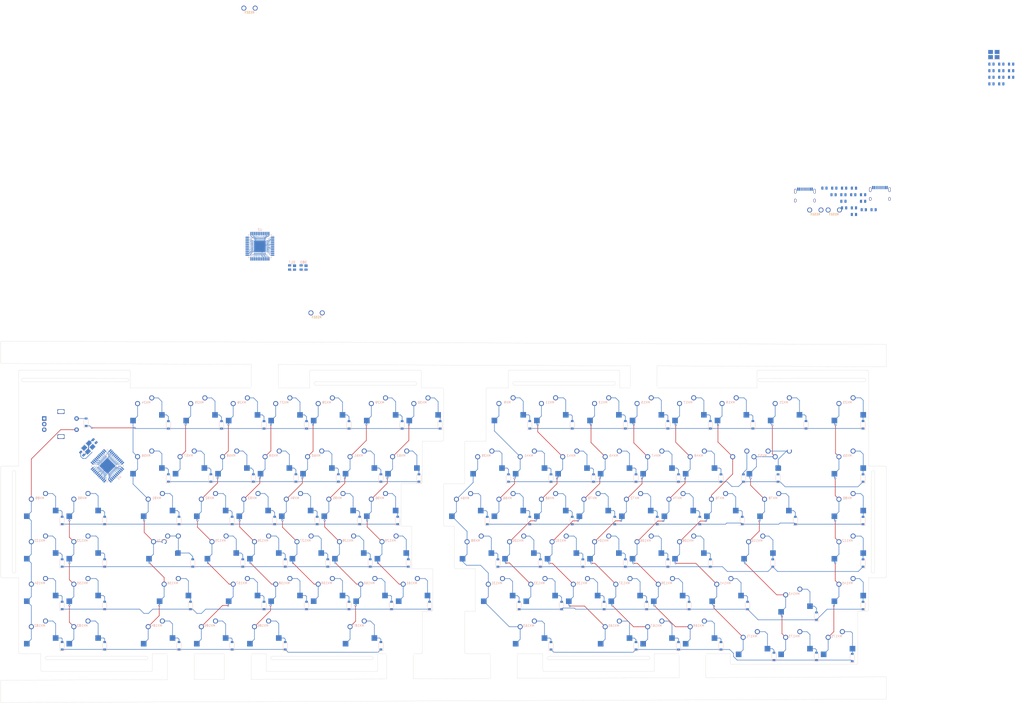
<source format=kicad_pcb>
(kicad_pcb (version 20210824) (generator pcbnew)
  (layers (0 "F.Cu" signal) (31 "B.Cu" signal) (34 "B.Paste" user) (35 "F.Paste" user) (36 "B.SilkS" user "B.Silkscreen") (37 "F.SilkS" user "F.Silkscreen") (38 "B.Mask" user) (39 "F.Mask" user) (44 "Edge.Cuts" user))
  (net 0 "")
  (net 1 "Net-(D1-Pad2)")
  (net 2 "RL0")
  (net 3 "Net-(D2-Pad2)")
  (net 4 "Net-(D3-Pad2)")
  (net 5 "Net-(D7-Pad2)")
  (net 6 "RR0")
  (net 7 "Net-(D8-Pad2)")
  (net 8 "Net-(D9-Pad2)")
  (net 9 "Net-(D10-Pad2)")
  (net 10 "Net-(D11-Pad2)")
  (net 11 "Net-(D12-Pad2)")
  (net 12 "Net-(D13-Pad2)")
  (net 13 "Net-(D14-Pad2)")
  (net 14 "Net-(D15-Pad2)")
  (net 15 "Net-(D16-Pad2)")
  (net 16 "RL1")
  (net 17 "LD-")
  (net 18 "Net-(D18-Pad2)")
  (net 19 "Net-(D20-Pad2)")
  (net 20 "Net-(D23-Pad2)")
  (net 21 "RR1")
  (net 22 "Net-(D24-Pad2)")
  (net 23 "Net-(D25-Pad2)")
  (net 24 "Net-(D26-Pad2)")
  (net 25 "Net-(D27-Pad2)")
  (net 26 "Net-(D28-Pad2)")
  (net 27 "Net-(D29-Pad2)")
  (net 28 "Net-(D30-Pad2)")
  (net 29 "Net-(D31-Pad2)")
  (net 30 "Net-(D32-Pad2)")
  (net 31 "RR2")
  (net 32 "Net-(D33-Pad2)")
  (net 33 "Net-(D34-Pad2)")
  (net 34 "Net-(D35-Pad2)")
  (net 35 "Net-(D36-Pad2)")
  (net 36 "Net-(D37-Pad2)")
  (net 37 "Net-(D38-Pad2)")
  (net 38 "Net-(D39-Pad2)")
  (net 39 "Net-(D40-Pad2)")
  (net 40 "Net-(D41-Pad2)")
  (net 41 "Net-(D42-Pad2)")
  (net 42 "Net-(D44-Pad2)")
  (net 43 "Net-(D45-Pad2)")
  (net 44 "RR3")
  (net 45 "Net-(D50-Pad2)")
  (net 46 "Net-(D51-Pad2)")
  (net 47 "Net-(D52-Pad2)")
  (net 48 "Net-(D53-Pad2)")
  (net 49 "Net-(D54-Pad2)")
  (net 50 "Net-(D55-Pad2)")
  (net 51 "Net-(D56-Pad2)")
  (net 52 "Net-(D57-Pad2)")
  (net 53 "RL3")
  (net 54 "Net-(D58-Pad2)")
  (net 55 "RR4")
  (net 56 "Net-(D67-Pad2)")
  (net 57 "Net-(D68-Pad2)")
  (net 58 "Net-(D69-Pad2)")
  (net 59 "Net-(D70-Pad2)")
  (net 60 "Net-(D71-Pad2)")
  (net 61 "Net-(D72-Pad2)")
  (net 62 "Net-(D73-Pad2)")
  (net 63 "RL4")
  (net 64 "Net-(D74-Pad2)")
  (net 65 "RR5")
  (net 66 "LD+")
  (net 67 "Net-(D84-Pad2)")
  (net 68 "Net-(D85-Pad2)")
  (net 69 "Net-(D87-Pad2)")
  (net 70 "Net-(D88-Pad2)")
  (net 71 "RL5")
  (net 72 "Net-(D89-Pad2)")
  (net 73 "Net-(D90-Pad2)")
  (net 74 "Net-(D92-Pad2)")
  (net 75 "Net-(D93-Pad2)")
  (net 76 "Net-(D94-Pad2)")
  (net 77 "GND")
  (net 78 "Net-(JP1-Pad1)")
  (net 79 "Net-(JP2-Pad1)")
  (net 80 "CL2")
  (net 81 "CL3")
  (net 82 "CL4")
  (net 83 "CL6")
  (net 84 "CL7")
  (net 85 "CL8")
  (net 86 "CR1")
  (net 87 "CR2")
  (net 88 "CR3")
  (net 89 "CR4")
  (net 90 "CR5")
  (net 91 "CR6")
  (net 92 "CR7")
  (net 93 "CR8")
  (net 94 "CR0")
  (net 95 "CL0")
  (net 96 "CL1")
  (net 97 "ENCA")
  (net 98 "ENCB")
  (net 99 "VCC")
  (net 100 "GND1")
  (net 101 "RD-")
  (net 102 "RD+")
  (net 103 "VCCQ")
  (net 104 "Net-(D95-Pad2)")
  (net 106 "+5V")
  (net 107 "Net-(R8-Pad2)")
  (net 108 "Net-(R7-Pad2)")
  (net 109 "Net-(C5-Pad2)")
  (net 115 "Net-(JP1-Pad2)")
  (net 116 "Net-(C3-Pad2)")
  (net 117 "Net-(C1-Pad2)")
  (net 131 "Net-(R9-Pad1)")
  (net 140 "+5VA")
  (net 141 "Net-(C6-Pad2)")
  (net 147 "Net-(JP2-Pad2)")
  (net 148 "Net-(C4-Pad2)")
  (net 149 "Net-(C2-Pad2)")
  (net 163 "Net-(R10-Pad1)")
  (net 171 "Net-(D4-Pad2)")
  (net 172 "Net-(D5-Pad2)")
  (net 173 "Net-(D6-Pad2)")
  (net 174 "Net-(D19-Pad2)")
  (net 175 "Net-(D21-Pad2)")
  (net 176 "Net-(D22-Pad2)")
  (net 177 "Net-(D43-Pad2)")
  (net 178 "Net-(D46-Pad2)")
  (net 179 "Net-(D47-Pad2)")
  (net 180 "Net-(D48-Pad2)")
  (net 181 "Net-(D49-Pad2)")
  (net 182 "Net-(D59-Pad2)")
  (net 183 "Net-(D60-Pad2)")
  (net 184 "Net-(D61-Pad2)")
  (net 185 "Net-(D62-Pad2)")
  (net 186 "Net-(D63-Pad2)")
  (net 187 "Net-(D64-Pad2)")
  (net 188 "Net-(D65-Pad2)")
  (net 189 "Net-(D66-Pad2)")
  (net 190 "Net-(D75-Pad2)")
  (net 191 "Net-(D76-Pad2)")
  (net 192 "Net-(D77-Pad2)")
  (net 193 "Net-(D78-Pad2)")
  (net 194 "Net-(D79-Pad2)")
  (net 195 "Net-(D80-Pad2)")
  (net 196 "Net-(D81-Pad2)")
  (net 197 "Net-(D82-Pad2)")
  (net 198 "Net-(D91-Pad2)")
  (net 199 "RL2")
  (net 200 "CL5")
  (net 201 "Net-(D96-Pad2)")
  (net 202 "Net-(R1-Pad1)")
  (net 203 "Net-(R2-Pad1)")
  (net 204 "Net-(R3-Pad1)")
  (net 205 "Net-(R4-Pad1)")
  (net 212 "Net-(D86-Pad2)")
  (footprint "MX_Only:MXOnly-1U-NoLED" (layer "F.Cu") (at 213.614 -26.162)
    (fp_text reference "MX48")
    (fp_text value "=")
  )
  (footprint "MX_Only:MXOnly-1U-Hotswap" (layer "F.Cu") (at 56.4007 11.9126 180)
    (fp_text reference "MX128")
    (fp_text value "F")
  )
  (footprint "MX_Only:MXOnly-1U-NoLED" (layer "F.Cu") (at 146.939 -7.112)
    (fp_text reference "MX67")
    (fp_text value "I")
  )
  (footprint "MX_Only:MXOnly-1.5U-Hotswap" (layer "F.Cu") (at -29.3243 -7.1374 180)
    (fp_text reference "MX91")
    (fp_text value "Tab")
  )
  (footprint "MX_Only:MXOnly-1U-Hotswap" (layer "F.Cu") (at 137.414 -26.162 180)
    (fp_text reference "MX41")
    (fp_text value "8")
  )
  (footprint "MX_Only:MXOnly-1U-NoLED" (layer "F.Cu") (at -81.7118 50.0126)
    (fp_text reference "MX176")
    (fp_text value "M2")
  )
  (footprint "MX_Only:MXOnly-1U-NoLED" (layer "F.Cu") (at 4.0132 -26.1874)
    (fp_text reference "MX33")
    (fp_text value "2")
  )
  (footprint "MX_Only:MXOnly-1U-Hotswap" (layer "F.Cu") (at 37.3507 11.9126 180)
    (fp_text reference "MX127")
    (fp_text value "D")
  )
  (footprint "MX_Only:MXOnly-1U-NoLED" (layer "F.Cu") (at 280.289 30.988)
    (fp_text reference "MX144")
    (fp_text value "End")
  )
  (footprint "MX_Only:MXOnly-1U-Hotswap" (layer "F.Cu") (at -62.6618 50.0126 180)
    (fp_text reference "MX183")
    (fp_text value "M4")
  )
  (footprint "MX_Only:MXOnly-1U-Hotswap" (layer "F.Cu") (at -62.6618 30.9626 180)
    (fp_text reference "MX155")
    (fp_text value "M3")
  )
  (footprint "MX_Only:MXOnly-1.5U-NoLED" (layer "F.Cu") (at 18.3007 50.0126)
    (fp_text reference "MX180")
    (fp_text value "LAlt")
  )
  (footprint "MX_Only:MXOnly-1U-NoLED" (layer "F.Cu") (at 23.0632 -26.1874)
    (fp_text reference "MX34")
    (fp_text value "3")
  )
  (footprint "MX_Only:MXOnly-1U-NoLED" (layer "F.Cu") (at 142.1765 30.988)
    (fp_text reference "MX132")
    (fp_text value "M")
  )
  (footprint "MX_Only:MXOnly-1U-Hotswap" (layer "F.Cu") (at 146.939 -7.112 180)
    (fp_text reference "MX68")
    (fp_text value "I")
  )
  (footprint "MX_Only:MXOnly-1U-NoLED" (layer "F.Cu") (at 70.6882 -49.9999)
    (fp_text reference "MX6")
    (fp_text value "F5")
  )
  (footprint "Keebio-Parts:breakaway-mousebites" (layer "F.Cu") (at 76.581 59.563 180)
    (fp_text reference "REF**" hide)
    (fp_text value "breakaway-mousebites" hide)
  )
  (footprint "MX_Only:MXOnly-1U-Hotswap" (layer "F.Cu") (at 89.7382 -49.9999 180)
    (fp_text reference "MX30")
    (fp_text value "F6")
  )
  (footprint "MX_Only:MXOnly-1U-Hotswap" (layer "F.Cu") (at 175.514 -26.162 180)
    (fp_text reference "MX45")
    (fp_text value "0")
  )
  (footprint "MX_Only:MXOnly-1U-NoLED" (layer "F.Cu") (at 175.514 -26.162)
    (fp_text reference "MX44")
    (fp_text value "0")
  )
  (footprint "MX_Only:MXOnly-1U-NoLED" (layer "F.Cu") (at 199.3265 30.988)
    (fp_text reference "MX138")
    (fp_text value "/")
  )
  (footprint "MX_Only:MXOnly-1.75U-Hotswap" (layer "F.Cu") (at 225.52025 30.988 180)
    (fp_text reference "MX141")
    (fp_text value "RShift")
  )
  (footprint "MX_Only:MXOnly-1U-NoLED" (layer "F.Cu") (at 27.8257 30.9626)
    (fp_text reference "MX150")
    (fp_text value "X")
  )
  (footprint "MX_Only:MXOnly-1U-NoLED" (layer "F.Cu") (at -62.6618 50.0126)
    (fp_text reference "MX177")
    (fp_text value "M4")
  )
  (footprint "MX_Only:MXOnly-1U-NoLED" (layer "F.Cu") (at 75.4507 11.9126)
    (fp_text reference "MX121")
    (fp_text value "G")
  )
  (footprint "MX_Only:MXOnly-1U-NoLED" (layer "F.Cu") (at 213.614 50.038)
    (fp_text reference "MX168")
    (fp_text value "RCtrl")
  )
  (footprint "MX_Only:MXOnly-1U-NoLED" (layer "F.Cu") (at 256.413 54.7878)
    (fp_text reference "MX172")
    (fp_text value "Down")
  )
  (footprint "MX_Only:MXOnly-1U-Hotswap" (layer "F.Cu") (at -5.5118 50.0126 180)
    (fp_text reference "MX185")
    (fp_text value "LSuper")
  )
  (footprint "MX_Only:MXOnly-1U-Hotswap" (layer "F.Cu") (at 280.289 30.988 180)
    (fp_text reference "MX145")
    (fp_text value "End")
  )
  (footprint "MX_Only:MXOnly-1U-NoLED" (layer "F.Cu") (at 84.9757 30.9626)
    (fp_text reference "MX153")
    (fp_text value "B")
  )
  (footprint "MX_Only:MXOnly-1U-Hotswap" (layer "F.Cu") (at 161.2265 30.988 180)
    (fp_text reference "MX135")
    (fp_text value ",")
  )
  (footprint "Keebio-Parts:breakaway-mousebites" (layer "F.Cu") (at -21.717 59.563 180)
    (fp_text reference "REF**" hide)
    (fp_text value "breakaway-mousebites" hide)
  )
  (footprint "MX_Only:MXOnly-1U-NoLED" (layer "F.Cu") (at -81.7118 30.9626)
    (fp_text reference "MX146")
    (fp_text value "M1")
  )
  (footprint "MX_Only:MXOnly-1U-NoLED" (layer "F.Cu") (at 146.939 -50.038)
    (fp_text reference "MX10")
    (fp_text value "F8")
  )
  (footprint "MX_Only:MXOnly-1U-NoLED" (layer "F.Cu") (at -81.7118 -7.1374)
    (fp_text reference "MX81")
    (fp_text value "Print")
  )
  (footprint "MX_Only:MXOnly-1.75U-NoLED" (layer "F.Cu") (at -26.94305 11.9126)
    (fp_text reference "MX115")
    (fp_text value "Caps")
  )
  (footprint "MX_Only:MXOnly-1U-NoLED" (layer "F.Cu") (at 32.5882 -7.1374)
    (fp_text reference "MX86")
    (fp_text value "E")
  )
  (footprint "MX_Only:MXOnly-1U-Hotswap" (layer "F.Cu") (at 185.039 -7.112 180)
    (fp_text reference "MX72")
    (fp_text value "P")
  )
  (footprint "MX_Only:MXOnly-1U-Hotswap" (layer "F.Cu") (at 84.9757 30.9626 180)
    (fp_text reference "MX161")
    (fp_text value "B")
  )
  (footprint "MX_Only:MXOnly-1U-Hotswap" (layer "F.Cu") (at 223.139 -7.112 180)
    (fp_text reference "MX76")
    (fp_text value "]")
  )
  (footprint "MX_Only:MXOnly-1U-NoLED" (layer "F.Cu") (at 118.364 -26.162)
    (fp_text reference "MX38")
    (fp_text value "7")
  )
  (footprint "MX_Only:MXOnly-1U-NoLED" (layer "F.Cu") (at 46.8757 30.9626)
    (fp_text reference "MX151")
    (fp_text value "C")
  )
  (footprint "MX_Only:MXOnly-1U-Hotswap" (layer "F.Cu") (at 113.6015 11.938 180)
    (fp_text reference "MX98")
    (fp_text value "H")
  )
  (footprint "MX_Only:MXOnly-1U-NoLED" (layer "F.Cu") (at 61.1632 -26.1874)
    (fp_text reference "MX36")
    (fp_text value "5")
  )
  (footprint "MX_Only:MXOnly-1U-Hotswap" (layer "F.Cu") (at 280.289 -7.112 180)
    (fp_text reference "MX80")
    (fp_text value "Pg Up")
  )
  (footprint "MX_Only:MXOnly-1U-Hotswap" (layer "F.Cu") (at 142.1765 30.988 180)
    (fp_text reference "MX133")
    (fp_text value "M")
  )
  (footprint "MX_Only:MXOnly-1U-Hotswap" (layer "F.Cu") (at 189.8015 11.938 180)
    (fp_text reference "MX106")
    (fp_text value ";")
  )
  (footprint "MX_Only:MXOnly-1U-NoLED" (layer "F.Cu") (at 80.2132 -26.1874)
    (fp_text reference "MX37")
    (fp_text value "6")
  )
  (footprint "MX_Only:MXOnly-1U-Hotswap" (layer "F.Cu") (at -81.7118 -7.1374 180)
    (fp_text reference "MX89")
    (fp_text value "Print")
  )
  (footprint "MX_Only:MXOnly-1U-NoLED" (layer "F.Cu") (at 56.4007 11.9126)
    (fp_text reference "MX120")
    (fp_text value "F")
  )
  (footprint "MX_Only:MXOnly-1U-Hotswap" (layer "F.Cu") (at 213.614 50.038 180)
    (fp_text reference "MX169")
    (fp_text value "RCtrl")
  )
  (footprint "MX_Only:MXOnly-1U-Hotswap" (layer "F.Cu") (at 27.8257 -49.9999 180)
    (fp_text reference "MX27")
    (fp_text value "F3")
  )
  (footprint "MX_Only:MXOnly-1U-NoLED" (layer "F.Cu") (at 194.564 50.038)
    (fp_text reference "MX166")
    (fp_text value "RSuper")
  )
  (footprint "MX_Only:MXOnly-1U-NoLED" (layer "F.Cu") (at 232.664 -26.162)
    (fp_text reference "MX43")
    (fp_text value "\\")
  )
  (footprint "MX_Only:MXOnly-1U-Hotswap" (layer "F.Cu") (at 123.1265 30.988 180)
    (fp_text reference "MX131")
    (fp_text value "N")
  )
  (footprint "MX_Only:MXOnly-1U-Hotswap" (layer "F.Cu") (at -34.0868 -49.9999 180)
    (fp_text reference "MX24")
    (fp_text value "Esc")
  )
  (footprint "MX_Only:MXOnly-1U-Hotswap" (layer "F.Cu") (at 27.8257 30.9626 180)
    (fp_text reference "MX158")
    (fp_text value "X")
  )
  (footprint "MX_Only:MXOnly-1U-NoLED" (layer "F.Cu") (at -81.7118 11.9126)
    (fp_text reference "MX113")
    (fp_text value "Insert")
  )
  (footprint "MX_Only:MXOnly-1.5U-NoLED" (layer "F.Cu") (at -29.3243 -7.1374)
    (fp_text reference "MX83")
    (fp_text value "Tab")
  )
  (footprint "MX_Only:MXOnly-1U-Hotswap" (layer "F.Cu") (at 151.7015 11.938 180)
    (fp_text reference "MX102")
    (fp_text value "K")
  )
  (footprint "MX_Only:MXOnly-1U-NoLED" (layer "F.Cu") (at 13.5382 -7.1374)
    (fp_text reference "MX85")
    (fp_text value "W")
  )
  (footprint "MX_Only:MXOnly-1U-NoLED" (layer "F.Cu") (at 280.289 11.938)
    (fp_text reference "MX111")
    (fp_text value "Pg Dn")
  )
  (footprint "MX_Only:MXOnly-1U-Hotswap" (layer "F.Cu") (at -81.7118 30.9626 180)
    (fp_text reference "MX154")
    (fp_text value "M1")
  )
  (footprint "MX_Only:MXOnly-1U-Hotswap" (layer "F.Cu") (at 189.8015 -50.038 180)
    (fp_text reference "MX15")
    (fp_text value "F10")
  )
  (footprint "MX_Only:MXOnly-1U-Hotswap" (layer "F.Cu") (at 46.8757 -49.9999 180)
    (fp_text reference "MX28")
    (fp_text value "F4")
  )
  (footprint "MX_Only:MXOnly-1U-NoLED" (layer "F.Cu") (at 223.139 -7.112)
    (fp_text reference "MX75")
    (fp_text value "]")
  )
  (footprint "MX_Only:MXOnly-1U-NoLED" (layer "F.Cu") (at 132.6515 11.938)
    (fp_text reference "MX99")
    (fp_text value "J")
  )
  (footprint "MX_Only:MXOnly-1U-NoLED" (layer "F.Cu") (at -10.2743 -49.9999)
    (fp_text reference "MX2")
    (fp_text value "F1")
  )
  (footprint "MX_Only:MXOnly-1U-Hotswap" (layer "F.Cu") (at 46.8757 30.9626 180)
    (fp_text reference "MX159")
    (fp_text value "C")
  )
  (footprint "Footprints:ResetJumper" (layer "F.Cu") (at 12.2765 -229.7926)
    (fp_text reference "JP1")
    (fp_text value "Jumper")
  )
  (footprint "MX_Only:MXOnly-1U-Hotswap" (layer "F.Cu") (at -81.7118 50.0126 180)
    (fp_text reference "MX182")
    (fp_text value "M2")
  )
  (footprint "MX_Only:MXOnly-1U-NoLED" (layer "F.Cu") (at 156.464 -26.162)
    (fp_text reference "MX42")
    (fp_text value "9")
  )
  (footprint "MX_Only:MXOnly-1U-Hotswap" (layer "F.Cu") (at 256.413 35.7378 180)
    (fp_text reference "MX143")
    (fp_text value "Up")
  )
  (footprint "MX_Only:MXOnly-2U-Hotswap" (layer "F.Cu") (at 242.189 -26.162 180)
    (fp_text reference "MX52")
    (fp_text value "Backspace")
  )
  (footprint "MX_Only:MXOnly-1U-NoLED" (layer "F.Cu") (at 65.9257 30.9626)
    (fp_text reference "MX152")
    (fp_text value "V")
  )
  (footprint "MX_Only:MXOnly-1U-NoLED" (layer "F.Cu") (at 170.7515 -50.038)
    (fp_text reference "MX12")
    (fp_text value "F9")
  )
  (footprint "MX_Only:MXOnly-1U-Hotswap" (layer "F.Cu") (at 280.289 11.938 180)
    (fp_text reference "MX112")
    (fp_text value "Pg Dn")
  )
  (footprint "Keebio-Parts:breakaway-mousebites" (layer "F.Cu") (at 129.413 59.563 180)
    (fp_text reference "REF**" hide)
    (fp_text value "breakaway-mousebites" hide)
  )
  (footprint "MX_Only:MXOnly-1U-NoLED" (layer "F.Cu") (at -0.7493 11.9126)
    (fp_text reference "MX117")
    (fp_text value "A")
  )
  (footprint "MX_Only:MXOnly-2.25U-Hotswap" (layer "F.Cu") (at 239.80775 11.938 180)
    (fp_text reference "MX110")
    (fp_text value "Enter")
  )
  (footprint "MX_Only:MXOnly-1U-NoLED" (layer "F.Cu") (at 227.9015 -50.038)
    (fp_text reference "MX18")
    (fp_text value "F12")
  )
  (footprint "MX_Only:MXOnly-1U-Hotswap" (layer "F.Cu") (at 108.839 -7.112 180)
    (fp_text reference "MX64")
    (fp_text value "Y")
  )
  (footprint "Keebio-Parts:breakaway-mousebites" (layer "F.Cu") (at 207.645 59.563 180)
    (fp_text reference "REF**" hide)
    (fp_text value "breakaway-mousebites" hide)
  )
  (footprint "MX_Only:MXOnly-1U-NoLED" (layer "F.Cu") (at 27.8257 -49.9999)
    (fp_text reference "MX4")
    (fp_text value "F3")
  )
  (footprint "MX_Only:MXOnly-1U-NoLED" (layer "F.Cu") (at 280.289 -50.038)
    (fp_text reference "MX22")
    (fp_text value "Delete")
  )
  (footprint "MX_Only:MXOnly-1U-NoLED" (layer "F.Cu") (at -15.0368 -26.1874)
    (fp_text reference "MX32")
    (fp_text value "1")
  )
  (footprint "MX_Only:MXOnly-1U-Hotswap" (layer "F.Cu") (at 204.089 -7.112 180)
    (fp_text reference "MX74")
    (fp_text value "[")
  )
  (footprint "MX_Only:MXOnly-1U-NoLED" (layer "F.Cu") (at 275.463 54.7878)
    (fp_text reference "MX174")
    (fp_text value "Right")
  )
  (footprint "Footprints:ResetJumper" (layer "F.Cu") (at 265.9066 -139.3102)
    (fp_text reference "JP2")
    (fp_text value "Jumper")
  )
  (footprint "MX_Only:MXOnly-1U-Hotswap" (layer "F.Cu") (at 65.9257 30.9626 180)
    (fp_text reference "MX160")
    (fp_text value "V")
  )
  (footprint "MX_Only:MXOnly-1.5U-NoLED" (layer "F.Cu") (at 246.9515 -7.112)
    (fp_text reference "MX77")
    (fp_text value "\\")
  )
  (footprint "MX_Only:MXOnly-1U-Hotswap" (layer "F.Cu") (at 137.414 50.038 180)
    (fp_text reference "MX163")
    (fp_text value "RSpace")
  )
  (footprint "MX_Only:MXOnly-2U-NoLED" (layer "F.Cu") (at 242.189 -26.162)
    (fp_text reference "MX51")
    (fp_text value "Backspace")
  )
  (footprint "MX_Only:MXOnly-1U-Hotswap" (layer "F.Cu") (at 127.889 -50.038 180)
    (fp_text reference "MX9")
    (fp_text value "F7")
  )
  (footprint "MX_Only:MXOnly-1U-NoLED" (layer "F.Cu") (at -62.6618 30.9626)
    (fp_text reference "MX147")
    (fp_text value "M3")
  )
  (footprint "MX_Only:MXOnly-1U-Hotswap" (layer "F.Cu") (at 8.7757 -49.9999 180)
    (fp_text reference "MX26")
    (fp_text value "F2")
  )
  (footprint "MX_Only:MXOnly-1U-Hotswap" (layer "F.Cu") (at 13.5382 -7.1374 180)
    (fp_text reference "MX93")
    (fp_text value "W")
  )
  (footprint "MX_Only:MXOnly-1U-NoLED" (layer "F.Cu") (at 8.7757 30.9626)
    (fp_text reference "MX149")
    (fp_text value "Z")
  )
  (footprint "MX_Only:MXOnly-1U-NoLED" (layer "F.Cu") (at -5.5118 -7.1374)
    (fp_text reference "MX84")
    (fp_text value "Q")
  )
  (footprint "Keebio-Parts:breakaway-mousebites" (layer "F.Cu") (at -15.367 59.563 180)
    (fp_text reference "REF**" hide)
    (fp_text value "breakaway-mousebites" hide)
  )
  (footprint "MX_Only:MXOnly-1U-Hotswap" (layer "F.Cu") (at 208.8515 11.938 180)
    (fp_text reference "MX108")
    (fp_text value "'")
  )
  (footprint "MX_Only:MXOnly-1U-Hotswap" (layer "F.Cu") (at 213.614 -26.162 180)
    (fp_text reference "MX49")
    (fp_text value "=")
  )
  (footprint "MX_Only:MXOnly-1.75U-Hotswap" (layer "F.Cu") (at -26.94305 11.9126 180)
    (fp_text reference "MX124")
    (fp_text value "Caps")
  )
  (footprint "MX_Only:MXOnly-1U-Hotswap" (layer "F.Cu") (at 127.889 -7.112 180)
    (fp_text reference "MX66")
    (fp_text value "U")
  )
  (footprint "MX_Only:MXOnly-1U-Hotswap" (layer "F.Cu") (at 280.289 -26.162 180)
    (fp_text reference "MX55")
    (fp_text value "Home")
  )
  (footprint "MX_Only:MXOnly-2.25U-NoLED" (layer "F.Cu") (at -22.18055 30.9626)
    (fp_text reference "MX148")
    (fp_text value "LShift")
  )
  (footprint "MX_Only:MXOnly-3U-ReversedStabilizers-NoLED" (layer "F.Cu") (at 61.1632 50.0126)
    (fp_text reference "MX181")
    (fp_text value "LSpace")
  )
  (footprint "MX_Only:MXOnly-1U-NoLED" (layer "F.Cu") (at 280.289 -26.162)
    (fp_text reference "MX54")
    (fp_text value "Home")
  )
  (footprint "MX_Only:MXOnly-1.5U-Hotswap" (layer "F.Cu") (at 18.3007 50.0126 180)
    (fp_text reference "MX186")
    (fp_text value "LAlt")
  )
  (footprint "MX_Only:MXOnly-1U-Hotswap" (layer "F.Cu") (at 18.3007 11.9126 180)
    (fp_text reference "MX126")
    (fp_text value "S")
  )
  (footprint "MX_Only:MXOnly-1U-Hotswap" (layer "F.Cu") (at 251.714 -50.038 180)
    (fp_text reference "MX21")
    (fp_text value "Pause")
  )
  (footprint "MX_Only:MXOnly-1U-Hotswap" (layer "F.Cu") (at 61.1632 50.0126 180)
    (fp_text reference "MX187")
    (fp_text value "LSpace")
  )
  (footprint "MX_Only:MXOnly-1U-Hotswap" (layer "F.Cu") (at -81.7118 11.9126 180)
    (fp_text reference "MX122")
    (fp_text value "Insert")
  )
  (footprint "Keebio-Parts:breakaway-mousebites" (layer "F.Cu") (at 82.931 59.563 180)
    (fp_text reference "REF**" hide)
    (fp_text value "breakaway-mousebites" hide)
  )
  (footprint "Keebio-Parts:breakaway-mousebites" (layer "F.Cu") (at 192.151 -59.563)
    (fp_text reference "REF**" hide)
    (fp_text value "breakaway-mousebites" hide)
  )
  (footprint "Keebio-Parts:breakaway-mousebites" (layer "F.Cu") (at 22.352 -59.563)
    (fp_text reference "REF**" hide)
    (fp_text value "breakaway-mousebites" hide)
  )
  (footprint "MX_Only:MXOnly-1U-Hotswap" (layer "F.Cu") (at 118.364 -26.162 180)
    (fp_text reference "MX39")
    (fp_text value "7")
  )
  (footprint "MX_Only:MXOnly-1U-NoLED" (layer "F.Cu") (at 151.7015 11.938)
    (fp_text reference "MX101")
    (fp_text value "K")
  )
  (footprint "MX_Only:MXOnly-1U-NoLED" (layer "F.Cu") (at 123.1265 30.988)
    (fp_text reference "MX130")
    (fp_text value "N")
  )
  (footprint "MX_Only:MXOnly-1U-NoLED" (layer "F.Cu") (at 127.889 -7.112)
    (fp_text reference "MX65")
    (fp_text value "U")
  )
  (footprint "MX_Only:MXOnly-1U-NoLED" (layer "F.Cu") (at 8.7757 -49.9999)
    (fp_text reference "MX3")
    (fp_text value "F2")
  )
  (footprint "MX_Only:MXOnly-1U-Hotswap" (layer "F.Cu") (at 146.939 -50.038 180)
    (fp_text reference "MX11")
    (fp_text value "F8")
  )
  (footprint "MX_Only:MXOnly-1.75U-NoLED" (layer "F.Cu") (at 225.52025 30.988)
    (fp_text reference "MX140")
    (fp_text value "RShift")
  )
  (footprint "MX_Only:MXOnly-1U-Hotswap" (layer "F.Cu") (at 70.6882 -7.1374 180)
    (fp_text reference "MX96")
    (fp_text value "T")
  )
  (footprint "MX_Only:MXOnly-1U-Hotswap" (layer "F.Cu") (at 165.989 -7.112 180)
    (fp_text reference "MX70")
    (fp_text value "O")
  )
  (footprint "MX_Only:MXOnly-2.25U-NoLED" (layer "F.Cu") (at 239.80775 11.938)
    (fp_text reference "MX109")
    (fp_text value "Enter")
  )
  (footprint "MX_Only:MXOnly-1U-Hotswap" (layer "F.Cu") (at -62.6618 11.9126 180)
    (fp_text reference "MX123")
    (fp_text value "Menu")
  )
  (footprint "MX_Only:MXOnly-1U-NoLED" (layer "F.Cu") (at 170.7515 11.938)
    (fp_text reference "MX103")
    (fp_text value "L")
  )
  (footprint "MX_Only:MXOnly-1U-NoLED" (layer "F.Cu") (at 137.414 -26.162)
    (fp_text reference "MX40")
    (fp_text value "8")
  )
  (footprint "MX_Only:MXOnly-1U-Hotswap" (layer "F.Cu") (at -62.6618 -7.1374 180)
    (fp_text reference "MX90")
    (fp_text value "Scroll")
  )
  (footprint "MX_Only:MXOnly-1U-Hotswap" (layer "F.Cu") (at 4.0132 -26.1874 180)
    (fp_text reference "MX58")
    (fp_text value "2")
  )
  (footprint "MX_Only:MXOnly-1U-Hotswap" (layer "F.Cu") (at 280.289 -50.038 180)
    (fp_text reference "MX23")
    (fp_text value "Delete")
  )
  (footprint "MX_Only:MXOnly-1U-Hotswap" (layer "F.Cu") (at 75.4507 11.9126 180)
    (fp_text reference "MX129")
    (fp_text value "G")
  )
  (footprint "MX_Only:MXOnly-1U-Hotswap" (layer "F.Cu") (at 23.0632 -26.1874 180)
    (fp_text reference "MX59")
    (fp_text value "3")
  )
  (footprint "MX_Only:MXOnly-1U-Hotswap" (layer "F.Cu") (at 194.564 50.038 180)
    (fp_text reference "MX167")
    (fp_text value "RSuper")
  )
  (footprint "MX_Only:MXOnly-1U-Hotswap" (layer "F.Cu") (at 51.6382 -7.1374 180)
    (fp_text reference "MX95")
    (fp_text value "R")
  )
  (footprint "MX_Only:MXOnly-1U-NoLED" (layer "F.Cu") (at 46.8757 -49.9999)
    (fp_text reference "MX5")
    (fp_text value "F4")
  )
  (footprint "MX_Only:MXOnly-1U-NoLED" (layer "F.Cu") (at 251.714 -50.038)
    (fp_text reference "MX20")
    (fp_text value "Pause")
  )
  (footprint "MX_Only:MXOnly-1U-NoLED" (layer "F.Cu") (at -5.5118 50.0126)
    (fp_text reference "MX179")
    (fp_text value "LSuper")
  )
  (footprint "Keebio-Parts:breakaway-mousebites" (layer "F.Cu") (at 10.16 59.563 180)
    (fp_text reference "REF**" hide)
    (fp_text value "breakaway-mousebites" hide)
  )
  (footprint "MX_Only:MXOnly-1U-NoLED" (layer "F.Cu") (at -34.0868 -49.9999)
    (fp_text reference "MX1")
    (fp_text value "Esc")
  )
  (footprint "MX_Only:MXOnly-1.5U-Hotswap" (layer "F.Cu") (at -29.3243 50.0126 180)
    (fp_text reference "MX184")
    (fp_text value "LControl")
  )
  (footprint "MX_Only:MXOnly-1U-NoLED" (layer "F.Cu") (at 161.2265 30.988)
    (fp_text reference "MX134")
    (fp_text value ",")
  )
  (footprint "MX_Only:MXOnly-1U-Hotswap" (layer "F.Cu") (at 194.564 -26.162 180)
    (fp_text reference "MX47")
    (fp_text value "-")
  )
  (footprint "MX_Only:MXOnly-1U-NoLED" (layer "F.Cu") (at 280.289 -7.112)
    (fp_text reference "MX79")
    (fp_text value "Pg Up")
  )
  (footprint "MX_Only:MXOnly-1U-Hotswap" (layer "F.Cu") (at -10.2743 -49.9999 180)
    (fp_text reference "MX25")
    (fp_text value "F1")
  )
  (footprint "Footprints:ResetJumper" (layer "F.Cu") (at 42.3365 -93.1926)
    (fp_text reference "JP2")
    (fp_text value "Jumper")
  )
  (footprint "Keebio-Parts:breakaway-mousebites" (layer "F.Cu") (at 3.81 59.563 180)
    (fp_text reference "REF**" hide)
    (fp_text value "breakaway-mousebites" hide)
  )
  (footprint "MX_Only:MXOnly-1U-Hotswap" (layer "F.Cu") (at 170.7515 11.938 180)
    (fp_text reference "MX104")
    (fp_text value "L")
  )
  (footprint "MX_Only:MXOnly-1U-Hotswap" (layer "F.Cu") (at 32.5882 -7.1374 180)
    (fp_text reference "MX94")
    (fp_text value "E")
  )
  (footprint "MX_Only:MXOnly-1U-Hotswap" (layer "F.Cu") (at 132.6515 11.938 180)
    (fp_text reference "MX100")
    (fp_text value "J")
  )
  (footprint "MX_Only:MXOnly-1.5U-Hotswap" (layer "F.Cu") (at 246.9515 -7.112 180)
    (fp_text reference "MX78")
    (fp_text value "\\")
  )
  (footprint "MX_Only:MXOnly-1U-NoLED" (layer "F.Cu") (at -62.6618 11.9126)
    (fp_text reference "MX114")
    (fp_text value "Menu")
  )
  (footprint "MX_Only:MXOnly-1U-NoLED" (layer "F.Cu") (at 180.2765 30.988)
    (fp_text reference "MX136")
    (fp_text value ".")
  )
  (footprint "MX_Only:MXOnly-1U-NoLED" (layer "F.Cu") (at 108.839 -7.112)
    (fp_text reference "MX63")
    (fp_text value "Y")
  )
  (footprint "MX_Only:MXOnly-1U-Hotswap" (layer "F.Cu") (at 61.1632 -26.1874 180)
    (fp_text reference "MX61")
    (fp_text value "5")
  )
  (footprint "MX_Only:MXOnly-1U-NoLED" (layer "F.Cu") (at 194.564 -26.162)
    (fp_text reference "MX46")
    (fp_text value "-")
  )
  (footprint "Footprints:ResetJumper" (layer "F.Cu") (at 274.1866 -139.3102)
    (fp_text reference "JP1")
    (fp_text value "Jumper")
  )
  (footprint "MX_Only:MXOnly-2.25U-Hotswap" (layer "F.Cu") (at -22.18055 30.9626 180)
    (fp_text reference "MX156")
    (fp_text value "LShift")
  )
  (footprint "MX_Only:MXOnly-1U-Hotswap" (layer "F.Cu") (at 170.7515 -50.038 180)
    (fp_text reference "MX13")
    (fp_text value "F9")
  )
  (footprint "MX_Only:MXOnly-1U-NoLED" (layer "F.Cu") (at 185.039 -7.112)
    (fp_text reference "MX71")
    (fp_text value "P")
  )
  (footprint "MX_Only:MXOnly-1U-NoLED" (layer "F.Cu") (at 208.8515 -50.038)
    (fp_text reference "MX16")
    (fp_text value "F11")
  )
  (footprint "MX_Only:MXOnly-1U-NoLED" (layer "F.Cu") (at 189.8015 -50.038)
    (fp_text reference "MX14")
    (fp_text value "F10")
  )
  (footprint "MX_Only:MXOnly-1U-Hotswap" (layer "F.Cu") (at 199.3265 30.988 180)
    (fp_text reference "MX139")
    (fp_text value "/")
  )
  (footprint "Keebio-Parts:breakaway-mousebites" (layer "F.Cu") (at 15.875 -59.563)
    (fp_text reference "REF**" hide)
    (fp_text value "breakaway-mousebites" hide)
  )
  (footprint "MX_Only:MXOnly-1U-NoLED" (layer "F.Cu") (at 189.8015 11.938)
    (fp_text reference "MX105")
    (fp_text value ";")
  )
  (footprint "MX_Only:MXOnly-1U-NoLED" (layer "F.Cu") (at 204.089 -7.112)
    (fp_text reference "MX73")
    (fp_text value "[")
  )
  (footprint "MX_Only:MXOnly-1U-NoLED" (layer "F.Cu") (at 237.363 54.7878)
    (fp_text reference "MX170")
    (fp_text value "Left")
  )
  (footprint "MX_Only:MXOnly-1U-Hotswap" (layer "F.Cu") (at 180.2765 30.988 180)
    (fp_text reference "MX137")
    (fp_text value ".")
  )
  (footprint "MX_Only:MXOnly-1.25U-NoLED" (layer "F.Cu") (at -22.18055 11.9126)
    (fp_text reference "MX116")
    (fp_text value "Caps")
  )
  (footprint "MX_Only:MXOnly-1U-NoLED" (layer "F.Cu") (at 51.6382 -7.1374)
    (fp_text reference "MX87")
    (fp_text value "R")
  )
  (footprint "MX_Only:MXOnly-1U-NoLED" (layer "F.Cu") (at -62.6618 -7.1374)
    (fp_text reference "MX82")
    (fp_text value "Scroll")
  )
  (footprint "MX_Only:MXOnly-1U-NoLED" (layer "F.Cu") (at 256.413 35.7378)
    (fp_text reference "MX142")
    (fp_text value "Up")
  )
  (footprint "MX_Only:MXOnly-1U-NoLED" (layer "F.Cu") (at 127.889 -50.038)
    (fp_text reference "MX8")
    (fp_text value "F7")
  )
  (footprint "MX_Only:MXOnly-1U-Hotswap" (layer "F.Cu") (at 8.7757 30.9626 180)
    (fp_text reference "MX157")
    (fp_text value "Z")
  )
  (footprint "MX_Only:MXOnly-1U-Hotswap" (layer "F.Cu") (at -34.0868 -26.1874 180)
    (fp_text reference "MX56")
    (fp_text value "`")
  )
  (footprint "MX_Only:MXOnly-1U-NoLED" (layer "F.Cu") (at 89.7382 -49.9999)
    (fp_text reference "MX7")
    (fp_text value "F6")
  )
  (footprint "MX_Only:MXOnly-1U-NoLED" (layer "F.Cu") (at 42.1132 -26.1874)
    (fp_text reference "MX35")
    (fp_text value "4")
  )
  (footprint "MX_Only:MXOnly-1U-Hotswap" (layer "F.Cu") (at 80.2132 -26.1874 180)
    (fp_text reference "MX62")
    (fp_text value "6")
  )
  (footprint "MX_Only:MXOnly-1U-Hotswap" (layer "F.Cu") (at 275.463 54.7878 180)
    (fp_text reference "MX175")
    (fp_text value "Right")
  )
  (footprint "Footprints:RotaryEncoder_Alps_EC11E-Switch_Vertical_H20mm" (layer "F.Cu") (at -79.7416 -45.8324)
    (fp_text reference "SW1")
    (fp_text value "Rotary_Encoder_Switch")
  )
  (footprint "MX_Only:MXOnly-1U-Hotswap" (layer "F.Cu") (at 42.1132 -26.1874 180)
    (fp_text reference "MX60")
    (fp_text value "4")
  )
  (footprint "MX_Only:MXOnly-1U-Hotswap" (layer "F.Cu") (at 208.8515 -50.038 180)
    (fp_text reference "MX17")
    (fp_text value "F11")
  )
  (footprint "MX_Only:MXOnly-1U-NoLED" (layer "F.Cu") (at 208.8515 11.938)
    (fp_text reference "MX107")
    (fp_text value "'")
  )
  (footprint "Keebio-Parts:breakaway-mousebites" (layer "F.Cu") (at 123.063 59.563 180)
    (fp_text reference "REF**" hide)
    (fp_text value "breakaway-mousebites" hide)
  )
  (footprint "MX_Only:MXOnly-1U-NoLED" (layer "F.Cu") (at 175.514 50.038)
    (fp_text reference "MX164")
    (fp_text value "RAlt")
  )
  (footprint "MX_Only:MXOnly-1U-Hotswap" (layer "F.Cu") (at 156.464 -26.162 180)
    (fp_text reference "MX43")
    (fp_text value "9")
  )
  (footprint "MX_Only:MXOnly-3U-ReversedStabilizers-NoLED" (layer "F.Cu") (at 137.414 50.038)
    (fp_text reference "MX162")
    (fp_text value "RSpace")
  )
  (footprint "Keebio-Parts:breakaway-mousebites" (layer "F.Cu") (at 185.674 -59.563)
    (fp_text reference "REF**" hide)
    (fp_text value "breakaway-mousebites" hide)
  )
  (footprint "MX_Only:MXOnly-1U-Hotswap" (layer "F.Cu") (at 175.514 50.038 180)
    (fp_text reference "MX165")
    (fp_text value "RAlt")
  )
  (footprint "Keebio-Parts:breakaway-mousebites" (layer "F.Cu") (at 213.995 59.563 180)
    (fp_text reference "REF**" hide)
    (fp_text value "breakaway-mousebites" hide)
  )
  (footprint "MX_Only:MXOnly-1U-NoLED" (layer "F.Cu") (at 165.989 -7.112)
    (fp_text reference "MX69")
    (fp_text value "O")
  )
  (footprint "MX_Only:MXOnly-1.5U-NoLED" (layer "F.Cu") (at -29.3243 50.0126)
    (fp_text reference "MX178")
    (fp_text value "LControl")
  )
  (footprint "MX_Only:MXOnly-1U-Hotswap" (layer "F.Cu") (at 227.9015 -50.038 180)
    (fp_text reference "MX19")
    (fp_text value "F12")
  )
  (footprint "MX_Only:MXOnly-1U-Hotswap" (layer "F.Cu") (at -5.5118 -7.1374 180)
    (fp_text reference "MX92")
    (fp_text value "Q")
  )
  (footprint "MX_Only:MXOnly-1U-NoLED" (layer "F.Cu") (at 37.3507 11.9126)
    (fp_text reference "MX119")
    (fp_text value "D")
  )
  (footprint "MX_Only:MXOnly-1U-NoLED" (layer "F.Cu") (at 113.6015 11.938)
    (fp_text reference "MX97")
    (fp_text value "H")
  )
  (footprint "MX_Only:MXOnly-1U-Hotswap" (layer "F.Cu") (at 256.413 54.7878 180)
    (fp_text reference "MX173")
    (fp_text value "Down")
  )
  (footprint "MX_Only:MXOnly-1U-Hotswap" (layer "F.Cu") (at -0.7493 11.9126 180)
    (fp_text reference "MX125")
    (fp_text value "A")
  )
  (footprint "MX_Only:MXOnly-1U-NoLED" (layer "F.Cu") (at 70.6882 -7.1374)
    (fp_text reference "MX88")
    (fp_text value "T")
  )
  (footprint "MX_Only:MXOnly-1U-Hotswap" (layer "F.Cu") (at -15.0368 -26.1874 180)
    (fp_text reference "MX57")
    (fp_text value "1")
  )
  (footprint "MX_Only:MXOnly-1U-Hotswap" (layer "F.Cu") (at 70.6882 -49.9999 180)
    (fp_text reference "MX29")
    (fp_text value "F5")
  )
  (footprint "MX_Only:MXOnly-1U-NoLED" (layer "F.Cu") (at 18.3007 11.9126)
    (fp_text reference "MX118")
    (fp_text value "S")
  )
  (footprint "MX_Only:MXOnly-1U-NoLED" (layer "F.Cu") (at -34.0868 -26.1874)
    (fp_text reference "MX31")
    (fp_text value "`")
  )
  (footprint "MX_Only:MXOnly-1U-NoLED" (layer "F.Cu") (at 251.714 -26.162)
    (fp_text reference "MX44")
    (fp_text value "Delete")
  )
  (footprint "MX_Only:MXOnly-1U-Hotswap" (layer "F.Cu") (at 237.363 54.7878 180)
    (fp_text reference "MX171")
    (fp_text value "Left")
  )
  (footprint "Footprints:D_SOD-123-Pretty" (layer "B.Cu") (at 233.664 -19.162 90)
    (fp_text reference "D31")
    (fp_text value "D_Small")
  )
  (footprint "Footprints:D_SOD-123-Pretty" (layer "B.Cu") (at -60.96 -44.196 90)
    (fp_text reference "D16")
    (fp_text value "D_Small")
  )
  (footprint "Footprints:D_SOD-123-Pretty" (layer "B.Cu") (at 156.939 -43.038 90)
    (fp_text reference "D9")
    (fp_text value "D_Small")
  )
  (footprint "Footprints:R_0805_2012Metric" (layer "B.Cu") (at 278.795648 -140.2552 180)
    (fp_text reference "R10")
    (fp_text value "10k")
  )
  (footprint "Footprints:D_SOD-123-Pretty" (layer "B.Cu") (at 88.2132 -19.1874 90)
    (fp_text reference "D24")
    (fp_text value "D_Small")
  )
  (footprint "Footprints:QFN_TQFP-44_Combined" (layer "B.Cu") (at -51.562 -24.765 45)
    (fp_text reference "U1")
    (fp_text value "ATmega32U4-AU")
  )
  (footprint "Footprints:D_SOD-123-Pretty" (layer "B.Cu") (at 52.1132 -19.1874 90)
    (fp_text reference "D22")
    (fp_text value "D_Small")
  )
  (footprint "Footprints:D_SOD-123-Pretty" (layer "B.Cu") (at 80.6882 -42.9999 90)
    (fp_text reference "D6")
    (fp_text value "D_Small")
  )
  (footprint "Footprints:D_SOD-123-Pretty" (layer "B.Cu") (at -52.6618 -0.1374 90)
    (fp_text reference "D44")
    (fp_text value "D_Small")
  )
  (footprint "Package_TO_SOT_SMD:SOT-143" (layer "B.Cu") (at 31.356104 -113.538 180)
    (fp_text reference "D17")
    (fp_text value "PRTR5V0U2X")
  )
  (footprint "Footprints:D_SOD-123-Pretty" (layer "B.Cu") (at 92.9757 37.9626 90)
    (fp_text reference "D82")
    (fp_text value "D_Small")
  )
  (footprint "Footprints:D_SOD-123-Pretty" (layer "B.Cu") (at 28.3007 56.0126 90)
    (fp_text reference "D95")
    (fp_text value "D_Small")
  )
  (footprint "Footprints:C_0805_2012Metric" (layer "B.Cu") (at 353.6616 -204.6952 180)
    (fp_text reference "C16")
    (fp_text value ".1uF")
  )
  (footprint "Footprints:R_0805_2012Metric" (layer "B.Cu") (at 274.385648 -149.1052 180)
    (fp_text reference "R3")
    (fp_text value "5.1k")
  )
  (footprint "Footprints:D_SOD-123-Pretty" (layer "B.Cu") (at 223.614 56.038 90)
    (fp_text reference "D87")
    (fp_text value "D_Small")
  )
  (footprint "Footprints:D_SOD-123-Pretty" (layer "B.Cu") (at 4.4882 56.0126 90)
    (fp_text reference "D94")
    (fp_text value "D_Small")
  )
  (footprint "Footprints:D_SOD-123-Pretty" (layer "B.Cu") (at 128.364 -19.162 90)
    (fp_text reference "D25")
    (fp_text value "D_Small")
  )
  (footprint "Footprints:D_SOD-123-Pretty" (layer "B.Cu") (at 147.414 56.038 90)
    (fp_text reference "D84")
    (fp_text value "D_Small")
  )
  (footprint "Footprints:D_SOD-123-Pretty" (layer "B.Cu") (at 218.8515 18.938 90)
    (fp_text reference "D56")
    (fp_text value "D_Small")
  )
  (footprint "Package_TO_SOT_SMD:SOT-143" (layer "B.Cu") (at 36.506104 -113.538 180)
    (fp_text reference "D83")
    (fp_text value "PRTR5V0U2X")
  )
  (footprint "Footprints:D_SOD-123-Pretty" (layer "B.Cu") (at 37.8257 37.9626 90)
    (fp_text reference "D79")
    (fp_text value "D_Small")
  )
  (footprint "Footprints:C_0805_2012Metric" (layer "B.Cu") (at 287.305648 -143.2052 180)
    (fp_text reference "C7")
    (fp_text value "10uF")
  )
  (footprint "Footprints:D_SOD-123-Pretty" (layer "B.Cu") (at 23.5382 -0.1374 90)
    (fp_text reference "D47")
    (fp_text value "D_Small")
  )
  (footprint "Footprints:D_SOD-123-Pretty" (layer "B.Cu") (at 223.614 -19.162 90)
    (fp_text reference "D30")
    (fp_text value "D_Small")
  )
  (footprint "Footprints:D_SOD-123-Pretty" (layer "B.Cu") (at 28.3007 18.9126 90)
    (fp_text reference "D63")
    (fp_text value "D_Small")
  )
  (footprint "Footprints:D_SOD-123-Pretty" (layer "B.Cu") (at 266.413 60.7878 90)
    (fp_text reference "D89")
    (fp_text value "D_Small")
  )
  (footprint "Footprints:D_SOD-123-Pretty" (layer "B.Cu") (at 166.464 -19.162 90)
    (fp_text reference "D27")
    (fp_text value "D_Small")
  )
  (footprint "Footprints:D_SOD-123-Pretty" (layer "B.Cu") (at 61.6382 -0.1374 90)
    (fp_text reference "D49")
    (fp_text value "D_Small")
  )
  (footprint "Footprints:D_SOD-123-Pretty" (layer "B.Cu") (at 287.289 -19.162 90)
    (fp_text reference "D33")
    (fp_text value "D_Small")
  )
  (footprint "Footprints:R_0805_2012Metric" (layer "B.Cu") (at 282.895648 -146.1552 180)
    (fp_text reference "R4")
    (fp_text value "5.1k")
  )
  (footprint "Footprints:D_SOD-123-Pretty" (layer "B.Cu") (at 71.1632 56.0126 90)
    (fp_text reference "D96")
    (fp_text value "D_Small")
  )
  (footprint "Footprints:D_SOD-123-Pretty" (layer "B.Cu") (at 78.6882 -0.1374 90)
    (fp_text reference "D50")
    (fp_text value "D_Small")
  )
  (footprint "Footprints:D_SOD-123-Pretty" (layer "B.Cu") (at -19.3243 -0.1374 90)
    (fp_text reference "D45")
    (fp_text value "D_Small")
  )
  (footprint "Footprints:R_0805_2012Metric" (layer "B.Cu") (at 292.025648 -139.4352 180)
    (fp_text reference "R7")
    (fp_text value "22")
  )
  (footprint "Footprints:C_0805_2012Metric" (layer "B.Cu") (at 274.075648 -146.1552 180)
    (fp_text reference "C10")
    (fp_text value ".1uF")
  )
  (footprint "Footprints:D_SOD-123-Pretty" (layer "B.Cu") (at 18.7757 -42.9999 90)
    (fp_text reference "D3")
    (fp_text value "D_Small")
  )
  (footprint "Footprints:D_SOD-123-Pretty" (layer "B.Cu") (at 123.6015 18.938 90)
    (fp_text reference "D51")
    (fp_text value "D_Small")
  )
  (footprint "Footprints:D_SOD-123-Pretty" (layer "B.Cu") (at 97.7382 -42.9999 90)
    (fp_text reference "D7")
    (fp_text value "D_Small")
  )
  (footprint "Footprints:QFN_TQFP-44_Combined" (layer "B.Cu") (at 16.928904 -122.8598 180)
    (fp_text reference "U2")
    (fp_text value "ATmega32U4-AU")
  )
  (footprint "Footprints:D_SOD-123-Pretty" (layer "B.Cu") (at 9.2507 18.9126 90)
    (fp_text reference "D62")
    (fp_text value "D_Small")
  )
  (footprint "Footprints:D_SOD-123-Pretty" (layer "B.Cu") (at -71.7118 18.9126 90)
    (fp_text reference "D59")
    (fp_text value "D_Small")
  )
  (footprint "Footprints:D_SOD-123-Pretty" (layer "B.Cu") (at 218.8515 -43.038 90)
    (fp_text reference "D12")
    (fp_text value "D_Small")
  )
  (footprint "Footprints:R_0805_2012Metric" (layer "B.Cu") (at 353.6616 -198.7952 180)
    (fp_text reference "R8")
    (fp_text value "22")
  )
  (footprint "Footprints:D_SOD-123-Pretty" (layer "B.Cu") (at 180.7515 -43.038 90)
    (fp_text reference "D10")
    (fp_text value "D_Small")
  )
  (footprint "Footprints:D_SOD-123-Pretty" (layer "B.Cu") (at 209.3265 37.988 90)
    (fp_text reference "D71")
    (fp_text value "D_Small")
  )
  (footprint "Footprints:D_SOD-123-Pretty" (layer "B.Cu") (at 71.1632 -19.1874 90)
    (fp_text reference "D23")
    (fp_text value "D_Small")
  )
  (footprint "Footprints:D_SOD-123-Pretty" (layer "B.Cu") (at 199.8015 -43.038 90)
    (fp_text reference "D11")
    (fp_text value "D_Small")
  )
  (footprint "Footprints:D_SOD-123-Pretty" (layer "B.Cu") (at 75.9257 37.9626 90)
    (fp_text reference "D81")
    (fp_text value "D_Small")
  )
  (footprint "Footprints:D_SOD-123-Pretty" (layer "B.Cu") (at 152.1765 37.988 90)
    (fp_text reference "D68")
    (fp_text value "D_Small")
  )
  (footprint "Footprints:D_SOD-123-Pretty" (layer "B.Cu") (at -71.7118 -0.1374 90)
    (fp_text reference "D43")
    (fp_text value "D_Small")
  )
  (footprint "Footprints:HRO-TYPE-C-31-M-12" (layer "B.Cu") (at 261.239 -140.949 180)
    (fp_text reference "USB1")
    (fp_text value "HRO-TYPE-C-31-M-12")
  )
  (footprint "Footprints:D_SOD-123-Pretty" (layer "B.Cu") (at 83.4507 18.9126 90)
    (fp_text reference "D66")
    (fp_text value "D_Small")
  )
  (footprint "Footprints:D_SOD-123-Pretty" (layer "B.Cu") (at 4.4882 -0.1374 90)
    (fp_text reference "D46")
    (fp_text value "D_Small")
  )
  (footprint "Footprints:D_SOD-123-Pretty" (layer "B.Cu") (at -19.3243 56.0126 90)
    (fp_text reference "D93")
    (fp_text value "D_Small")
  )
  (footprint "Footprints:D_SOD-123-Pretty" (layer "B.Cu") (at 246.80775 18.938 90)
    (fp_text reference "D57")
    (fp_text value "D_Small")
  )
  (footprint "Footprints:D_SOD-123-Pretty" (layer "B.Cu") (at -5.0368 -19.1874 90)
    (fp_text reference "D19")
    (fp_text value "D_Small")
  )
  (footprint "Footprints:C_0805_2012Metric" (layer "B.Cu") (at 278.795648 -149.1052 180)
    (fp_text reference "C5")
    (fp_text value "1uF")
  )
  (footprint "Footprints:R_0805_2012Metric" (layer "B.Cu") (at 278.485648 -143.2052 180)
    (fp_text reference "R1")
    (fp_text value "5.1k")
  )
  (footprint "Footprints:D_SOD-123-Pretty" (layer "B.Cu") (at -71.7118 56.0126 90)
    (fp_text reference "D91")
    (fp_text value "D_Small")
  )
  (footprint "Footprints:D_SOD-123-Pretty" (layer "B.Cu") (at 142.6515 18.938 90)
    (fp_text reference "D52")
    (fp_text value "D_Small")
  )
  (footprint "Footprints:D_SOD-123-Pretty" (layer "B.Cu") (at 247.363 60.7878 90)
    (fp_text reference "D88")
    (fp_text value "D_Small")
  )
  (footprint "Footprints:C_0805_2012Metric" (layer "B.Cu") (at 283.205648 -140.2552 180)
    (fp_text reference "C12")
    (fp_text value "10uF")
  )
  (footprint "Footprints:C_0805_2012Metric" (layer "B.Cu") (at 349.2516 -198.7952 180)
    (fp_text reference "C8")
    (fp_text value ".1uF")
  )
  (footprint "Footprints:D_SOD-123-Pretty" (layer "B.Cu") (at 118.839 -0.112 90)
    (fp_text reference "D34")
    (fp_text value "D_Small")
  )
  (footprint "Footprints:D_SOD-123-Pretty" (layer "B.Cu") (at -71.7118 37.9626 90)
    (fp_text reference "D75")
    (fp_text value "D_Small")
  )
  (footprint "Footprints:HRO-TYPE-C-31-M-12" (layer "B.Cu") (at 294.830648 -141.6602 180)
    (fp_text reference "USB2")
    (fp_text value "HRO-TYPE-C-31-M-12")
  )
  (footprint "Footprints:D_SOD-123-Pretty" (layer "B.Cu") (at 161.7015 18.938 90)
    (fp_text reference "D53")
    (fp_text value "D_Small")
  )
  (footprint "Footprints:D_SOD-123-Pretty" (layer "B.Cu") (at 237.9015 -43.038 90)
    (fp_text reference "D13")
    (fp_text value "D_Small")
  )
  (footprint "Footprints:D_SOD-123-Pretty" (layer "B.Cu") (at -52.6618 18.9126 90)
    (fp_text reference "D60")
    (fp_text value "D_Small")
  )
  (footprint "Footprints:D_SOD-123-Pretty" (layer "B.Cu") (at 14.0132 -19.1874 90)
    (fp_text reference "D20")
    (fp_text value "D_Small")
  )
  (footprint "Footprints:D_SOD-123-Pretty" (layer "B.Cu") (at 204.564 -19.162 90)
    (fp_text reference "D29")
    (fp_text value "D_Small")
  )
  (footprint "Footprints:D_SOD-123-Pretty" (layer "B.Cu") (at -13.18055 18.9126 90)
    (fp_text reference "D61")
    (fp_text value "D_Small")
  )
  (footprint "Footprints:D_SOD-123-Pretty" (layer "B.Cu") (at 42.5882 -0.1374 90)
    (fp_text reference "D48")
    (fp_text value "D_Small")
  )
  (footprint "Footprints:C_0805_2012Metric" (layer "B.Cu") (at 344.8416 -195.8452 180)
    (fp_text reference "C15")
    (fp_text value ".1uF")
  )
  (footprint "Footprints:D_SOD-123-Pretty" (layer "B.Cu") (at 171.2265 37.988 90)
    (fp_text reference "D69")
    (fp_text value "D_Small")
  )
  (footprint "Footprints:Crystal_SMD_3225-4Pin_3.2x2.5mm_HandSoldering" (layer "B.Cu") (at 345.8916 -208.9952 180)
    (fp_text reference "Y2")
    (fp_text value "Crystal_GND24_Small")
  )
  (footprint "Footprints:D_SOD-123-Pretty" (layer "B.Cu") (at 66.4007 18.9126 90)
    (fp_text reference "D65")
    (fp_text value "D_Small")
  )
  (footprint "Footprints:Crystal_SMD_3225-4Pin_3.2x2.5mm_HandSoldering" (layer "B.Cu") (at -59.944 -32.893 45)
    (fp_text reference "Y1")
    (fp_text value "Crystal_GND24_Small")
  )
  (footprint "Footprints:R_0805_2012Metric" (layer "B.Cu") (at 283.205648 -137.3052 180)
    (fp_text reference "R6")
    (fp_text value "10k")
  )
  (footprint "Footprints:D_SOD-123-Pretty" (layer "B.Cu") (at 261.714 -43.038 90)
    (fp_text reference "D14")
    (fp_text value "D_Small")
  )
  (footprint "Footprints:D_SOD-123-Pretty" (layer "B.Cu") (at 282.463 61.2878 90)
    (fp_text reference "D90")
    (fp_text value "D_Small")
  )
  (footprint "Footprints:D_SOD-123-Pretty" (layer "B.Cu") (at 235.52025 37.988 90)
    (fp_text reference "D72")
    (fp_text value "D_Small")
  )
  (footprint "Footprints:D_SOD-123-Pretty" (layer "B.Cu") (at -24.0868 -19.1874 90)
    (fp_text reference "D18")
    (fp_text value "D_Small")
  )
  (footprint "Footprints:D_SOD-123-Pretty" (layer "B.Cu") (at 56.8757 37.9626 90)
    (fp_text reference "D80")
    (fp_text value "D_Small")
  )
  (footprint "Footprints:D_SOD-123-Pretty" (layer "B.Cu") (at -24.0868 -42.9999 90)
    (fp_text reference "D1")
    (fp_text value "D_Small")
  )
  (footprint "Footprints:D_SOD-123-Pretty" (layer "B.Cu") (at -52.6618 37.9626 90)
    (fp_text reference "D76")
    (fp_text value "D_Small")
  )
  (footprint "Footprints:D_SOD-123-Pretty" (layer "B.Cu") (at 137.889 -0.112 90)
    (fp_text reference "D35")
    (fp_text value "D_Small")
  )
  (footprint "Footprints:C_0805_2012Metric" (layer "B.Cu") (at 278.485648 -146.1552 180)
    (fp_text reference "C13")
    (fp_text value ".1uF")
  )
  (footprint "Footprints:D_SOD-123-Pretty" (layer "B.Cu") (at 133.1265 37.988 90)
    (fp_text reference "D67")
    (fp_text value "D_Small")
  )
  (footprint "Footprints:D_SOD-123-Pretty" (layer "B.Cu") (at 37.8257 -42.9999 90)
    (fp_text reference "D4")
    (fp_text value "D_Small")
  )
  (footprint "Footprints:D_SOD-123-Pretty" (layer "B.Cu") (at 204.564 56.038 90)
    (fp_text reference "D86")
    (fp_text value "D_Small")
  )
  (footprint "Footprints:D_SOD-123-Pretty" (layer "B.Cu") (at 137.889 -43.038 90)
    (fp_text reference "D8")
    (fp_text value "D_Small")
  )
  (footprint "Footprints:C_0805_2012Metric" (layer "B.Cu") (at 344.8416 -198.7952 180)
    (fp_text reference "C9")
    (fp_text value ".1uF")
  )
  (footprint "Footprints:D_SOD-123-Pretty" (layer "B.Cu") (at 249.189 -19.162 90)
    (fp_text reference "D32")
    (fp_text value "D_Small")
  )
  (footprint "Footprints:D_SOD-123-Pretty" (layer "B.Cu") (at 175.989 -0.112 90)
    (fp_text reference "D37")
    (fp_text value "D_Small")
  )
  (footprint "Footprints:C_0805_2012Metric" (layer "B.Cu") (at -62.738 -30.099 135)
    (fp_text reference "C1")
    (fp_text value "22pF")
  )
  (footprint "Footprints:D_SOD-123-Pretty" (layer "B.Cu") (at 287.289 37.988 90)
    (fp_text reference "D74")
    (fp_text value "D_Small")
  )
  (footprint "Footprints:C_0805_2012Metric" (layer "B.Cu") (at 349.2516 -195.8452 180)
    (fp_text reference "C4")
    (fp_text value "22pF")
  )
  (footprint "Footprints:R_0805_2012Metric" (layer "B.Cu") (at 269.975648 -149.1052 180)
    (fp_text reference "R2")
    (fp_text value "5.1k")
  )
  (footprint "Footprints:C_0805_2012Metric" (layer "B.Cu") (at -57.15 -35.687 -45)
    (fp_text reference "C3")
    (fp_text value "22pF")
  )
  (footprint "Footprints:D_SOD-123-Pretty" (layer "B.Cu") (at -0.2743 -42.9999 90)
    (fp_text reference "D2")
    (fp_text value "D_Small")
  )
  (footprint "Footprints:D_SOD-123-Pretty" (layer "B.Cu") (at 199.8015 18.938 90)
    (fp_text reference "D55")
    (fp_text value "D_Small")
  )
  (footprint "Footprints:D_SOD-123-Pretty" (layer "B.Cu") (at 47.3507 18.9126 90)
    (fp_text reference "D64")
    (fp_text value "D_Small")
  )
  (footprint "Footprints:Fuse_0805_2012Metric" (layer "B.Cu") (at 349.2516 -204.6952 180)
    (fp_text reference "F2")
    (fp_text value "Polyfuse_Small")
  )
  (footprint "Footprints:C_0805_2012Metric" (layer "B.Cu") (at 349.2516 -201.7452 180)
    (fp_text reference "C11")
    (fp_text value ".1uF")
  )
  (footprint "Footprints:Fuse_0805_2012Metric" (layer "B.Cu") (at 353.6616 -201.7452 180)
    (fp_text reference "F1")
    (fp_text value "Polyfuse_Small")
  )
  (footprint "Footprints:D_SOD-123-Pretty" (layer "B.Cu") (at 156.939 -0.112 90)
    (fp_text reference "D36")
    (fp_text value "D_Small")
  )
  (footprint "Footprints:D_SOD-123-Pretty" (layer "B.Cu") (at 33.0632 -19.1874 90)
    (fp_text reference "D21")
    (fp_text value "D_Small")
  )
  (footprint "Footprints:D_SOD-123-Pretty" (layer "B.Cu") (at -52.6618 56.0126 90)
    (fp_text reference "D92")
    (fp_text value "D_Small")
  )
  (footprint "Footprints:R_0805_2012Metric" (layer "B.Cu") (at 287.615648 -139.4352 180)
    (fp_text reference "R5")
    (fp_text value "10k")
  )
  (footprint "Footprints:D_SOD-123-Pretty" (layer "B.Cu") (at 180.7515 18.938 90)
    (fp_text reference "D54")
    (fp_text value "D_Small")
  )
  (footprint "Footprints:D_SOD-123-Pretty" (layer "B.Cu") (at 287.289 -0.112 90)
    (fp_text reference "D42")
    (fp_text value "D_Small")
  )
  (footprint "Footprints:D_SOD-123-Pretty" (layer "B.Cu") (at 256.9515 -0.112 90)
    (fp_text reference "D41")
    (fp_text value "D_Small")
  )
  (footprint "Footprints:D_SOD-123-Pretty" (layer "B.Cu") (at 233.139 -0.112 90)
    (fp_text reference "D40")
    (fp_text value "D_Small")
  )
  (footprint "Footprints:C_0805_2012Metric" (layer "B.Cu") (at 344.8416 -204.6952 180)
    (fp_text reference "C6")
    (fp_text value "1uF")
  )
  (footprint "Footprints:D_SOD-123-Pretty" (layer "B.Cu") (at 266.413 42.7378 90)
    (fp_text reference "D73")
    (fp_text value "D_Small")
  )
  (footprint "Footprints:D_SOD-123-Pretty" (layer "B.Cu") (at 18.7757 37.9626 90)
    (fp_text reference "D78")
    (fp_text value "D_Small")
  )
  (footprint "Footprints:D_SOD-123-Pretty" (layer "B.Cu") (at 214.089 -0.112 90)
    (fp_text reference "D39")
    (fp_text value "D_Small")
  )
  (footprint "Footprints:D_SOD-123-Pretty" (layer "B.Cu") (at 287.289 18.938 90)
    (fp_text reference "D58")
    (fp_text value "D_Small")
  )
  (footprint "Footprints:C_0805_2012Metric" (layer "B.Cu") (at 344.8416 -201.7452 180)
    (fp_text reference "C14")
    (fp_text value ".1uF")
  )
  (footprint "Footprints:D_SOD-123-Pretty" (layer "B.Cu") (at 56.8757 -42.9999 90)
    (fp_text reference "D5")
    (fp_text value "D_Small")
  )
  (footprint "Footprints:D_SOD-123-Pretty" (layer "B.Cu") (at 195.039 -0.112 90)
    (fp_text reference "D38")
    (fp_text value "D_Small")
  )
  (footprint "Footprints:D_SOD-123-Pretty" (layer "B.Cu") (at 185.514 56.038 90)
    (fp_text reference "D85")
    (fp_text value "D_Small")
  )
  (footprint "Footprints:D_SOD-123-Pretty" (layer "B.Cu") (at 190.2765 37.988 90)
    (fp_text reference "D70")
    (fp_text value "D_Small")
  )
  (footprint "Footprints:D_SOD-123-Pretty" (layer "B.Cu") (at 185.514 -19.162 90)
    (fp_text reference "D28")
    (fp_text value "D_Small")
  )
  (footprint "Footprints:D_SOD-123-Pretty" (layer "B.Cu") (at -14.18055 37.9626 90)
    (fp_text reference "D77")
    (fp_text value "D_Small")
  )
  (footprint "Footprints:C_0805_2012Metric" (layer "B.Cu") (at 283.205648 -149.1052 180)
    (fp_text reference "C2")
    (fp_text value "22pF")
  )
  (footprint "Footprints:D_SOD-123-Pretty" (layer "B.Cu") (at 147.414 -19.162 90)
    (fp_text reference "D26")
    (fp_text value "D_Small")
  )
  (footprint "Footprints:R_0805_2012Metric" (layer "B.Cu") (at 287.305648 -146.1552 180)
    (fp_text reference "R9")
    (fp_text value "10k")
  )
  (footprint "Footprints:D_SOD-123-Pretty" (layer "B.Cu") (at 287.289 -43.038 90)
    (fp_text reference "D15")
    (fp_text value "D_Small")
  )
  (gr_line (start -33.999999 62.28125) (end -78.5 62.281249) (layer "Edge.Cuts") (width 0.1))
  (gr_line (start 89.724999 -17.16875) (end 89.724999 -35.71875) (layer "Edge.Cuts") (width 0.1))
  (gr_arc (start -98.749999 -80.029357) (end -98.74811 -80.529353) (angle -90.21648176) (layer "Edge.Cuts") (width 0.1))
  (gr_line (start 12.9805 59.53125) (end 19.724 59.53125) (layer "Edge.Cuts") (width 0.1))
  (gr_line (start 132.275 59.53125) (end 132.275 70.649927) (layer "Edge.Cuts") (width 0.1))
  (gr_line (start -91.25 25.46875) (end -91.25 59.03125) (layer "Edge.Cuts") (width 0.1))
  (gr_arc (start -89.194183 -63.111989) (end -89.192914 -63.861988) (angle -180) (layer "Edge.Cuts") (width 0.1))
  (gr_line (start 104.0125 2.38125) (end 104.0125 20.93125) (layer "Edge.Cuts") (width 0.1))
  (gr_line (start 85.724499 59.53125) (end 85.724499 70.841553) (layer "Edge.Cuts") (width 0.1))
  (gr_arc (start 66.973999 61.53125) (end 66.973999 62.28125) (angle -180) (layer "Edge.Cuts") (width 0.1))
  (gr_arc (start 228.3375 63.79375) (end 227.8375 63.79375) (angle -90) (layer "Edge.Cuts") (width 0.1))
  (gr_line (start 241.066199 -63.783087) (end 287.692914 -63.861988) (layer "Edge.Cuts") (width 0.1))
  (gr_line (start -78.5 60.78125) (end -33.999999 60.78125) (layer "Edge.Cuts") (width 0.1))
  (gr_line (start 89.724999 -35.71875) (end 98.75 -35.71875) (layer "Edge.Cuts") (width 0.1))
  (gr_line (start 182.907306 -69.465164) (end 25.164785 -70.061168) (layer "Edge.Cuts") (width 0.1))
  (gr_arc (start -33.999999 61.53125) (end -33.999999 62.28125) (angle -180) (layer "Edge.Cuts") (width 0.1))
  (gr_line (start 108.775 -16.66875) (end 99.75 -16.66875) (layer "Edge.Cuts") (width 0.1))
  (gr_line (start 223.15 -69.313113) (end 194.937361 -69.41971) (layer "Edge.Cuts") (width 0.1))
  (gr_arc (start 291.75 22.71875) (end 291 22.71875) (angle -180) (layer "Edge.Cuts") (width 0.1))
  (gr_line (start 144.275 67.53125) (end 193.275 67.53125) (layer "Edge.Cuts") (width 0.1))
  (gr_arc (start 109.275 -35.21875) (end 109.275 -35.71875) (angle -90) (layer "Edge.Cuts") (width 0.1))
  (gr_arc (start 22.474 61.531249) (end 22.474 60.78125) (angle -180) (layer "Edge.Cuts") (width 0.1))
  (gr_line (start 118.299999 -35.71875) (end 109.275 -35.71875) (layer "Edge.Cuts") (width 0.1))
  (gr_arc (start -41.749999 -67.03125) (end -41.249999 -67.03125) (angle -90) (layer "Edge.Cuts") (width 0.1))
  (gr_line (start 297.75 70.470812) (end 297.75 79.470635) (layer "Edge.Cuts") (width 0.1))
  (gr_arc (start 69.223999 67.03125) (end 69.223999 67.53125) (angle -90) (layer "Edge.Cuts") (width 0.1))
  (gr_arc (start 98.75 -59.03125) (end 99.25 -59.03125) (angle -90) (layer "Edge.Cuts") (width 0.1))
  (gr_line (start 120.320972 70.699136) (end 85.724499 70.841553) (layer "Edge.Cuts") (width 0.1))
  (gr_arc (start 177.8 -67.03125) (end 178.3 -67.03125) (angle -90) (layer "Edge.Cuts") (width 0.1))
  (gr_line (start 89.724999 40.48125) (end 93.987499 40.48125) (layer "Edge.Cuts") (width 0.1))
  (gr_line (start -31.25 67.03125) (end -31.25 59.53125) (layer "Edge.Cuts") (width 0.1))
  (gr_arc (start -31.75 67.03125) (end -31.75 67.53125) (angle -90) (layer "Edge.Cuts") (width 0.1))
  (gr_line (start 223.15 -69.313113) (end 235.15 -69.267773) (layer "Edge.Cuts") (width 0.1))
  (gr_line (start 13.125 -70.106659) (end -15.084639 -70.213244) (layer "Edge.Cuts") (width 0.1))
  (gr_line (start 99.75 2.38125) (end 104.0125 2.38125) (layer "Edge.Cuts") (width 0.1))
  (gr_arc (start 297.25 79.470635) (end 297.251889 79.970632) (angle -89.78351824) (layer "Edge.Cuts") (width 0.1))
  (gr_arc (start 89.224999 -17.16875) (end 89.224999 -16.66875) (angle -90) (layer "Edge.Cuts") (width 0.1))
  (gr_arc (start 191.025 61.53125) (end 191.025 62.28125) (angle -180) (layer "Edge.Cuts") (width 0.1))
  (gr_arc (start 118.799999 -59.03125) (end 118.799999 -59.53125) (angle -90) (layer "Edge.Cuts") (width 0.1))
  (gr_line (start 20.224 67.53125) (end 69.223999 67.53125) (layer "Edge.Cuts") (width 0.1))
  (gr_line (start 25.125 -59.53125) (end 25.164785 -70.061168) (layer "Edge.Cuts") (width 0.1))
  (gr_line (start 239.75 -59.53125) (end 235.15 -59.53125) (layer "Edge.Cuts") (width 0.1))
  (gr_arc (start 297.25 -24.03125) (end 297.75 -24.03125) (angle -90) (layer "Edge.Cuts") (width 0.1))
  (gr_line (start -92.5 -21.78125) (end -92.499999 22.71875) (layer "Edge.Cuts") (width 0.1))
  (gr_line (start 182.899999 -59.53125) (end 178.3 -59.53125) (layer "Edge.Cuts") (width 0.1))
  (gr_line (start -27.114694 -70.258698) (end -15.084639 -70.213244) (layer "Edge.Cuts") (width 0.1))
  (gr_line (start 80.2 -16.66875) (end 89.224999 -16.66875) (layer "Edge.Cuts") (width 0.1))
  (gr_line (start 227.8375 59.53125) (end 227.8375 63.79375) (layer "Edge.Cuts") (width 0.1))
  (gr_arc (start 99.75 -16.16875) (end 99.75 -16.66875) (angle -90) (layer "Edge.Cuts") (width 0.1))
  (gr_line (start 131.05 -62.28125) (end 175.55 -62.28125) (layer "Edge.Cuts") (width 0.1))
  (gr_arc (start 20.224 67.03125) (end 19.724 67.03125) (angle -90) (layer "Edge.Cuts") (width 0.1))
  (gr_line (start 109.275 59.53125) (end 120.275 59.53125) (layer "Edge.Cuts") (width 0.1))
  (gr_arc (start 39.75 -67.03125) (end 39.75 -67.53125) (angle -90) (layer "Edge.Cuts") (width 0.1))
  (gr_arc (start -78.5 61.531249) (end -78.5 60.78125) (angle -180) (layer "Edge.Cuts") (width 0.1))
  (gr_line (start -41.25 -59.53125) (end -41.25 -67.03125) (layer "Edge.Cuts") (width 0.1))
  (gr_line (start 128.3 -67.03125) (end 128.3 -59.53125) (layer "Edge.Cuts") (width 0.1))
  (gr_line (start 73.724499 59.53125) (end 73.724499 70.890951) (layer "Edge.Cuts") (width 0.1))
  (gr_line (start 120.275 59.53125) (end 120.320972 70.699136) (layer "Edge.Cuts") (width 0.1))
  (gr_line (start 223.15 -59.53125) (end 235.15 -59.53125) (layer "Edge.Cuts") (width 0.1))
  (gr_line (start -42.568737 -62.283089) (end -89.195452 -62.36199) (layer "Edge.Cuts") (width 0.1))
  (gr_line (start 289.75 25.46875) (end 297.25 25.46875) (layer "Edge.Cuts") (width 0.1))
  (gr_line (start 66.973999 62.28125) (end 22.474 62.281249) (layer "Edge.Cuts") (width 0.1))
  (gr_line (start 287.695452 -62.36199) (end 241.068737 -62.283089) (layer "Edge.Cuts") (width 0.1))
  (gr_line (start 194.9 -59.53125) (end 194.937361 -69.41971) (layer "Edge.Cuts") (width 0.1))
  (gr_arc (start -98.75 24.96875) (end -99.25 24.96875) (angle -90) (layer "Edge.Cuts") (width 0.1))
  (gr_line (start 99.249999 -16.16875) (end 99.249999 1.88125) (layer "Edge.Cuts") (width 0.1))
  (gr_line (start -27.114694 -70.258698) (end -98.751889 -70.529367) (layer "Edge.Cuts") (width 0.1))
  (gr_arc (start -98.75 80.966857) (end -99.25 80.966857) (angle -90.21648176) (layer "Edge.Cuts") (width 0.1))
  (gr_line (start 99.25 -36.21875) (end 99.25 -59.03125) (layer "Edge.Cuts") (width 0.1))
  (gr_line (start 239.75 -67.03125) (end 239.75 -59.53125) (layer "Edge.Cuts") (width 0.1))
  (gr_line (start -27.125 -59.53125) (end -15.125 -59.53125) (layer "Edge.Cuts") (width 0.1))
  (gr_arc (start 131.05 -61.53125) (end 131.05 -62.28125) (angle -180) (layer "Edge.Cuts") (width 0.1))
  (gr_arc (start 93.987499 21.93125) (end 94.487499 21.93125) (angle -90) (layer "Edge.Cuts") (width 0.1))
  (gr_line (start 175.55 -60.78125) (end 131.05 -60.78125) (layer "Edge.Cuts") (width 0.1))
  (gr_arc (start -80.75 67.03125) (end -81.25 67.03125) (angle -90) (layer "Edge.Cuts") (width 0.1))
  (gr_line (start 108.775 -35.21875) (end 108.775 -16.66875) (layer "Edge.Cuts") (width 0.1))
  (gr_arc (start -93.25 -21.78125) (end -92.5 -21.78125) (angle -180) (layer "Edge.Cuts") (width 0.1))
  (gr_arc (start 128.8 -67.03125) (end 128.8 -67.53125) (angle -90) (layer "Edge.Cuts") (width 0.1))
  (gr_line (start 297.24811 -69.033146) (end 235.15 -69.267773) (layer "Edge.Cuts") (width 0.1))
  (gr_line (start 0.9805 59.53125) (end 0.9805 71.141003) (layer "Edge.Cuts") (width 0.1))
  (gr_line (start -31.25 59.53125) (end -24.5065 59.53125) (layer "Edge.Cuts") (width 0.1))
  (gr_line (start 113.5375 21.43125) (end 113.5375 40.48125) (layer "Edge.Cuts") (width 0.1))
  (gr_line (start 177.8 -67.53125) (end 128.8 -67.53125) (layer "Edge.Cuts") (width 0.1))
  (gr_line (start 42 -62.28125) (end 86.5 -62.28125) (layer "Edge.Cuts") (width 0.1))
  (gr_line (start 193.775 67.03125) (end 193.775 59.53125) (layer "Edge.Cuts") (width 0.1))
  (gr_line (start 13.125 -59.53125) (end 13.125 -70.106659) (layer "Edge.Cuts") (width 0.1))
  (gr_line (start -89.192914 -63.861988) (end -42.566199 -63.783087) (layer "Edge.Cuts") (width 0.1))
  (gr_line (start 108.775 40.98125) (end 108.775 59.03125) (layer "Edge.Cuts") (width 0.1))
  (gr_arc (start 93.987499 39.98125) (end 93.987499 40.48125) (angle -90) (layer "Edge.Cuts") (width 0.1))
  (gr_arc (start -93.25 22.71875) (end -94 22.71875) (angle -180) (layer "Edge.Cuts") (width 0.1))
  (gr_arc (start 109.275 40.98125) (end 109.275 40.48125) (angle -90) (layer "Edge.Cuts") (width 0.1))
  (gr_line (start 85.724499 59.53125) (end 89.224999 59.53125) (layer "Edge.Cuts") (width 0.1))
  (gr_line (start 143.775 59.53125) (end 143.775 67.03125) (layer "Edge.Cuts") (width 0.1))
  (gr_arc (start 86.5 -61.53125) (end 86.5 -60.78125) (angle -180) (layer "Edge.Cuts") (width 0.1))
  (gr_line (start 12.9805 59.53125) (end 12.9805 71.141003) (layer "Edge.Cuts") (width 0.1))
  (gr_line (start 39.25 -59.53125) (end 25.125 -59.53125) (layer "Edge.Cuts") (width 0.1))
  (gr_line (start 19.724 59.53125) (end 19.724 67.03125) (layer "Edge.Cuts") (width 0.1))
  (gr_arc (start -98.75 -71.029364) (end -99.25 -71.029364) (angle -89.78351824) (layer "Edge.Cuts") (width 0.1))
  (gr_arc (start 104.5125 20.93125) (end 104.0125 20.93125) (angle -90) (layer "Edge.Cuts") (width 0.1))
  (gr_line (start 0.9805 71.141003) (end -12.5065 71.141003) (layer "Edge.Cuts") (width 0.1))
  (gr_line (start 297.247941 69.970816) (end 216.850586 70.301772) (layer "Edge.Cuts") (width 0.1))
  (gr_arc (start 89.224999 59.03125) (end 89.224999 59.53125) (angle -90) (layer "Edge.Cuts") (width 0.1))
  (gr_arc (start -98.75 -24.03125) (end -98.75 -24.53125) (angle -90) (layer "Edge.Cuts") (width 0.1))
  (gr_line (start 80.2 2.38125) (end 80.2 -16.66875) (layer "Edge.Cuts") (width 0.1))
  (gr_line (start 193.775 59.53125) (end 204.80625 59.53125) (layer "Edge.Cuts") (width 0.1))
  (gr_arc (start -42.567468 -63.033088) (end -42.568737 -62.283089) (angle -180) (layer "Edge.Cuts") (width 0.1))
  (gr_arc (start 42 -61.53125) (end 42 -62.28125) (angle -180) (layer "Edge.Cuts") (width 0.1))
  (gr_line (start 292.5 -21.78125) (end 292.499999 22.71875) (layer "Edge.Cuts") (width 0.1))
  (gr_line (start 89.25 -59.53125) (end 89.25 -67.03125) (layer "Edge.Cuts") (width 0.1))
  (gr_line (start 39.25 -67.03125) (end 39.25 -59.53125) (layer "Edge.Cuts") (width 0.1))
  (gr_line (start 73.724499 70.890951) (end 12.9805 71.141003) (layer "Edge.Cuts") (width 0.1))
  (gr_line (start 297.75 -69.533142) (end 297.75 -78.533135) (layer "Edge.Cuts") (width 0.1))
  (gr_arc (start -90.75 59.03125) (end -91.25 59.03125) (angle -90) (layer "Edge.Cuts") (width 0.1))
  (gr_arc (start 287.694183 -63.111989) (end 287.695452 -62.36199) (angle -179.9999991) (layer "Edge.Cuts") (width 0.1))
  (gr_line (start -41.749999 -67.53125) (end -90.75 -67.53125) (layer "Edge.Cuts") (width 0.1))
  (gr_line (start 204.85079 70.351169) (end 132.275 70.649927) (layer "Edge.Cuts") (width 0.1))
  (gr_line (start -91.25 -67.03125) (end -91.25 -24.53125) (layer "Edge.Cuts") (width 0.1))
  (gr_arc (start -90.75 -67.03125) (end -90.75 -67.53125) (angle -90) (layer "Edge.Cuts") (width 0.1))
  (gr_line (start -98.75 25.46875) (end -91.25 25.46875) (layer "Edge.Cuts") (width 0.1))
  (gr_line (start 132.275 59.53125) (end 143.775 59.53125) (layer "Edge.Cuts") (width 0.1))
  (gr_line (start 94.4875 39.98125) (end 94.4875 21.93125) (layer "Edge.Cuts") (width 0.1))
  (gr_arc (start 175.55 -61.53125) (end 175.55 -60.78125) (angle -180) (layer "Edge.Cuts") (width 0.1))
  (gr_line (start 89.724999 59.03125) (end 89.724999 40.48125) (layer "Edge.Cuts") (width 0.1))
  (gr_arc (start 193.275 67.03125) (end 193.275 67.53125) (angle -90) (layer "Edge.Cuts") (width 0.1))
  (gr_line (start -93.999999 22.71875) (end -94 -21.78125) (layer "Edge.Cuts") (width 0.1))
  (gr_line (start -12.5065 59.53125) (end -12.5065 71.141003) (layer "Edge.Cuts") (width 0.1))
  (gr_line (start 297.251889 -79.033132) (end -98.74811 -80.529353) (layer "Edge.Cuts") (width 0.1))
  (gr_arc (start 146.525 61.531249) (end 146.525 60.78125) (angle -180) (layer "Edge.Cuts") (width 0.1))
  (gr_line (start 93.987499 21.43125) (end 84.9625 21.43125) (layer "Edge.Cuts") (width 0.1))
  (gr_line (start 84.9625 21.43125) (end 84.9625 2.88125) (layer "Edge.Cuts") (width 0.1))
  (gr_line (start 104.5125 21.43125) (end 113.5375 21.43125) (layer "Edge.Cuts") (width 0.1))
  (gr_line (start 146.525 60.78125) (end 191.025 60.78125) (layer "Edge.Cuts") (width 0.1))
  (gr_arc (start 291.75 -21.78125) (end 292.5 -21.78125) (angle -180) (layer "Edge.Cuts") (width 0.1))
  (gr_line (start -99.25 -71.029364) (end -99.25 -80.029357) (layer "Edge.Cuts") (width 0.1))
  (gr_line (start 297.75 24.96875) (end 297.75 -24.03125) (layer "Edge.Cuts") (width 0.1))
  (gr_line (start 86.5 -60.78125) (end 42 -60.78125) (layer "Edge.Cuts") (width 0.1))
  (gr_arc (start 144.275 67.03125) (end 143.775 67.03125) (angle -90) (layer "Edge.Cuts") (width 0.1))
  (gr_arc (start 284.487499 63.79375) (end 284.487499 64.29375) (angle -90) (layer "Edge.Cuts") (width 0.1))
  (gr_line (start 289.75 39.98125) (end 289.75 25.46875) (layer "Edge.Cuts") (width 0.1))
  (gr_arc (start 297.25 70.470812) (end 297.75 70.470812) (angle -90.23585677) (layer "Edge.Cuts") (width 0.1))
  (gr_arc (start 84.4625 2.88125) (end 84.9625 2.88125) (angle -90) (layer "Edge.Cuts") (width 0.1))
  (gr_line (start 284.987499 63.79375) (end 284.987499 40.48125) (layer "Edge.Cuts") (width 0.1))
  (gr_line (start 178.3 -59.53125) (end 178.3 -67.03125) (layer "Edge.Cuts") (width 0.1))
  (gr_line (start -81.25 59.53125) (end -81.25 67.03125) (layer "Edge.Cuts") (width 0.1))
  (gr_line (start 289.25 -67.531249) (end 240.25 -67.53125) (layer "Edge.Cuts") (width 0.1))
  (gr_line (start 191.025 62.281249) (end 146.525 62.281249) (layer "Edge.Cuts") (width 0.1))
  (gr_arc (start 289.25 39.98125) (end 289.25 40.48125) (angle -90) (layer "Edge.Cuts") (width 0.1))
  (gr_line (start 84.4625 2.38125) (end 80.2 2.38125) (layer "Edge.Cuts") (width 0.1))
  (gr_line (start 69.723999 59.53125) (end 73.724499 59.53125) (layer "Edge.Cuts") (width 0.1))
  (gr_arc (start 297.25 -69.533142) (end 297.24811 -69.033146) (angle -90.21648176) (layer "Edge.Cuts") (width 0.1))
  (gr_line (start 128.3 -59.53125) (end 118.799999 -59.53125) (layer "Edge.Cuts") (width 0.1))
  (gr_line (start -99.25 71.966864) (end -99.25 80.966857) (layer "Edge.Cuts") (width 0.1))
  (gr_arc (start 297.25 -78.533135) (end 297.75 -78.533135) (angle -89.78351824) (layer "Edge.Cuts") (width 0.1))
  (gr_arc (start 289.25 -67.03125) (end 289.75 -67.03125) (angle -90) (layer "Edge.Cuts") (width 0.1))
  (gr_line (start 216.80625 59.53125) (end 227.8375 59.53125) (layer "Edge.Cuts") (width 0.1))
  (gr_line (start -91.25 -24.53125) (end -98.75 -24.53125) (layer "Edge.Cuts") (width 0.1))
  (gr_line (start 289.75 -24.53125) (end 289.75 -67.03125) (layer "Edge.Cuts") (width 0.1))
  (gr_line (start 291 22.71875) (end 291 -21.78125) (layer "Edge.Cuts") (width 0.1))
  (gr_line (start -27.125 -59.53125) (end -41.25 -59.53125) (layer "Edge.Cuts") (width 0.1))
  (gr_line (start 113.5375 40.48125) (end 109.275 40.48125) (layer "Edge.Cuts") (width 0.1))
  (gr_line (start 228.3375 64.29375) (end 284.487499 64.29375) (layer "Edge.Cuts") (width 0.1))
  (gr_line (start 22.474 60.78125) (end 66.974 60.78125) (layer "Edge.Cuts") (width 0.1))
  (gr_line (start 118.299999 -59.03125) (end 118.299999 -35.71875) (layer "Edge.Cuts") (width 0.1))
  (gr_line (start 13.125 -59.53125) (end -15.125 -59.53125) (layer "Edge.Cuts") (width 0.1))
  (gr_arc (start 98.75 -36.21875) (end 98.75 -35.71875) (angle -90) (layer "Edge.Cuts") (width 0.1))
  (gr_arc (start 241.067468 -63.033088) (end 241.066199 -63.783087) (angle -179.9999985) (layer "Edge.Cuts") (width 0.1))
  (gr_arc (start 240.25 -67.03125) (end 240.25 -67.53125) (angle -90) (layer "Edge.Cuts") (width 0.1))
  (gr_line (start 297.251889 79.970632) (end -98.74811 81.466853) (layer "Edge.Cuts") (width 0.1))
  (gr_line (start 88.75 -67.53125) (end 39.75 -67.53125) (layer "Edge.Cuts") (width 0.1))
  (gr_arc (start 88.75 -67.03125) (end 89.25 -67.03125) (angle -90) (layer "Edge.Cuts") (width 0.1))
  (gr_arc (start 109.275 59.03125) (end 108.775 59.03125) (angle -90) (layer "Edge.Cuts") (width 0.1))
  (gr_line (start -90.75 59.53125) (end -81.25 59.53125) (layer "Edge.Cuts") (width 0.1))
  (gr_line (start -24.5065 59.53125) (end -24.5065 71.186343) (layer "Edge.Cuts") (width 0.1))
  (gr_line (start 216.80625 59.53125) (end 216.850586 70.301772) (layer "Edge.Cuts") (width 0.1))
  (gr_arc (start -98.75 71.966864) (end -98.751889 71.466867) (angle -89.78351824) (layer "Edge.Cuts") (width 0.1))
  (gr_line (start 284.987499 40.48125) (end 289.25 40.48125) (layer "Edge.Cuts") (width 0.1))
  (gr_arc (start 297.25 24.96875) (end 297.25 25.46875) (angle -90) (layer "Edge.Cuts") (width 0.1))
  (gr_line (start -24.5065 71.186343) (end -98.751889 71.466867) (layer "Edge.Cuts") (width 0.1))
  (gr_line (start -80.75 67.53125) (end -31.749999 67.53125) (layer "Edge.Cuts") (width 0.1))
  (gr_line (start 69.723999 67.03125) (end 69.723999 59.53125) (layer "Edge.Cuts") (width 0.1))
  (gr_line (start 297.25 -24.531249) (end 289.75 -24.53125) (layer "Edge.Cuts") (width 0.1))
  (gr_line (start 182.899999 -59.53125) (end 182.907306 -69.465164) (layer "Edge.Cuts") (width 0.1))
  (gr_line (start 223.15 -59.53125) (end 194.9 -59.53125) (layer "Edge.Cuts") (width 0.1))
  (gr_line (start 204.80625 59.53125) (end 204.85079 70.351169) (layer "Edge.Cuts") (width 0.1))
  (gr_line (start -99.25 -24.03125) (end -99.25 24.96875) (layer "Edge.Cuts") (width 0.1))
  (gr_line (start -12.5065 59.53125) (end 0.9805 59.53125) (layer "Edge.Cuts") (width 0.1))
  (gr_arc (start 99.75 1.88125) (end 99.25 1.88125) (angle -90) (layer "Edge.Cuts") (width 0.1))
  (gr_line (start 98.75 -59.53125) (end 89.25 -59.53125) (layer "Edge.Cuts") (width 0.1))
  (segment (start -24.8539 -47.4599) (end -27.0018 -47.4599) (width 0.25) (layer "B.Cu") (net 1))
  (segment (start -24.0868 -46.6928) (end -24.8539 -47.4599) (width 0.25) (layer "B.Cu") (net 1))
  (segment (start -27.0018 -47.4599) (end -27.0018 -53.4178) (width 0.25) (layer "B.Cu") (net 1))
  (segment (start -27.0018 -53.4178) (end -28.6639 -55.0799) (width 0.25) (layer "B.Cu") (net 1))
  (segment (start -28.6639 -55.0799) (end -31.5468 -55.0799) (width 0.25) (layer "B.Cu") (net 1))
  (segment (start -24.0868 -44.6499) (end -24.0868 -46.6928) (width 0.25) (layer "B.Cu") (net 1))
  (segment (start -39.2043 -41.656) (end -58.42 -41.656) (width 0.25) (layer "F.Cu") (net 2))
  (via (at -39.2043 -41.656) (size 0.8) (drill 0.4) (layers "F.Cu" "B.Cu") (net 2))
  (via (at -58.42 -41.656) (size 0.8) (drill 0.4) (layers "F.Cu" "B.Cu") (net 2))
  (segment (start -38.8982 -41.3499) (end -39.2043 -41.656) (width 0.25) (layer "B.Cu") (net 2))
  (segment (start -60.96 -42.546) (end -59.31 -42.546) (width 0.25) (layer "B.Cu") (net 2))
  (segment (start -24.0868 -41.3499) (end -38.8982 -41.3499) (width 0.25) (layer "B.Cu") (net 2))
  (segment (start -59.31 -42.546) (end -58.42 -41.656) (width 0.25) (layer "B.Cu") (net 2))
  (segment (start -24.0868 -41.3499) (end 97.7382 -41.3499) (width 0.25) (layer "B.Cu") (net 2))
  (segment (start -3.1893 -53.6083) (end -4.6609 -55.0799) (width 0.25) (layer "B.Cu") (net 3))
  (segment (start -1.2319 -47.4599) (end -3.1893 -47.4599) (width 0.25) (layer "B.Cu") (net 3))
  (segment (start -3.1893 -47.4599) (end -3.1893 -53.6083) (width 0.25) (layer "B.Cu") (net 3))
  (segment (start -0.2743 -44.6499) (end -0.2743 -46.5023) (width 0.25) (layer "B.Cu") (net 3))
  (segment (start -0.2743 -46.5023) (end -1.2319 -47.4599) (width 0.25) (layer "B.Cu") (net 3))
  (segment (start -4.6609 -55.0799) (end -7.7343 -55.0799) (width 0.25) (layer "B.Cu") (net 3))
  (segment (start 18.7757 -46.7563) (end 18.0721 -47.4599) (width 0.25) (layer "B.Cu") (net 4))
  (segment (start 14.1351 -55.0799) (end 11.3157 -55.0799) (width 0.25) (layer "B.Cu") (net 4))
  (segment (start 15.8607 -47.4599) (end 15.8607 -53.3543) (width 0.25) (layer "B.Cu") (net 4))
  (segment (start 18.7757 -44.6499) (end 18.7757 -46.7563) (width 0.25) (layer "B.Cu") (net 4))
  (segment (start 18.0721 -47.4599) (end 15.8607 -47.4599) (width 0.25) (layer "B.Cu") (net 4))
  (segment (start 15.8607 -53.3543) (end 14.1351 -55.0799) (width 0.25) (layer "B.Cu") (net 4))
  (segment (start 97.7382 -46.5449) (end 96.8232 -47.4599) (width 0.25) (layer "B.Cu") (net 5))
  (segment (start 96.8232 -53.4178) (end 95.1611 -55.0799) (width 0.25) (layer "B.Cu") (net 5))
  (segment (start 97.7382 -44.6499) (end 97.7382 -46.5449) (width 0.25) (layer "B.Cu") (net 5))
  (segment (start 96.8232 -47.4599) (end 96.8232 -53.4178) (width 0.25) (layer "B.Cu") (net 5))
  (segment (start 95.1611 -55.0799) (end 92.2782 -55.0799) (width 0.25) (layer "B.Cu") (net 5))
  (segment (start 137.889 -41.388) (end 287.289 -41.388) (width 0.25) (layer "B.Cu") (net 6))
  (segment (start 137.889 -44.688) (end 137.889 -47.023) (width 0.25) (layer "B.Cu") (net 7))
  (segment (start 137.414 -47.498) (end 134.974 -47.498) (width 0.25) (layer "B.Cu") (net 7))
  (segment (start 134.974 -53.621) (end 133.477 -55.118) (width 0.25) (layer "B.Cu") (net 7))
  (segment (start 137.889 -47.023) (end 137.414 -47.498) (width 0.25) (layer "B.Cu") (net 7))
  (segment (start 133.477 -55.118) (end 130.429 -55.118) (width 0.25) (layer "B.Cu") (net 7))
  (segment (start 134.974 -47.498) (end 134.974 -53.621) (width 0.25) (layer "B.Cu") (net 7))
  (segment (start 153.035 -55.118) (end 149.479 -55.118) (width 0.25) (layer "B.Cu") (net 8))
  (segment (start 156.939 -44.688) (end 156.939 -47.023) (width 0.25) (layer "B.Cu") (net 8))
  (segment (start 156.464 -47.498) (end 154.024 -47.498) (width 0.25) (layer "B.Cu") (net 8))
  (segment (start 156.939 -47.023) (end 156.464 -47.498) (width 0.25) (layer "B.Cu") (net 8))
  (segment (start 154.024 -47.498) (end 154.024 -54.129) (width 0.25) (layer "B.Cu") (net 8))
  (segment (start 154.024 -54.129) (end 153.035 -55.118) (width 0.25) (layer "B.Cu") (net 8))
  (segment (start 177.8365 -47.498) (end 177.8365 -53.6845) (width 0.25) (layer "B.Cu") (net 9))
  (segment (start 180.7515 -44.688) (end 180.7515 -46.8325) (width 0.25) (layer "B.Cu") (net 9))
  (segment (start 176.403 -55.118) (end 173.2915 -55.118) (width 0.25) (layer "B.Cu") (net 9))
  (segment (start 180.7515 -46.8325) (end 180.086 -47.498) (width 0.25) (layer "B.Cu") (net 9))
  (segment (start 180.086 -47.498) (end 177.8365 -47.498) (width 0.25) (layer "B.Cu") (net 9))
  (segment (start 177.8365 -53.6845) (end 176.403 -55.118) (width 0.25) (layer "B.Cu") (net 9))
  (segment (start 199.8015 -47.0865) (end 199.39 -47.498) (width 0.25) (layer "B.Cu") (net 10))
  (segment (start 199.8015 -44.688) (end 199.8015 -47.0865) (width 0.25) (layer "B.Cu") (net 10))
  (segment (start 196.8865 -53.9385) (end 195.707 -55.118) (width 0.25) (layer "B.Cu") (net 10))
  (segment (start 199.39 -47.498) (end 196.8865 -47.498) (width 0.25) (layer "B.Cu") (net 10))
  (segment (start 196.8865 -47.498) (end 196.8865 -53.9385) (width 0.25) (layer "B.Cu") (net 10))
  (segment (start 195.707 -55.118) (end 192.3415 -55.118) (width 0.25) (layer "B.Cu") (net 10))
  (segment (start 215.9365 -47.498) (end 215.9365 -53.9385) (width 0.25) (layer "B.Cu") (net 11))
  (segment (start 214.757 -55.118) (end 211.3915 -55.118) (width 0.25) (layer "B.Cu") (net 11))
  (segment (start 218.313 -47.498) (end 215.9365 -47.498) (width 0.25) (layer "B.Cu") (net 11))
  (segment (start 218.8515 -46.9595) (end 218.313 -47.498) (width 0.25) (layer "B.Cu") (net 11))
  (segment (start 218.8515 -44.688) (end 218.8515 -46.9595) (width 0.25) (layer "B.Cu") (net 11))
  (segment (start 215.9365 -53.9385) (end 214.757 -55.118) (width 0.25) (layer "B.Cu") (net 11))
  (segment (start 237.9015 -44.688) (end 237.9015 -46.9595) (width 0.25) (layer "B.Cu") (net 12))
  (segment (start 237.9015 -46.9595) (end 237.363 -47.498) (width 0.25) (layer "B.Cu") (net 12))
  (segment (start 233.934 -55.118) (end 230.4415 -55.118) (width 0.25) (layer "B.Cu") (net 12))
  (segment (start 234.9865 -47.498) (end 234.9865 -54.0655) (width 0.25) (layer "B.Cu") (net 12))
  (segment (start 237.363 -47.498) (end 234.9865 -47.498) (width 0.25) (layer "B.Cu") (net 12))
  (segment (start 234.9865 -54.0655) (end 233.934 -55.118) (width 0.25) (layer "B.Cu") (net 12))
  (segment (start 261.714 -46.896) (end 261.112 -47.498) (width 0.25) (layer "B.Cu") (net 13))
  (segment (start 261.112 -47.498) (end 258.799 -47.498) (width 0.25) (layer "B.Cu") (net 13))
  (segment (start 258.799 -47.498) (end 258.799 -53.875) (width 0.25) (layer "B.Cu") (net 13))
  (segment (start 257.556 -55.118) (end 254.254 -55.118) (width 0.25) (layer "B.Cu") (net 13))
  (segment (start 258.799 -53.875) (end 257.556 -55.118) (width 0.25) (layer "B.Cu") (net 13))
  (segment (start 261.714 -44.688) (end 261.714 -46.896) (width 0.25) (layer "B.Cu") (net 13))
  (segment (start 286.258 -55.118) (end 282.829 -55.118) (width 0.25) (layer "B.Cu") (net 14))
  (segment (start 287.289 -44.688) (end 287.289 -47.413) (width 0.25) (layer "B.Cu") (net 14))
  (segment (start 287.374 -47.498) (end 287.374 -54.002) (width 0.25) (layer "B.Cu") (net 14))
  (segment (start 287.289 -47.413) (end 287.374 -47.498) (width 0.25) (layer "B.Cu") (net 14))
  (segment (start 287.374 -54.002) (end 286.258 -55.118) (width 0.25) (layer "B.Cu") (net 14))
  (segment (start -65.228 -45.846) (end -65.2416 -45.8324) (width 0.25) (layer "B.Cu") (net 15))
  (segment (start -60.96 -45.846) (end -65.228 -45.846) (width 0.25) (layer "B.Cu") (net 15))
  (segment (start 88.2132 -17.5374) (end -24.0868 -17.5374) (width 0.25) (layer "B.Cu") (net 16))
  (segment (start -27.0018 -30.0498) (end -28.2194 -31.2674) (width 0.25) (layer "B.Cu") (net 18))
  (segment (start -24.7904 -23.6474) (end -27.0018 -23.6474) (width 0.25) (layer "B.Cu") (net 18))
  (segment (start -27.0018 -23.6474) (end -27.0018 -30.0498) (width 0.25) (layer "B.Cu") (net 18))
  (segment (start -28.2194 -31.2674) (end -31.5468 -31.2674) (width 0.25) (layer "B.Cu") (net 18))
  (segment (start -24.0868 -20.8374) (end -24.0868 -22.9438) (width 0.25) (layer "B.Cu") (net 18))
  (segment (start -24.0868 -22.9438) (end -24.7904 -23.6474) (width 0.25) (layer "B.Cu") (net 18))
  (segment (start 9.3726 -31.2674) (end 6.5532 -31.2674) (width 0.25) (layer "B.Cu") (net 19))
  (segment (start 14.0132 -20.8374) (end 14.0132 -22.6898) (width 0.25) (layer "B.Cu") (net 19))
  (segment (start 11.0982 -29.5418) (end 9.3726 -31.2674) (width 0.25) (layer "B.Cu") (net 19))
  (segment (start 14.0132 -22.6898) (end 13.0556 -23.6474) (width 0.25) (layer "B.Cu") (net 19))
  (segment (start 11.0982 -23.6474) (end 11.0982 -29.5418) (width 0.25) (layer "B.Cu") (net 19))
  (segment (start 13.0556 -23.6474) (end 11.0982 -23.6474) (width 0.25) (layer "B.Cu") (net 19))
  (segment (start 70.3326 -23.6474) (end 68.2482 -23.6474) (width 0.25) (layer "B.Cu") (net 20))
  (segment (start 68.2482 -23.6474) (end 68.2482 -29.6688) (width 0.25) (layer "B.Cu") (net 20))
  (segment (start 66.6496 -31.2674) (end 63.7032 -31.2674) (width 0.25) (layer "B.Cu") (net 20))
  (segment (start 71.1632 -22.8168) (end 70.3326 -23.6474) (width 0.25) (layer "B.Cu") (net 20))
  (segment (start 68.2482 -29.6688) (end 66.6496 -31.2674) (width 0.25) (layer "B.Cu") (net 20))
  (segment (start 71.1632 -20.8374) (end 71.1632 -22.8168) (width 0.25) (layer "B.Cu") (net 20))
  (segment (start 223.614 -17.512) (end 226.328 -17.512) (width 0.25) (layer "B.Cu") (net 21))
  (segment (start 285.017 -15.24) (end 287.289 -17.512) (width 0.25) (layer "B.Cu") (net 21))
  (segment (start 228.473 -15.367) (end 231.519 -15.367) (width 0.25) (layer "B.Cu") (net 21))
  (segment (start 250.077 -17.512) (end 252.349 -15.24) (width 0.25) (layer "B.Cu") (net 21))
  (segment (start 231.519 -15.367) (end 233.664 -17.512) (width 0.25) (layer "B.Cu") (net 21))
  (segment (start 128.364 -17.512) (end 223.614 -17.512) (width 0.25) (layer "B.Cu") (net 21))
  (segment (start 249.189 -17.512) (end 250.077 -17.512) (width 0.25) (layer "B.Cu") (net 21))
  (segment (start 233.664 -17.512) (end 249.189 -17.512) (width 0.25) (layer "B.Cu") (net 21))
  (segment (start 226.328 -17.512) (end 228.473 -15.367) (width 0.25) (layer "B.Cu") (net 21))
  (segment (start 252.349 -15.24) (end 285.017 -15.24) (width 0.25) (layer "B.Cu") (net 21))
  (segment (start 87.2982 -23.6474) (end 87.2982 -29.4148) (width 0.25) (layer "B.Cu") (net 22))
  (segment (start 85.4456 -31.2674) (end 82.7532 -31.2674) (width 0.25) (layer "B.Cu") (net 22))
  (segment (start 88.2132 -20.8374) (end 88.2132 -22.7324) (width 0.25) (layer "B.Cu") (net 22))
  (segment (start 88.2132 -22.7324) (end 87.2982 -23.6474) (width 0.25) (layer "B.Cu") (net 22))
  (segment (start 87.2982 -29.4148) (end 85.4456 -31.2674) (width 0.25) (layer "B.Cu") (net 22))
  (segment (start 128.364 -23.02) (end 127.762 -23.622) (width 0.25) (layer "B.Cu") (net 23))
  (segment (start 125.449 -30.126) (end 124.333 -31.242) (width 0.25) (layer "B.Cu") (net 23))
  (segment (start 124.333 -31.242) (end 120.904 -31.242) (width 0.25) (layer "B.Cu") (net 23))
  (segment (start 125.449 -23.622) (end 125.449 -30.126) (width 0.25) (layer "B.Cu") (net 23))
  (segment (start 128.364 -20.812) (end 128.364 -23.02) (width 0.25) (layer "B.Cu") (net 23))
  (segment (start 127.762 -23.622) (end 125.449 -23.622) (width 0.25) (layer "B.Cu") (net 23))
  (segment (start 147.414 -20.812) (end 147.414 -23.147) (width 0.25) (layer "B.Cu") (net 24))
  (segment (start 147.414 -23.147) (end 146.939 -23.622) (width 0.25) (layer "B.Cu") (net 24))
  (segment (start 143.383 -31.242) (end 139.954 -31.242) (width 0.25) (layer "B.Cu") (net 24))
  (segment (start 144.499 -30.126) (end 143.383 -31.242) (width 0.25) (layer "B.Cu") (net 24))
  (segment (start 146.939 -23.622) (end 144.499 -23.622) (width 0.25) (layer "B.Cu") (net 24))
  (segment (start 144.499 -23.622) (end 144.499 -30.126) (width 0.25) (layer "B.Cu") (net 24))
  (segment (start 166.464 -23.02) (end 165.862 -23.622) (width 0.25) (layer "B.Cu") (net 25))
  (segment (start 161.925 -31.242) (end 159.004 -31.242) (width 0.25) (layer "B.Cu") (net 25))
  (segment (start 166.464 -20.812) (end 166.464 -23.02) (width 0.25) (layer "B.Cu") (net 25))
  (segment (start 165.862 -23.622) (end 163.549 -23.622) (width 0.25) (layer "B.Cu") (net 25))
  (segment (start 163.549 -23.622) (end 163.549 -29.618) (width 0.25) (layer "B.Cu") (net 25))
  (segment (start 163.549 -29.618) (end 161.925 -31.242) (width 0.25) (layer "B.Cu") (net 25))
  (segment (start 182.599 -23.622) (end 182.599 -30.126) (width 0.25) (layer "B.Cu") (net 26))
  (segment (start 185.514 -23.147) (end 185.039 -23.622) (width 0.25) (layer "B.Cu") (net 26))
  (segment (start 185.039 -23.622) (end 182.599 -23.622) (width 0.25) (layer "B.Cu") (net 26))
  (segment (start 185.514 -20.812) (end 185.514 -23.147) (width 0.25) (layer "B.Cu") (net 26))
  (segment (start 181.483 -31.242) (end 178.054 -31.242) (width 0.25) (layer "B.Cu") (net 26))
  (segment (start 182.599 -30.126) (end 181.483 -31.242) (width 0.25) (layer "B.Cu") (net 26))
  (segment (start 200.152 -31.242) (end 197.104 -31.242) (width 0.25) (layer "B.Cu") (net 27))
  (segment (start 201.649 -23.622) (end 201.649 -29.745) (width 0.25) (layer "B.Cu") (net 27))
  (segment (start 204.564 -22.893) (end 203.835 -23.622) (width 0.25) (layer "B.Cu") (net 27))
  (segment (start 201.649 -29.745) (end 200.152 -31.242) (width 0.25) (layer "B.Cu") (net 27))
  (segment (start 204.564 -20.812) (end 204.564 -22.893) (width 0.25) (layer "B.Cu") (net 27))
  (segment (start 203.835 -23.622) (end 201.649 -23.622) (width 0.25) (layer "B.Cu") (net 27))
  (segment (start 223.614 -20.812) (end 223.614 -23.147) (width 0.25) (layer "B.Cu") (net 28))
  (segment (start 220.699 -29.872) (end 219.329 -31.242) (width 0.25) (layer "B.Cu") (net 28))
  (segment (start 220.699 -23.622) (end 220.699 -29.872) (width 0.25) (layer "B.Cu") (net 28))
  (segment (start 223.139 -23.622) (end 220.699 -23.622) (width 0.25) (layer "B.Cu") (net 28))
  (segment (start 223.614 -23.147) (end 223.139 -23.622) (width 0.25) (layer "B.Cu") (net 28))
  (segment (start 219.329 -31.242) (end 216.154 -31.242) (width 0.25) (layer "B.Cu") (net 28))
  (segment (start 235.204 -23.113022) (end 233.664 -21.573022) (width 0.25) (layer "B.Cu") (net 29))
  (segment (start 233.664 -21.573022) (end 233.664 -20.812) (width 0.25) (layer "B.Cu") (net 29))
  (segment (start 235.204 -31.242) (end 235.204 -23.113022) (width 0.25) (layer "B.Cu") (net 29))
  (segment (start 249.274 -23.622) (end 249.274 -27.532) (width 0.25) (layer "B.Cu") (net 30))
  (segment (start 252.984 -31.242) (end 254.254 -31.242) (width 0.25) (layer "B.Cu") (net 30))
  (segment (start 249.274 -27.532) (end 252.984 -31.242) (width 0.25) (layer "B.Cu") (net 30))
  (segment (start 244.729 -31.242) (end 254.254 -31.242) (width 0.25) (layer "B.Cu") (net 30))
  (segment (start 118.839 1.538) (end 214.089 1.538) (width 0.25) (layer "B.Cu") (net 31))
  (segment (start 226.187 1.016) (end 232.617 1.016) (width 0.25) (layer "B.Cu") (net 31))
  (segment (start 250.063 1.016) (end 256.4295 1.016) (width 0.25) (layer "B.Cu") (net 31))
  (segment (start 256.9515 1.538) (end 287.289 1.538) (width 0.25) (layer "B.Cu") (net 31))
  (segment (start 214.089 1.538) (end 225.665 1.538) (width 0.25) (layer "B.Cu") (net 31))
  (segment (start 232.617 1.016) (end 233.139 1.538) (width 0.25) (layer "B.Cu") (net 31))
  (segment (start 256.4295 1.016) (end 256.9515 1.538) (width 0.25) (layer "B.Cu") (net 31))
  (segment (start 225.665 1.538) (end 226.187 1.016) (width 0.25) (layer "B.Cu") (net 31))
  (segment (start 249.541 1.538) (end 250.063 1.016) (width 0.25) (layer "B.Cu") (net 31))
  (segment (start 233.139 1.538) (end 249.541 1.538) (width 0.25) (layer "B.Cu") (net 31))
  (segment (start 286.004 -31.242) (end 282.829 -31.242) (width 0.25) (layer "B.Cu") (net 32))
  (segment (start 287.374 -23.622) (end 287.374 -29.872) (width 0.25) (layer "B.Cu") (net 32))
  (segment (start 287.289 -20.812) (end 287.289 -23.537) (width 0.25) (layer "B.Cu") (net 32))
  (segment (start 287.289 -23.537) (end 287.374 -23.622) (width 0.25) (layer "B.Cu") (net 32))
  (segment (start 287.374 -29.872) (end 286.004 -31.242) (width 0.25) (layer "B.Cu") (net 32))
  (segment (start 115.924 -11.203) (end 114.935 -12.192) (width 0.25) (layer "B.Cu") (net 33))
  (segment (start 118.839 -1.762) (end 118.839 -3.97) (width 0.25) (layer "B.Cu") (net 33))
  (segment (start 114.935 -12.192) (end 111.379 -12.192) (width 0.25) (layer "B.Cu") (net 33))
  (segment (start 115.924 -4.572) (end 115.924 -11.203) (width 0.25) (layer "B.Cu") (net 33))
  (segment (start 118.237 -4.572) (end 115.924 -4.572) (width 0.25) (layer "B.Cu") (net 33))
  (segment (start 118.839 -3.97) (end 118.237 -4.572) (width 0.25) (layer "B.Cu") (net 33))
  (segment (start 134.974 -4.572) (end 134.974 -10.568) (width 0.25) (layer "B.Cu") (net 34))
  (segment (start 137.414 -4.572) (end 134.974 -4.572) (width 0.25) (layer "B.Cu") (net 34))
  (segment (start 133.35 -12.192) (end 130.429 -12.192) (width 0.25) (layer "B.Cu") (net 34))
  (segment (start 134.974 -10.568) (end 133.35 -12.192) (width 0.25) (layer "B.Cu") (net 34))
  (segment (start 137.889 -1.762) (end 137.889 -4.097) (width 0.25) (layer "B.Cu") (net 34))
  (segment (start 137.889 -4.097) (end 137.414 -4.572) (width 0.25) (layer "B.Cu") (net 34))
  (segment (start 156.21 -4.572) (end 154.024 -4.572) (width 0.25) (layer "B.Cu") (net 35))
  (segment (start 156.939 -3.843) (end 156.21 -4.572) (width 0.25) (layer "B.Cu") (net 35))
  (segment (start 154.024 -4.572) (end 154.024 -10.949) (width 0.25) (layer "B.Cu") (net 35))
  (segment (start 154.024 -10.949) (end 152.781 -12.192) (width 0.25) (layer "B.Cu") (net 35))
  (segment (start 156.939 -1.762) (end 156.939 -3.843) (width 0.25) (layer "B.Cu") (net 35))
  (segment (start 152.781 -12.192) (end 149.479 -12.192) (width 0.25) (layer "B.Cu") (net 35))
  (segment (start 175.989 -1.762) (end 175.989 -4.097) (width 0.25) (layer "B.Cu") (net 36))
  (segment (start 173.074 -4.572) (end 173.074 -10.822) (width 0.25) (layer "B.Cu") (net 36))
  (segment (start 173.074 -10.822) (end 171.704 -12.192) (width 0.25) (layer "B.Cu") (net 36))
  (segment (start 175.989 -4.097) (end 175.514 -4.572) (width 0.25) (layer "B.Cu") (net 36))
  (segment (start 171.704 -12.192) (end 168.529 -12.192) (width 0.25) (layer "B.Cu") (net 36))
  (segment (start 175.514 -4.572) (end 173.074 -4.572) (width 0.25) (layer "B.Cu") (net 36))
  (segment (start 195.039 -3.97) (end 194.437 -4.572) (width 0.25) (layer "B.Cu") (net 37))
  (segment (start 192.124 -4.572) (end 192.124 -10.822) (width 0.25) (layer "B.Cu") (net 37))
  (segment (start 190.754 -12.192) (end 187.579 -12.192) (width 0.25) (layer "B.Cu") (net 37))
  (segment (start 192.124 -10.822) (end 190.754 -12.192) (width 0.25) (layer "B.Cu") (net 37))
  (segment (start 195.039 -1.762) (end 195.039 -3.97) (width 0.25) (layer "B.Cu") (net 37))
  (segment (start 194.437 -4.572) (end 192.124 -4.572) (width 0.25) (layer "B.Cu") (net 37))
  (segment (start 209.423 -12.192) (end 206.629 -12.192) (width 0.25) (layer "B.Cu") (net 38))
  (segment (start 211.174 -10.441) (end 209.423 -12.192) (width 0.25) (layer "B.Cu") (net 38))
  (segment (start 211.174 -4.572) (end 211.174 -10.441) (width 0.25) (layer "B.Cu") (net 38))
  (segment (start 214.089 -3.843) (end 213.36 -4.572) (width 0.25) (layer "B.Cu") (net 38))
  (segment (start 213.36 -4.572) (end 211.174 -4.572) (width 0.25) (layer "B.Cu") (net 38))
  (segment (start 214.089 -1.762) (end 214.089 -3.843) (width 0.25) (layer "B.Cu") (net 38))
  (segment (start 232.664 -4.572) (end 230.224 -4.572) (width 0.25) (layer "B.Cu") (net 39))
  (segment (start 230.224 -4.572) (end 230.224 -10.695) (width 0.25) (layer "B.Cu") (net 39))
  (segment (start 230.224 -10.695) (end 228.727 -12.192) (width 0.25) (layer "B.Cu") (net 39))
  (segment (start 233.139 -4.097) (end 232.664 -4.572) (width 0.25) (layer "B.Cu") (net 39))
  (segment (start 228.727 -12.192) (end 225.679 -12.192) (width 0.25) (layer "B.Cu") (net 39))
  (segment (start 233.139 -1.762) (end 233.139 -4.097) (width 0.25) (layer "B.Cu") (net 39))
  (segment (start 256.9515 -3.7795) (end 256.159 -4.572) (width 0.25) (layer "B.Cu") (net 40))
  (segment (start 256.159 -4.572) (end 254.0365 -4.572) (width 0.25) (layer "B.Cu") (net 40))
  (segment (start 256.9515 -1.762) (end 256.9515 -3.7795) (width 0.25) (layer "B.Cu") (net 40))
  (segment (start 254.0365 -10.8855) (end 252.73 -12.192) (width 0.25) (layer "B.Cu") (net 40))
  (segment (start 252.73 -12.192) (end 249.4915 -12.192) (width 0.25) (layer "B.Cu") (net 40))
  (segment (start 254.0365 -4.572) (end 254.0365 -10.8855) (width 0.25) (layer "B.Cu") (net 40))
  (segment (start 287.374 -4.572) (end 287.374 -1.847) (width 0.25) (layer "B.Cu") (net 41))
  (segment (start 287.374 -4.572) (end 287.374 -11.076) (width 0.25) (layer "B.Cu") (net 41))
  (segment (start 287.374 -1.847) (end 287.289 -1.762) (width 0.25) (layer "B.Cu") (net 41))
  (segment (start 286.258 -12.192) (end 282.829 -12.192) (width 0.25) (layer "B.Cu") (net 41))
  (segment (start 287.374 -11.076) (end 286.258 -12.192) (width 0.25) (layer "B.Cu") (net 41))
  (segment (start -52.6618 -3.8938) (end -53.3654 -4.5974) (width 0.25) (layer "B.Cu") (net 42))
  (segment (start -55.5768 -4.5974) (end -55.5768 -11.1268) (width 0.25) (layer "B.Cu") (net 42))
  (segment (start -53.3654 -4.5974) (end -55.5768 -4.5974) (width 0.25) (layer "B.Cu") (net 42))
  (segment (start -56.6674 -12.2174) (end -60.1218 -12.2174) (width 0.25) (layer "B.Cu") (net 42))
  (segment (start -55.5768 -11.1268) (end -56.6674 -12.2174) (width 0.25) (layer "B.Cu") (net 42))
  (segment (start -52.6618 -1.7874) (end -52.6618 -3.8938) (width 0.25) (layer "B.Cu") (net 42))
  (segment (start -20.0914 -4.5974) (end -22.2393 -4.5974) (width 0.25) (layer "B.Cu") (net 43))
  (segment (start -19.3243 -1.7874) (end -19.3243 -3.8303) (width 0.25) (layer "B.Cu") (net 43))
  (segment (start -22.2393 -4.5974) (end -22.2393 -11.0633) (width 0.25) (layer "B.Cu") (net 43))
  (segment (start -22.2393 -11.0633) (end -23.3934 -12.2174) (width 0.25) (layer "B.Cu") (net 43))
  (segment (start -19.3243 -3.8303) (end -20.0914 -4.5974) (width 0.25) (layer "B.Cu") (net 43))
  (segment (start -23.3934 -12.2174) (end -26.7843 -12.2174) (width 0.25) (layer "B.Cu") (net 43))
  (segment (start 123.6015 20.588) (end 218.8515 20.588) (width 0.25) (layer "B.Cu") (net 44))
  (segment (start 248.95275 22.733) (end 285.144 22.733) (width 0.25) (layer "B.Cu") (net 44))
  (segment (start 226.441 22.733) (end 244.66275 22.733) (width 0.25) (layer "B.Cu") (net 44))
  (segment (start 244.66275 22.733) (end 246.80775 20.588) (width 0.25) (layer "B.Cu") (net 44))
  (segment (start 246.80775 20.588) (end 248.95275 22.733) (width 0.25) (layer "B.Cu") (net 44))
  (segment (start 224.296 20.588) (end 226.441 22.733) (width 0.25) (layer "B.Cu") (net 44))
  (segment (start 285.144 22.733) (end 287.289 20.588) (width 0.25) (layer "B.Cu") (net 44))
  (segment (start 218.8515 20.588) (end 224.296 20.588) (width 0.25) (layer "B.Cu") (net 44))
  (segment (start 78.6882 -3.6824) (end 77.7732 -4.5974) (width 0.25) (layer "B.Cu") (net 45))
  (segment (start 77.7732 -4.5974) (end 77.7732 -10.7458) (width 0.25) (layer "B.Cu") (net 45))
  (segment (start 78.6882 -1.7874) (end 78.6882 -3.6824) (width 0.25) (layer "B.Cu") (net 45))
  (segment (start 76.3016 -12.2174) (end 73.2282 -12.2174) (width 0.25) (layer "B.Cu") (net 45))
  (segment (start 77.7732 -10.7458) (end 76.3016 -12.2174) (width 0.25) (layer "B.Cu") (net 45))
  (segment (start 123.6015 15.0165) (end 123.063 14.478) (width 0.25) (layer "B.Cu") (net 46))
  (segment (start 120.6865 7.7835) (end 119.761 6.858) (width 0.25) (layer "B.Cu") (net 46))
  (segment (start 123.063 14.478) (end 120.6865 14.478) (width 0.25) (layer "B.Cu") (net 46))
  (segment (start 120.6865 14.478) (end 120.6865 7.7835) (width 0.25) (layer "B.Cu") (net 46))
  (segment (start 123.6015 17.288) (end 123.6015 15.0165) (width 0.25) (layer "B.Cu") (net 46))
  (segment (start 119.761 6.858) (end 116.1415 6.858) (width 0.25) (layer "B.Cu") (net 46))
  (segment (start 142.6515 14.8895) (end 142.24 14.478) (width 0.25) (layer "B.Cu") (net 47))
  (segment (start 139.7365 8.6725) (end 137.922 6.858) (width 0.25) (layer "B.Cu") (net 47))
  (segment (start 142.6515 17.288) (end 142.6515 14.8895) (width 0.25) (layer "B.Cu") (net 47))
  (segment (start 139.7365 14.478) (end 139.7365 8.6725) (width 0.25) (layer "B.Cu") (net 47))
  (segment (start 137.922 6.858) (end 135.1915 6.858) (width 0.25) (layer "B.Cu") (net 47))
  (segment (start 142.24 14.478) (end 139.7365 14.478) (width 0.25) (layer "B.Cu") (net 47))
  (segment (start 161.7015 17.288) (end 161.7015 15.0165) (width 0.25) (layer "B.Cu") (net 48))
  (segment (start 157.734 6.858) (end 154.2415 6.858) (width 0.25) (layer "B.Cu") (net 48))
  (segment (start 158.7865 14.478) (end 158.7865 7.9105) (width 0.25) (layer "B.Cu") (net 48))
  (segment (start 161.7015 15.0165) (end 161.163 14.478) (width 0.25) (layer "B.Cu") (net 48))
  (segment (start 158.7865 7.9105) (end 157.734 6.858) (width 0.25) (layer "B.Cu") (net 48))
  (segment (start 161.163 14.478) (end 158.7865 14.478) (width 0.25) (layer "B.Cu") (net 48))
  (segment (start 180.7515 17.288) (end 180.7515 15.1435) (width 0.25) (layer "B.Cu") (net 49))
  (segment (start 180.086 14.478) (end 177.8365 14.478) (width 0.25) (layer "B.Cu") (net 49))
  (segment (start 177.8365 14.478) (end 177.8365 8.1645) (width 0.25) (layer "B.Cu") (net 49))
  (segment (start 177.8365 8.1645) (end 176.53 6.858) (width 0.25) (layer "B.Cu") (net 49))
  (segment (start 176.53 6.858) (end 173.2915 6.858) (width 0.25) (layer "B.Cu") (net 49))
  (segment (start 180.7515 15.1435) (end 180.086 14.478) (width 0.25) (layer "B.Cu") (net 49))
  (segment (start 199.263 14.478) (end 196.8865 14.478) (width 0.25) (layer "B.Cu") (net 50))
  (segment (start 196.8865 8.0375) (end 195.707 6.858) (width 0.25) (layer "B.Cu") (net 50))
  (segment (start 199.8015 15.0165) (end 199.263 14.478) (width 0.25) (layer "B.Cu") (net 50))
  (segment (start 199.8015 17.288) (end 199.8015 15.0165) (width 0.25) (layer "B.Cu") (net 50))
  (segment (start 195.707 6.858) (end 192.3415 6.858) (width 0.25) (layer "B.Cu") (net 50))
  (segment (start 196.8865 14.478) (end 196.8865 8.0375) (width 0.25) (layer "B.Cu") (net 50))
  (segment (start 218.8515 14.8895) (end 218.44 14.478) (width 0.25) (layer "B.Cu") (net 51))
  (segment (start 215.9365 8.2915) (end 214.503 6.858) (width 0.25) (layer "B.Cu") (net 51))
  (segment (start 215.9365 14.478) (end 215.9365 8.2915) (width 0.25) (layer "B.Cu") (net 51))
  (segment (start 218.8515 17.288) (end 218.8515 14.8895) (width 0.25) (layer "B.Cu") (net 51))
  (segment (start 218.44 14.478) (end 215.9365 14.478) (width 0.25) (layer "B.Cu") (net 51))
  (segment (start 214.503 6.858) (end 211.3915 6.858) (width 0.25) (layer "B.Cu") (net 51))
  (segment (start 246.89275 8.64075) (end 245.11 6.858) (width 0.25) (layer "B.Cu") (net 52))
  (segment (start 246.89275 17.203) (end 246.80775 17.288) (width 0.25) (layer "B.Cu") (net 52))
  (segment (start 246.89275 14.478) (end 246.89275 8.64075) (width 0.25) (layer "B.Cu") (net 52))
  (segment (start 246.89275 14.478) (end 246.89275 17.203) (width 0.25) (layer "B.Cu") (net 52))
  (segment (start 245.11 6.858) (end 242.34775 6.858) (width 0.25) (layer "B.Cu") (net 52))
  (segment (start 83.4507 20.5626) (end -13.18055 20.5626) (width 0.25) (layer "B.Cu") (net 53))
  (segment (start -52.6618 20.5626) (end -13.18055 20.5626) (width 0.25) (layer "B.Cu") (net 53))
  (segment (start -71.7118 20.5626) (end -52.6618 20.5626) (width 0.25) (layer "B.Cu") (net 53))
  (segment (start 286.385 6.858) (end 282.829 6.858) (width 0.25) (layer "B.Cu") (net 54))
  (segment (start 287.374 7.847) (end 286.385 6.858) (width 0.25) (layer "B.Cu") (net 54))
  (segment (start 287.374 14.478) (end 287.374 7.847) (width 0.25) (layer "B.Cu") (net 54))
  (segment (start 287.289 17.288) (end 287.289 14.563) (width 0.25) (layer "B.Cu") (net 54))
  (segment (start 287.289 14.563) (end 287.374 14.478) (width 0.25) (layer "B.Cu") (net 54))
  (segment (start 271.1628 39.638) (end 287.289 39.638) (width 0.25) (layer "B.Cu") (net 55))
  (segment (start 158.383 39.638) (end 157.861 39.116) (width 0.25) (layer "B.Cu") (net 55))
  (segment (start 240.27005 44.3878) (end 266.413 44.3878) (width 0.25) (layer "B.Cu") (net 55))
  (segment (start 235.52025 39.638) (end 171.2265 39.638) (width 0.25) (layer "B.Cu") (net 55))
  (segment (start 235.52025 39.638) (end 240.27005 44.3878) (width 0.25) (layer "B.Cu") (net 55))
  (segment (start 266.413 44.3878) (end 271.1628 39.638) (width 0.25) (layer "B.Cu") (net 55))
  (segment (start 152.1765 39.638) (end 133.1265 39.638) (width 0.25) (layer "B.Cu") (net 55))
  (segment (start 171.2265 39.638) (end 158.383 39.638) (width 0.25) (layer "B.Cu") (net 55))
  (segment (start 152.6985 39.116) (end 152.1765 39.638) (width 0.25) (layer "B.Cu") (net 55))
  (segment (start 157.861 39.116) (end 152.6985 39.116) (width 0.25) (layer "B.Cu") (net 55))
  (segment (start 130.2115 33.528) (end 130.2115 27.2145) (width 0.25) (layer "B.Cu") (net 56))
  (segment (start 133.1265 34.3205) (end 132.334 33.528) (width 0.25) (layer "B.Cu") (net 56))
  (segment (start 132.334 33.528) (end 130.2115 33.528) (width 0.25) (layer "B.Cu") (net 56))
  (segment (start 130.2115 27.2145) (end 128.905 25.908) (width 0.25) (layer "B.Cu") (net 56))
  (segment (start 133.1265 36.338) (end 133.1265 34.3205) (width 0.25) (layer "B.Cu") (net 56))
  (segment (start 128.905 25.908) (end 125.6665 25.908) (width 0.25) (layer "B.Cu") (net 56))
  (segment (start 151.384 33.528) (end 149.2615 33.528) (width 0.25) (layer "B.Cu") (net 57))
  (segment (start 149.2615 33.528) (end 149.2615 27.2145) (width 0.25) (layer "B.Cu") (net 57))
  (segment (start 152.1765 34.3205) (end 151.384 33.528) (width 0.25) (layer "B.Cu") (net 57))
  (segment (start 147.955 25.908) (end 144.7165 25.908) (width 0.25) (layer "B.Cu") (net 57))
  (segment (start 149.2615 27.2145) (end 147.955 25.908) (width 0.25) (layer "B.Cu") (net 57))
  (segment (start 152.1765 36.338) (end 152.1765 34.3205) (width 0.25) (layer "B.Cu") (net 57))
  (segment (start 171.2265 36.338) (end 171.2265 34.1935) (width 0.25) (layer "B.Cu") (net 58))
  (segment (start 168.3115 27.7225) (end 166.497 25.908) (width 0.25) (layer "B.Cu") (net 58))
  (segment (start 166.497 25.908) (end 163.7665 25.908) (width 0.25) (layer "B.Cu") (net 58))
  (segment (start 168.3115 33.528) (end 168.3115 27.7225) (width 0.25) (layer "B.Cu") (net 58))
  (segment (start 171.2265 34.1935) (end 170.561 33.528) (width 0.25) (layer "B.Cu") (net 58))
  (segment (start 170.561 33.528) (end 168.3115 33.528) (width 0.25) (layer "B.Cu") (net 58))
  (segment (start 190.2765 36.338) (end 190.2765 34.1935) (width 0.25) (layer "B.Cu") (net 59))
  (segment (start 189.611 33.528) (end 187.3615 33.528) (width 0.25) (layer "B.Cu") (net 59))
  (segment (start 185.928 25.908) (end 182.8165 25.908) (width 0.25) (layer "B.Cu") (net 59))
  (segment (start 190.2765 34.1935) (end 189.611 33.528) (width 0.25) (layer "B.Cu") (net 59))
  (segment (start 187.3615 27.3415) (end 185.928 25.908) (width 0.25) (layer "B.Cu") (net 59))
  (segment (start 187.3615 33.528) (end 187.3615 27.3415) (width 0.25) (layer "B.Cu") (net 59))
  (segment (start 206.4115 27.7225) (end 204.597 25.908) (width 0.25) (layer "B.Cu") (net 60))
  (segment (start 208.788 33.528) (end 206.4115 33.528) (width 0.25) (layer "B.Cu") (net 60))
  (segment (start 204.597 25.908) (end 201.8665 25.908) (width 0.25) (layer "B.Cu") (net 60))
  (segment (start 209.3265 36.338) (end 209.3265 34.0665) (width 0.25) (layer "B.Cu") (net 60))
  (segment (start 209.3265 34.0665) (end 208.788 33.528) (width 0.25) (layer "B.Cu") (net 60))
  (segment (start 206.4115 33.528) (end 206.4115 27.7225) (width 0.25) (layer "B.Cu") (net 60))
  (segment (start 235.52025 36.338) (end 235.52025 34.09825) (width 0.25) (layer "B.Cu") (net 61))
  (segment (start 235.52025 34.09825) (end 234.95 33.528) (width 0.25) (layer "B.Cu") (net 61))
  (segment (start 234.95 33.528) (end 232.60525 33.528) (width 0.25) (layer "B.Cu") (net 61))
  (segment (start 230.759 25.908) (end 228.06025 25.908) (width 0.25) (layer "B.Cu") (net 61))
  (segment (start 232.60525 27.75425) (end 230.759 25.908) (width 0.25) (layer "B.Cu") (net 61))
  (segment (start 232.60525 33.528) (end 232.60525 27.75425) (width 0.25) (layer "B.Cu") (net 61))
  (segment (start 263.498 31.85) (end 262.3058 30.6578) (width 0.25) (layer "B.Cu") (net 62))
  (segment (start 263.498 38.2778) (end 263.498 31.85) (width 0.25) (layer "B.Cu") (net 62))
  (segment (start 266.413 39.21) (end 265.4808 38.2778) (width 0.25) (layer "B.Cu") (net 62))
  (segment (start 262.3058 30.6578) (end 258.953 30.6578) (width 0.25) (layer "B.Cu") (net 62))
  (segment (start 265.4808 38.2778) (end 263.498 38.2778) (width 0.25) (layer "B.Cu") (net 62))
  (segment (start 266.413 41.0878) (end 266.413 39.21) (width 0.25) (layer "B.Cu") (net 62))
  (segment (start 18.7757 39.6126) (end 75.9257 39.6126) (width 0.25) (layer "B.Cu") (net 63))
  (segment (start -71.7118 39.6126) (end -52.6618 39.6126) (width 0.25) (layer "B.Cu") (net 63))
  (segment (start 75.9257 39.6126) (end 92.9757 39.6126) (width 0.25) (layer "B.Cu") (net 63))
  (segment (start -35.052 41.529) (end -33.02 41.529) (width 0.25) (layer "B.Cu") (net 63))
  (segment (start -13.2194 39.6126) (end -11.303 41.529) (width 0.25) (layer "B.Cu") (net 63))
  (segment (start -36.9684 39.6126) (end -35.052 41.529) (width 0.25) (layer "B.Cu") (net 63))
  (segment (start -14.18055 39.6126) (end -13.2194 39.6126) (width 0.25) (layer "B.Cu") (net 63))
  (segment (start -9.271 41.529) (end -7.3546 39.6126) (width 0.25) (layer "B.Cu") (net 63))
  (segment (start -33.02 41.529) (end -31.1036 39.6126) (width 0.25) (layer "B.Cu") (net 63))
  (segment (start -31.1036 39.6126) (end -14.18055 39.6126) (width 0.25) (layer "B.Cu") (net 63))
  (segment (start -52.6618 39.6126) (end -36.9684 39.6126) (width 0.25) (layer "B.Cu") (net 63))
  (segment (start -7.3546 39.6126) (end 18.7757 39.6126) (width 0.25) (layer "B.Cu") (net 63))
  (segment (start -11.303 41.529) (end -9.271 41.529) (width 0.25) (layer "B.Cu") (net 63))
  (segment (start 285.75 25.908) (end 282.829 25.908) (width 0.25) (layer "B.Cu") (net 64))
  (segment (start 287.374 33.528) (end 287.374 27.532) (width 0.25) (layer "B.Cu") (net 64))
  (segment (start 287.289 33.613) (end 287.374 33.528) (width 0.25) (layer "B.Cu") (net 64))
  (segment (start 287.374 27.532) (end 285.75 25.908) (width 0.25) (layer "B.Cu") (net 64))
  (segment (start 287.289 36.338) (end 287.289 33.613) (width 0.25) (layer "B.Cu") (net 64))
  (segment (start 148.654 58.928) (end 184.274 58.928) (width 0.25) (layer "B.Cu") (net 65))
  (segment (start 184.274 58.928) (end 185.514 57.688) (width 0.25) (layer "B.Cu") (net 65))
  (segment (start 185.514 57.688) (end 223.614 57.688) (width 0.25) (layer "B.Cu") (net 65))
  (segment (start 229.235 60.833) (end 230.8398 62.4378) (width 0.25) (layer "B.Cu") (net 65))
  (segment (start 281.963 62.4378) (end 282.463 62.9378) (width 0.25) (layer "B.Cu") (net 65))
  (segment (start 147.414 57.688) (end 148.654 58.928) (width 0.25) (layer "B.Cu") (net 65))
  (segment (start 230.8398 62.4378) (end 247.363 62.4378) (width 0.25) (layer "B.Cu") (net 65))
  (segment (start 229.235 59.436) (end 229.235 60.833) (width 0.25) (layer "B.Cu") (net 65))
  (segment (start 247.363 62.4378) (end 266.413 62.4378) (width 0.25) (layer "B.Cu") (net 65))
  (segment (start 227.487 57.688) (end 229.235 59.436) (width 0.25) (layer "B.Cu") (net 65))
  (segment (start 266.413 62.4378) (end 281.963 62.4378) (width 0.25) (layer "B.Cu") (net 65))
  (segment (start 223.614 57.688) (end 227.487 57.688) (width 0.25) (layer "B.Cu") (net 65))
  (segment (start 146.939 52.578) (end 144.499 52.578) (width 0.25) (layer "B.Cu") (net 67))
  (segment (start 144.499 46.074) (end 143.383 44.958) (width 0.25) (layer "B.Cu") (net 67))
  (segment (start 147.414 54.388) (end 147.414 53.053) (width 0.25) (layer "B.Cu") (net 67))
  (segment (start 147.414 53.053) (end 146.939 52.578) (width 0.25) (layer "B.Cu") (net 67))
  (segment (start 144.499 52.578) (end 144.499 46.074) (width 0.25) (layer "B.Cu") (net 67))
  (segment (start 143.383 44.958) (end 139.954 44.958) (width 0.25) (layer "B.Cu") (net 67))
  (segment (start 182.599 52.578) (end 182.599 45.693) (width 0.25) (layer "B.Cu") (net 68))
  (segment (start 181.864 44.958) (end 178.054 44.958) (width 0.25) (layer "B.Cu") (net 68))
  (segment (start 185.514 53.307) (end 184.785 52.578) (width 0.25) (layer "B.Cu") (net 68))
  (segment (start 185.514 54.388) (end 185.514 53.307) (width 0.25) (layer "B.Cu") (net 68))
  (segment (start 182.599 45.693) (end 181.864 44.958) (width 0.25) (layer "B.Cu") (net 68))
  (segment (start 184.785 52.578) (end 182.599 52.578) (width 0.25) (layer "B.Cu") (net 68))
  (segment (start 223.139 52.578) (end 220.699 52.578) (width 0.25) (layer "B.Cu") (net 69))
  (segment (start 223.614 54.388) (end 223.614 53.053) (width 0.25) (layer "B.Cu") (net 69))
  (segment (start 219.583 44.958) (end 216.154 44.958) (width 0.25) (layer "B.Cu") (net 69))
  (segment (start 220.699 52.578) (end 220.699 46.074) (width 0.25) (layer "B.Cu") (net 69))
  (segment (start 223.614 53.053) (end 223.139 52.578) (width 0.25) (layer "B.Cu") (net 69))
  (segment (start 220.699 46.074) (end 219.583 44.958) (width 0.25) (layer "B.Cu") (net 69))
  (segment (start 244.448 50.773) (end 243.3828 49.7078) (width 0.25) (layer "B.Cu") (net 70))
  (segment (start 247.363 59.1378) (end 247.363 58.006) (width 0.25) (layer "B.Cu") (net 70))
  (segment (start 246.6848 57.3278) (end 244.448 57.3278) (width 0.25) (layer "B.Cu") (net 70))
  (segment (start 244.448 57.3278) (end 244.448 50.773) (width 0.25) (layer "B.Cu") (net 70))
  (segment (start 243.3828 49.7078) (end 239.903 49.7078) (width 0.25) (layer "B.Cu") (net 70))
  (segment (start 247.363 58.006) (end 246.6848 57.3278) (width 0.25) (layer "B.Cu") (net 70))
  (segment (start 29.5661 58.928) (end 69.8978 58.928) (width 0.25) (layer "B.Cu") (net 71))
  (segment (start 69.8978 58.928) (end 71.1632 57.6626) (width 0.25) (layer "B.Cu") (net 71))
  (segment (start -71.7118 57.6626) (end 28.3007 57.6626) (width 0.25) (layer "B.Cu") (net 71))
  (segment (start 28.3007 57.6626) (end 29.5661 58.928) (width 0.25) (layer "B.Cu") (net 71))
  (segment (start 265.8618 57.3278) (end 263.498 57.3278) (width 0.25) (layer "B.Cu") (net 72))
  (segment (start 263.498 57.3278) (end 263.498 51.027) (width 0.25) (layer "B.Cu") (net 72))
  (segment (start 266.413 57.879) (end 265.8618 57.3278) (width 0.25) (layer "B.Cu") (net 72))
  (segment (start 262.1788 49.7078) (end 258.953 49.7078) (width 0.25) (layer "B.Cu") (net 72))
  (segment (start 266.413 59.1378) (end 266.413 57.879) (width 0.25) (layer "B.Cu") (net 72))
  (segment (start 263.498 51.027) (end 262.1788 49.7078) (width 0.25) (layer "B.Cu") (net 72))
  (segment (start 282.548 50.392) (end 281.8638 49.7078) (width 0.25) (layer "B.Cu") (net 73))
  (segment (start 282.548 57.3278) (end 282.548 50.392) (width 0.25) (layer "B.Cu") (net 73))
  (segment (start 282.548 59.5528) (end 282.463 59.6378) (width 0.25) (layer "B.Cu") (net 73))
  (segment (start 282.548 57.3278) (end 282.548 59.5528) (width 0.25) (layer "B.Cu") (net 73))
  (segment (start 281.8638 49.7078) (end 278.003 49.7078) (width 0.25) (layer "B.Cu") (net 73))
  (segment (start -52.6618 54.3626) (end -52.6618 52.9006) (width 0.25) (layer "B.Cu") (net 74))
  (segment (start -56.7944 44.9326) (end -60.1218 44.9326) (width 0.25) (layer "B.Cu") (net 74))
  (segment (start -55.5768 52.5526) (end -55.5768 46.1502) (width 0.25) (layer "B.Cu") (net 74))
  (segment (start -53.0098 52.5526) (end -55.5768 52.5526) (width 0.25) (layer "B.Cu") (net 74))
  (segment (start -55.5768 46.1502) (end -56.7944 44.9326) (width 0.25) (layer "B.Cu") (net 74))
  (segment (start -52.6618 52.9006) (end -53.0098 52.5526) (width 0.25) (layer "B.Cu") (net 74))
  (segment (start -19.3243 54.3626) (end -19.3243 53.0657) (width 0.25) (layer "B.Cu") (net 75))
  (segment (start -22.2393 52.5526) (end -22.2393 46.2137) (width 0.25) (layer "B.Cu") (net 75))
  (segment (start -19.3243 53.0657) (end -19.8374 52.5526) (width 0.25) (layer "B.Cu") (net 75))
  (segment (start -23.5204 44.9326) (end -26.7843 44.9326) (width 0.25) (layer "B.Cu") (net 75))
  (segment (start -19.8374 52.5526) (end -22.2393 52.5526) (width 0.25) (layer "B.Cu") (net 75))
  (segment (start -22.2393 46.2137) (end -23.5204 44.9326) (width 0.25) (layer "B.Cu") (net 75))
  (segment (start 1.5732 46.2772) (end 0.2286 44.9326) (width 0.25) (layer "B.Cu") (net 76))
  (segment (start 4.0386 52.5526) (end 1.5732 52.5526) (width 0.25) (layer "B.Cu") (net 76))
  (segment (start 1.5732 52.5526) (end 1.5732 46.2772) (width 0.25) (layer "B.Cu") (net 76))
  (segment (start 4.4882 53.0022) (end 4.0386 52.5526) (width 0.25) (layer "B.Cu") (net 76))
  (segment (start 0.2286 44.9326) (end -2.9718 44.9326) (width 0.25) (layer "B.Cu") (net 76))
  (segment (start 4.4882 54.3626) (end 4.4882 53.0022) (width 0.25) (layer "B.Cu") (net 76))
  (segment (start -62.075087 -29.436087) (end -61.774567 -29.436087) (width 0.381) (layer "B.Cu") (net 77))
  (segment (start -61.774567 -29.436087) (end -60.156132 -31.054522) (width 0.381) (layer "B.Cu") (net 77))
  (segment (start -59.8744 -34.588946) (end -59.8744 -31.336254) (width 0.381) (layer "B.Cu") (net 77))
  (segment (start -59.731868 -34.731478) (end -59.8744 -34.588946) (width 0.381) (layer "B.Cu") (net 77))
  (segment (start -58.113433 -36.349913) (end -59.731868 -34.731478) (width 0.381) (layer "B.Cu") (net 77))
  (segment (start -59.8744 -31.336254) (end -60.156132 -31.054522) (width 0.381) (layer "B.Cu") (net 77))
  (segment (start -57.812913 -36.349913) (end -58.113433 -36.349913) (width 0.381) (layer "B.Cu") (net 77))
  (segment (start -28.194 37.973) (end -28.194 42.5323) (width 0.25) (layer "F.Cu") (net 80))
  (segment (start -34.925 5.20065) (end -30.75305 9.3726) (width 0.25) (layer "F.Cu") (net 80))
  (segment (start -32.512 18.923) (end -25.99055 25.44445) (width 0.25) (layer "F.Cu") (net 80))
  (segment (start -25.99055 25.44445) (end -25.99055 28.4226) (width 0.25) (layer "F.Cu") (net 80))
  (segment (start -28.194 42.5323) (end -33.1343 47.4726) (width 0.25) (layer "F.Cu") (net 80))
  (segment (start -34.925 -0.127) (end -34.925 5.20065) (width 0.25) (layer "F.Cu") (net 80))
  (via (at -28.194 37.973) (size 0.8) (drill 0.4) (layers "F.Cu" "B.Cu") (net 80))
  (via (at -34.925 -0.127) (size 0.8) (drill 0.4) (layers "F.Cu" "B.Cu") (net 80))
  (via (at -32.512 18.923) (size 0.8) (drill 0.4) (layers "F.Cu" "B.Cu") (net 80))
  (segment (start -37.8968 -52.5399) (end -37.8968 -46.9519) (width 0.25) (layer "B.Cu") (net 80))
  (segment (start -28.02255 36.0426) (end -28.02255 37.80155) (width 0.25) (layer "B.Cu") (net 80))
  (segment (start -37.8968 -23.1394) (end -39.9288 -21.1074) (width 0.25) (layer "B.Cu") (net 80))
  (segment (start -39.9288 -44.9199) (end -39.9288 -30.7594) (width 0.25) (layer "B.Cu") (net 80))
  (segment (start -33.1343 53.0606) (end -35.1663 55.0926) (width 0.25) (layer "B.Cu") (net 80))
  (segment (start -39.9288 -30.7594) (end -37.8968 -28.7274) (width 0.25) (layer "B.Cu") (net 80))
  (segment (start -33.1343 47.4726) (end -33.1343 53.0606) (width 0.25) (layer "B.Cu") (net 80))
  (segment (start -25.99055 34.0106) (end -28.02255 36.0426) (width 0.25) (layer "B.Cu") (net 80))
  (segment (start -37.8968 -46.9519) (end -39.9288 -44.9199) (width 0.25) (layer "B.Cu") (net 80))
  (segment (start -33.1343 -9.6774) (end -33.1343 -4.0894) (width 0.25) (layer "B.Cu") (net 80))
  (segment (start -33.1343 -4.0894) (end -35.1663 -2.0574) (width 0.25) (layer "B.Cu") (net 80))
  (segment (start -35.1663 -2.0574) (end -35.1663 -0.3683) (width 0.25) (layer "B.Cu") (net 80))
  (segment (start -39.9288 -16.4719) (end -33.1343 -9.6774) (width 0.25) (layer "B.Cu") (net 80))
  (segment (start -39.9288 -21.1074) (end -39.9288 -16.4719) (width 0.25) (layer "B.Cu") (net 80))
  (segment (start -32.78505 16.9926) (end -32.78505 18.64995) (width 0.25) (layer "B.Cu") (net 80))
  (segment (start -25.99055 9.3726) (end -30.75305 9.3726) (width 0.25) (layer "B.Cu") (net 80))
  (segment (start -37.8968 -28.7274) (end -37.8968 -23.1394) (width 0.25) (layer "B.Cu") (net 80))
  (segment (start -35.1663 -0.3683) (end -34.925 -0.127) (width 0.25) (layer "B.Cu") (net 80))
  (segment (start -30.75305 14.9606) (end -32.78505 16.9926) (width 0.25) (layer "B.Cu") (net 80))
  (segment (start -25.99055 28.4226) (end -25.99055 34.0106) (width 0.25) (layer "B.Cu") (net 80))
  (segment (start -32.78505 18.64995) (end -32.512 18.923) (width 0.25) (layer "B.Cu") (net 80))
  (segment (start -28.02255 37.80155) (end -28.194 37.973) (width 0.25) (layer "B.Cu") (net 80))
  (segment (start -30.75305 9.3726) (end -30.75305 14.9606) (width 0.25) (layer "B.Cu") (net 80))
  (segment (start -16.383 -31.1912) (end -18.8468 -28.7274) (width 0.25) (layer "F.Cu") (net 81))
  (segment (start -16.383 -43.053) (end -16.383 -31.1912) (width 0.25) (layer "F.Cu") (net 81))
  (via (at -16.383 -43.053) (size 0.8) (drill 0.4) (layers "F.Cu" "B.Cu") (net 81))
  (segment (start -18.8468 -28.7274) (end -18.8468 -23.1394) (width 0.25) (layer "B.Cu") (net 81))
  (segment (start -16.1163 -44.9199) (end -16.1163 -43.3197) (width 0.25) (layer "B.Cu") (net 81))
  (segment (start -16.1163 -43.3197) (end -16.383 -43.053) (width 0.25) (layer "B.Cu") (net 81))
  (segment (start -14.0843 -46.9519) (end -16.1163 -44.9199) (width 0.25) (layer "B.Cu") (net 81))
  (segment (start -14.0843 -52.5399) (end -14.0843 -46.9519) (width 0.25) (layer "B.Cu") (net 81))
  (segment (start -18.8468 -23.1394) (end -20.8788 -21.1074) (width 0.25) (layer "B.Cu") (net 81))
  (segment (start 2.794 -31.3182) (end 0.2032 -28.7274) (width 0.25) (layer "F.Cu") (net 82))
  (segment (start 2.794 -43.053) (end 2.794 -31.3182) (width 0.25) (layer "F.Cu") (net 82))
  (segment (start -2.032 -19.177) (end -2.032 -16.9672) (width 0.25) (layer "F.Cu") (net 82))
  (segment (start -11.049 2.8829) (end -4.5593 9.3726) (width 0.25) (layer "F.Cu") (net 82))
  (segment (start -9.3218 47.4726) (end 0.1778 37.973) (width 0.25) (layer "F.Cu") (net 82))
  (segment (start 3.1496 28.4226) (end 4.9657 28.4226) (width 0.25) (layer "F.Cu") (net 82))
  (segment (start -6.35 18.923) (end 3.1496 28.4226) (width 0.25) (layer "F.Cu") (net 82))
  (segment (start -11.049 -0.127) (end -11.049 2.8829) (width 0.25) (layer "F.Cu") (net 82))
  (segment (start 0.1778 37.973) (end 2.667 37.973) (width 0.25) (layer "F.Cu") (net 82))
  (segment (start -2.032 -16.9672) (end -9.3218 -9.6774) (width 0.25) (layer "F.Cu") (net 82))
  (via (at -11.049 -0.127) (size 0.8) (drill 0.4) (layers "F.Cu" "B.Cu") (net 82))
  (via (at 2.667 37.973) (size 0.8) (drill 0.4) (layers "F.Cu" "B.Cu") (net 82))
  (via (at -6.35 18.923) (size 0.8) (drill 0.4) (layers "F.Cu" "B.Cu") (net 82))
  (via (at 2.794 -43.053) (size 0.8) (drill 0.4) (layers "F.Cu" "B.Cu") (net 82))
  (via (at -2.032 -19.177) (size 0.8) (drill 0.4) (layers "F.Cu" "B.Cu") (net 82))
  (segment (start -1.8288 -21.1074) (end -1.8288 -19.3802) (width 0.25) (layer "B.Cu") (net 82))
  (segment (start -1.8288 -19.3802) (end -2.032 -19.177) (width 0.25) (layer "B.Cu") (net 82))
  (segment (start -9.3218 47.4726) (end -9.3218 53.0606) (width 0.25) (layer "B.Cu") (net 82))
  (segment (start -6.5913 18.6817) (end -6.35 18.923) (width 0.25) (layer "B.Cu") (net 82))
  (segment (start 2.9337 -43.1927) (end 2.794 -43.053) (width 0.25) (layer "B.Cu") (net 82))
  (segment (start 4.9657 34.0106) (end 2.9337 36.0426) (width 0.25) (layer "B.Cu") (net 82))
  (segment (start -4.5593 9.3726) (end -4.5593 14.9606) (width 0.25) (layer "B.Cu") (net 82))
  (segment (start 4.9657 28.4226) (end 4.9657 34.0106) (width 0.25) (layer "B.Cu") (net 82))
  (segment (start 4.9657 -46.9519) (end 2.9337 -44.9199) (width 0.25) (layer "B.Cu") (net 82))
  (segment (start -4.5593 14.9606) (end -6.5913 16.9926) (width 0.25) (layer "B.Cu") (net 82))
  (segment (start -9.3218 -9.6774) (end -9.3218 -4.0894) (width 0.25) (layer "B.Cu") (net 82))
  (segment (start -9.3218 -4.0894) (end -11.3538 -2.0574) (width 0.25) (layer "B.Cu") (net 82))
  (segment (start 4.9657 -52.5399) (end 4.9657 -46.9519) (width 0.25) (layer "B.Cu") (net 82))
  (segment (start -11.3538 -2.0574) (end -11.3538 -0.4318) (width 0.25) (layer "B.Cu") (net 82))
  (segment (start -6.5913 16.9926) (end -6.5913 18.6817) (width 0.25) (layer "B.Cu") (net 82))
  (segment (start 2.9337 -44.9199) (end 2.9337 -43.1927) (width 0.25) (layer "B.Cu") (net 82))
  (segment (start -9.3218 53.0606) (end -11.3538 55.0926) (width 0.25) (layer "B.Cu") (net 82))
  (segment (start 0.2032 -23.1394) (end -1.8288 -21.1074) (width 0.25) (layer "B.Cu") (net 82))
  (segment (start 2.9337 36.0426) (end 2.9337 37.7063) (width 0.25) (layer "B.Cu") (net 82))
  (segment (start 0.2032 -28.7274) (end 0.2032 -23.1394) (width 0.25) (layer "B.Cu") (net 82))
  (segment (start 2.9337 37.7063) (end 2.667 37.973) (width 0.25) (layer "B.Cu") (net 82))
  (segment (start -11.3538 -0.4318) (end -11.049 -0.127) (width 0.25) (layer "B.Cu") (net 82))
  (segment (start 35.941 -16.8402) (end 28.7782 -9.6774) (width 0.25) (layer "F.Cu") (net 83))
  (segment (start 40.767 -31.1912) (end 38.3032 -28.7274) (width 0.25) (layer "F.Cu") (net 83))
  (segment (start 31.75 18.923) (end 41.2496 28.4226) (width 0.25) (layer "F.Cu") (net 83))
  (segment (start 41.2496 28.4226) (end 43.0657 28.4226) (width 0.25) (layer "F.Cu") (net 83))
  (segment (start 27.051 -0.127) (end 27.051 2.8829) (width 0.25) (layer "F.Cu") (net 83))
  (segment (start 35.941 -19.177) (end 35.941 -16.8402) (width 0.25) (layer "F.Cu") (net 83))
  (segment (start 40.767 -43.053) (end 40.767 -31.1912) (width 0.25) (layer "F.Cu") (net 83))
  (segment (start 27.051 2.8829) (end 33.5407 9.3726) (width 0.25) (layer "F.Cu") (net 83))
  (via (at 35.941 -19.177) (size 0.8) (drill 0.4) (layers "F.Cu" "B.Cu") (net 83))
  (via (at 31.75 18.923) (size 0.8) (drill 0.4) (layers "F.Cu" "B.Cu") (net 83))
  (via (at 40.767 -43.053) (size 0.8) (drill 0.4) (layers "F.Cu" "B.Cu") (net 83))
  (via (at 27.051 -0.127) (size 0.8) (drill 0.4) (layers "F.Cu" "B.Cu") (net 83))
  (segment (start 43.0657 28.4226) (end 43.0657 34.0106) (width 0.25) (layer "B.Cu") (net 83))
  (segment (start 43.0657 -46.9519) (end 41.0337 -44.9199) (width 0.25) (layer "B.Cu") (net 83))
  (segment (start 41.0337 -43.3197) (end 40.767 -43.053) (width 0.25) (layer "B.Cu") (net 83))
  (segment (start 26.7462 -2.0574) (end 26.7462 -0.4318) (width 0.25) (layer "B.Cu") (net 83))
  (segment (start 38.3032 -28.7274) (end 38.3032 -23.1394) (width 0.25) (layer "B.Cu") (net 83))
  (segment (start 33.5407 14.9606) (end 31.5087 16.9926) (width 0.25) (layer "B.Cu") (net 83))
  (segment (start 43.0657 34.0106) (end 41.0337 36.0426) (width 0.25) (layer "B.Cu") (net 83))
  (segment (start 28.7782 -9.6774) (end 28.7782 -4.0894) (width 0.25) (layer "B.Cu") (net 83))
  (segment (start 43.0657 -52.5399) (end 43.0657 -46.9519) (width 0.25) (layer "B.Cu") (net 83))
  (segment (start 31.5087 18.6817) (end 31.75 18.923) (width 0.25) (layer "B.Cu") (net 83))
  (segment (start 41.0337 -44.9199) (end 41.0337 -43.3197) (width 0.25) (layer "B.Cu") (net 83))
  (segment (start 36.2712 -19.5072) (end 35.941 -19.177) (width 0.25) (layer "B.Cu") (net 83))
  (segment (start 28.7782 -4.0894) (end 26.7462 -2.0574) (width 0.25) (layer "B.Cu") (net 83))
  (segment (start 36.2712 -21.1074) (end 36.2712 -19.5072) (width 0.25) (layer "B.Cu") (net 83))
  (segment (start 38.3032 -23.1394) (end 36.2712 -21.1074) (width 0.25) (layer "B.Cu") (net 83))
  (segment (start 26.7462 -0.4318) (end 27.051 -0.127) (width 0.25) (layer "B.Cu") (net 83))
  (segment (start 33.5407 9.3726) (end 33.5407 14.9606) (width 0.25) (layer "B.Cu") (net 83))
  (segment (start 31.5087 16.9926) (end 31.5087 18.6817) (width 0.25) (layer "B.Cu") (net 83))
  (segment (start 54.991 -19.177) (end 54.991 -16.8402) (width 0.25) (layer "F.Cu") (net 84))
  (segment (start 45.974 2.7559) (end 52.5907 9.3726) (width 0.25) (layer "F.Cu") (net 84))
  (segment (start 64.643 -43.053) (end 64.643 -36.0172) (width 0.25) (layer "F.Cu") (net 84))
  (segment (start 50.8 18.923) (end 60.2996 28.4226) (width 0.25) (layer "F.Cu") (net 84))
  (segment (start 45.974 -0.127) (end 45.974 2.7559) (width 0.25) (layer "F.Cu") (net 84))
  (segment (start 59.817 37.973) (end 59.817 45.0088) (width 0.25) (layer "F.Cu") (net 84))
  (segment (start 54.991 -16.8402) (end 47.8282 -9.6774) (width 0.25) (layer "F.Cu") (net 84))
  (segment (start 64.643 -36.0172) (end 57.3532 -28.7274) (width 0.25) (layer "F.Cu") (net 84))
  (segment (start 59.817 45.0088) (end 57.3532 47.4726) (width 0.25) (layer "F.Cu") (net 84))
  (segment (start 60.2996 28.4226) (end 62.1157 28.4226) (width 0.25) (layer "F.Cu") (net 84))
  (via (at 50.8 18.923) (size 0.8) (drill 0.4) (layers "F.Cu" "B.Cu") (net 84))
  (via (at 45.974 -0.127) (size 0.8) (drill 0.4) (layers "F.Cu" "B.Cu") (net 84))
  (via (at 54.991 -19.177) (size 0.8) (drill 0.4) (layers "F.Cu" "B.Cu") (net 84))
  (via (at 64.643 -43.053) (size 0.8) (drill 0.4) (layers "F.Cu" "B.Cu") (net 84))
  (via (at 59.817 37.973) (size 0.8) (drill 0.4) (layers "F.Cu" "B.Cu") (net 84))
  (segment (start 47.8282 -9.6774) (end 47.8282 -4.0894) (width 0.25) (layer "B.Cu") (net 84))
  (segment (start 55.3212 -19.5072) (end 54.991 -19.177) (width 0.25) (layer "B.Cu") (net 84))
  (segment (start 45.7962 -2.0574) (end 45.7962 -0.3048) (width 0.25) (layer "B.Cu") (net 84))
  (segment (start 60.0837 36.0426) (end 60.0837 37.7063) (width 0.25) (layer "B.Cu") (net 84))
  (segment (start 47.8282 -4.0894) (end 45.7962 -2.0574) (width 0.25) (layer "B.Cu") (net 84))
  (segment (start 50.5587 18.6817) (end 50.8 18.923) (width 0.25) (layer "B.Cu") (net 84))
  (segment (start 52.5907 14.9606) (end 50.5587 16.9926) (width 0.25) (layer "B.Cu") (net 84))
  (segment (start 45.7962 -0.3048) (end 45.974 -0.127) (width 0.25) (layer "B.Cu") (net 84))
  (segment (start 57.3532 -23.1394) (end 55.3212 -21.1074) (width 0.25) (layer "B.Cu") (net 84))
  (segment (start 57.3532 47.4726) (end 57.3532 53.0606) (width 0.25) (layer "B.Cu") (net 84))
  (segment (start 64.8462 -43.2562) (end 64.643 -43.053) (width 0.25) (layer "B.Cu") (net 84))
  (segment (start 52.5907 9.3726) (end 52.5907 14.9606) (width 0.25) (layer "B.Cu") (net 84))
  (segment (start 62.1157 28.4226) (end 62.1157 34.0106) (width 0.25) (layer "B.Cu") (net 84))
  (segment (start 64.8462 -44.9199) (end 64.8462 -43.2562) (width 0.25) (layer "B.Cu") (net 84))
  (segment (start 66.8782 -52.5399) (end 66.8782 -46.9519) (width 0.25) (layer "B.Cu") (net 84))
  (segment (start 55.3212 -21.1074) (end 55.3212 -19.5072) (width 0.25) (layer "B.Cu") (net 84))
  (segment (start 62.1157 34.0106) (end 60.0837 36.0426) (width 0.25) (layer "B.Cu") (net 84))
  (segment (start 66.8782 -46.9519) (end 64.8462 -44.9199) (width 0.25) (layer "B.Cu") (net 84))
  (segment (start 57.3532 -28.7274) (end 57.3532 -23.1394) (width 0.25) (layer "B.Cu") (net 84))
  (segment (start 57.3532 53.0606) (end 55.3212 55.0926) (width 0.25) (layer "B.Cu") (net 84))
  (segment (start 60.0837 37.7063) (end 59.817 37.973) (width 0.25) (layer "B.Cu") (net 84))
  (segment (start 50.5587 16.9926) (end 50.5587 18.6817) (width 0.25) (layer "B.Cu") (net 84))
  (segment (start 69.85 18.923) (end 79.3496 28.4226) (width 0.25) (layer "F.Cu") (net 85))
  (segment (start 74.041 -19.177) (end 74.041 -16.8402) (width 0.25) (layer "F.Cu") (net 85))
  (segment (start 83.693 -36.0172) (end 76.4032 -28.7274) (width 0.25) (layer "F.Cu") (net 85))
  (segment (start 83.693 -43.053) (end 83.693 -36.0172) (width 0.25) (layer "F.Cu") (net 85))
  (segment (start 74.041 -16.8402) (end 66.8782 -9.6774) (width 0.25) (layer "F.Cu") (net 85))
  (segment (start 65.024 2.7559) (end 71.6407 9.3726) (width 0.25) (layer "F.Cu") (net 85))
  (segment (start 65.024 -0.127) (end 65.024 2.7559) (width 0.25) (layer "F.Cu") (net 85))
  (segment (start 79.3496 28.4226) (end 81.1657 28.4226) (width 0.25) (layer "F.Cu") (net 85))
  (via (at 69.85 18.923) (size 0.8) (drill 0.4) (layers "F.Cu" "B.Cu") (net 85))
  (via (at 74.041 -19.177) (size 0.8) (drill 0.4) (layers "F.Cu" "B.Cu") (net 85))
  (via (at 65.024 -0.127) (size 0.8) (drill 0.4) (layers "F.Cu" "B.Cu") (net 85))
  (via (at 83.693 -43.053) (size 0.8) (drill 0.4) (layers "F.Cu" "B.Cu") (net 85))
  (segment (start 74.3712 -19.5072) (end 74.041 -19.177) (width 0.25) (layer "B.Cu") (net 85))
  (segment (start 76.4032 -28.7274) (end 76.4032 -23.1394) (width 0.25) (layer "B.Cu") (net 85))
  (segment (start 66.8782 -4.0894) (end 64.8462 -2.0574) (width 0.25) (layer "B.Cu") (net 85))
  (segment (start 85.9282 -46.9519) (end 83.8962 -44.9199) (width 0.25) (layer "B.Cu") (net 85))
  (segment (start 76.4032 -23.1394) (end 74.3712 -21.1074) (width 0.25) (layer "B.Cu") (net 85))
  (segment (start 81.1657 28.4226) (end 81.1657 34.0106) (width 0.25) (layer "B.Cu") (net 85))
  (segment (start 64.8462 -0.3048) (end 65.024 -0.127) (width 0.25) (layer "B.Cu") (net 85))
  (segment (start 69.6087 18.6817) (end 69.85 18.923) (width 0.25) (layer "B.Cu") (net 85))
  (segment (start 85.9282 -52.5399) (end 85.9282 -46.9519) (width 0.25) (layer "B.Cu") (net 85))
  (segment (start 69.6087 16.9926) (end 69.6087 18.6817) (width 0.25) (layer "B.Cu") (net 85))
  (segment (start 83.8962 -44.9199) (end 83.8962 -43.2562) (width 0.25) (layer "B.Cu") (net 85))
  (segment (start 74.3712 -21.1074) (end 74.3712 -19.5072) (width 0.25) (layer "B.Cu") (net 85))
  (segment (start 81.1657 34.0106) (end 79.1337 36.0426) (width 0.25) (layer "B.Cu") (net 85))
  (segment (start 66.8782 -9.6774) (end 66.8782 -4.0894) (width 0.25) (layer "B.Cu") (net 85))
  (segment (start 83.8962 -43.2562) (end 83.693 -43.053) (width 0.25) (layer "B.Cu") (net 85))
  (segment (start 71.6407 9.3726) (end 71.6407 14.9606) (width 0.25) (layer "B.Cu") (net 85))
  (segment (start 64.8462 -2.0574) (end 64.8462 -0.3048) (width 0.25) (layer "B.Cu") (net 85))
  (segment (start 71.6407 14.9606) (end 69.6087 16.9926) (width 0.25) (layer "B.Cu") (net 85))
  (segment (start 131.064 -19.05) (end 131.064 -16.637) (width 0.25) (layer "F.Cu") (net 86))
  (segment (start 131.064 -16.637) (end 124.079 -9.652) (width 0.25) (layer "F.Cu") (net 86))
  (via (at 131.064 -19.05) (size 0.8) (drill 0.4) (layers "F.Cu" "B.Cu") (net 86))
  (segment (start 131.572 -19.558) (end 131.064 -19.05) (width 0.25) (layer "B.Cu") (net 86))
  (segment (start 133.604 -28.702) (end 133.604 -23.114) (width 0.25) (layer "B.Cu") (net 86))
  (segment (start 124.079 -52.578) (end 124.079 -46.99) (width 0.25) (layer "B.Cu") (net 86))
  (segment (start 122.047 -44.958) (end 122.047 -40.259) (width 0.25) (layer "B.Cu") (net 86))
  (segment (start 131.572 -21.082) (end 131.572 -19.558) (width 0.25) (layer "B.Cu") (net 86))
  (segment (start 124.079 -46.99) (end 122.047 -44.958) (width 0.25) (layer "B.Cu") (net 86))
  (segment (start 124.079 -9.652) (end 124.079 -4.064) (width 0.25) (layer "B.Cu") (net 86))
  (segment (start 133.604 -23.114) (end 131.572 -21.082) (width 0.25) (layer "B.Cu") (net 86))
  (segment (start 122.047 -40.259) (end 133.604 -28.702) (width 0.25) (layer "B.Cu") (net 86))
  (segment (start 124.079 -4.064) (end 122.047 -2.032) (width 0.25) (layer "B.Cu") (net 86))
  (segment (start 150.114 -19.05) (end 150.114 -16.637) (width 0.25) (layer "F.Cu") (net 87))
  (segment (start 127.254 18.923) (end 128.8415 18.923) (width 0.25) (layer "F.Cu") (net 87))
  (segment (start 141.478 -42.926) (end 141.478 -39.878) (width 0.25) (layer "F.Cu") (net 87))
  (segment (start 128.8415 18.923) (end 138.3665 28.448) (width 0.25) (layer "F.Cu") (net 87))
  (segment (start 138.2395 0) (end 128.8415 9.398) (width 0.25) (layer "F.Cu") (net 87))
  (segment (start 150.114 -16.637) (end 143.129 -9.652) (width 0.25) (layer "F.Cu") (net 87))
  (segment (start 140.462 0) (end 138.2395 0) (width 0.25) (layer "F.Cu") (net 87))
  (segment (start 141.478 -39.878) (end 152.654 -28.702) (width 0.25) (layer "F.Cu") (net 87))
  (via (at 140.462 0) (size 0.8) (drill 0.4) (layers "F.Cu" "B.Cu") (net 87))
  (via (at 141.478 -42.926) (size 0.8) (drill 0.4) (layers "F.Cu" "B.Cu") (net 87))
  (via (at 150.114 -19.05) (size 0.8) (drill 0.4) (layers "F.Cu" "B.Cu") (net 87))
  (via (at 127.254 18.923) (size 0.8) (drill 0.4) (layers "F.Cu" "B.Cu") (net 87))
  (segment (start 126.8095 18.4785) (end 127.254 18.923) (width 0.25) (layer "B.Cu") (net 87))
  (segment (start 143.129 -9.652) (end 143.129 -4.064) (width 0.25) (layer "B.Cu") (net 87))
  (segment (start 128.8415 9.398) (end 128.8415 14.986) (width 0.25) (layer "B.Cu") (net 87))
  (segment (start 141.097 -0.635) (end 140.462 0) (width 0.25) (layer "B.Cu") (net 87))
  (segment (start 138.3665 34.036) (end 136.3345 36.068) (width 0.25) (layer "B.Cu") (net 87))
  (segment (start 138.3665 28.448) (end 138.3665 34.036) (width 0.25) (layer "B.Cu") (net 87))
  (segment (start 126.8095 17.018) (end 126.8095 18.4785) (width 0.25) (layer "B.Cu") (net 87))
  (segment (start 143.129 -4.064) (end 141.097 -2.032) (width 0.25) (layer "B.Cu") (net 87))
  (segment (start 143.129 -46.99) (end 141.097 -44.958) (width 0.25) (layer "B.Cu") (net 87))
  (segment (start 150.622 -21.082) (end 150.622 -19.558) (width 0.25) (layer "B.Cu") (net 87))
  (segment (start 152.654 -23.114) (end 150.622 -21.082) (width 0.25) (layer "B.Cu") (net 87))
  (segment (start 143.129 -52.578) (end 143.129 -46.99) (width 0.25) (layer "B.Cu") (net 87))
  (segment (start 150.622 -19.558) (end 150.114 -19.05) (width 0.25) (layer "B.Cu") (net 87))
  (segment (start 141.097 -43.307) (end 141.478 -42.926) (width 0.25) (layer "B.Cu") (net 87))
  (segment (start 141.097 -2.032) (end 141.097 -0.635) (width 0.25) (layer "B.Cu") (net 87))
  (segment (start 152.654 -28.702) (end 152.654 -23.114) (width 0.25) (layer "B.Cu") (net 87))
  (segment (start 128.8415 14.986) (end 126.8095 17.018) (width 0.25) (layer "B.Cu") (net 87))
  (segment (start 141.097 -44.958) (end 141.097 -43.307) (width 0.25) (layer "B.Cu") (net 87))
  (segment (start 162.433 38.227) (end 171.704 47.498) (width 0.25) (layer "F.Cu") (net 88))
  (segment (start 159.512 0) (end 157.2895 0) (width 0.25) (layer "F.Cu") (net 88))
  (segment (start 148.0185 19.05) (end 157.4165 28.448) (width 0.25) (layer "F.Cu") (net 88))
  (segment (start 165.354 -42.926) (end 165.354 -35.052) (width 0.25) (layer "F.Cu") (net 88))
  (segment (start 146.685 19.05) (end 148.0185 19.05) (width 0.25) (layer "F.Cu") (net 88))
  (segment (start 155.829 38.227) (end 162.433 38.227) (width 0.25) (layer "F.Cu") (net 88))
  (segment (start 169.291 -16.764) (end 162.179 -9.652) (width 0.25) (layer "F.Cu") (net 88))
  (segment (start 165.354 -35.052) (end 171.704 -28.702) (width 0.25) (layer "F.Cu") (net 88))
  (segment (start 157.2895 0) (end 147.8915 9.398) (width 0.25) (layer "F.Cu") (net 88))
  (segment (start 169.291 -19.05) (end 169.291 -16.764) (width 0.25) (layer "F.Cu") (net 88))
  (via (at 155.829 38.227) (size 0.8) (drill 0.4) (layers "F.Cu" "B.Cu") (net 88))
  (via (at 146.685 19.05) (size 0.8) (drill 0.4) (layers "F.Cu" "B.Cu") (net 88))
  (via (at 165.354 -42.926) (size 0.8) (drill 0.4) (layers "F.Cu" "B.Cu") (net 88))
  (via (at 159.512 0) (size 0.8) (drill 0.4) (layers "F.Cu" "B.Cu") (net 88))
  (via (at 169.291 -19.05) (size 0.8) (drill 0.4) (layers "F.Cu" "B.Cu") (net 88))
  (segment (start 145.8595 17.018) (end 145.8595 18.2245) (width 0.25) (layer "B.Cu") (net 88))
  (segment (start 162.179 -4.064) (end 160.147 -2.032) (width 0.25) (layer "B.Cu") (net 88))
  (segment (start 162.179 -9.652) (end 162.179 -4.064) (width 0.25) (layer "B.Cu") (net 88))
  (segment (start 160.147 -2.032) (end 160.147 -0.635) (width 0.25) (layer "B.Cu") (net 88))
  (segment (start 169.672 -21.082) (end 169.672 -19.431) (width 0.25) (layer "B.Cu") (net 88))
  (segment (start 169.672 -19.431) (end 169.291 -19.05) (width 0.25) (layer "B.Cu") (net 88))
  (segment (start 171.704 -23.114) (end 169.672 -21.082) (width 0.25) (layer "B.Cu") (net 88))
  (segment (start 145.8595 18.2245) (end 146.685 19.05) (width 0.25) (layer "B.Cu") (net 88))
  (segment (start 164.9095 -44.958) (end 164.9095 -43.3705) (width 0.25) (layer "B.Cu") (net 88))
  (segment (start 160.147 -0.635) (end 159.512 0) (width 0.25) (layer "B.Cu") (net 88))
  (segment (start 147.8915 14.986) (end 145.8595 17.018) (width 0.25) (layer "B.Cu") (net 88))
  (segment (start 166.9415 -46.99) (end 164.9095 -44.958) (width 0.25) (layer "B.Cu") (net 88))
  (segment (start 157.4165 34.036) (end 155.3845 36.068) (width 0.25) (layer "B.Cu") (net 88))
  (segment (start 166.9415 -52.578) (end 166.9415 -46.99) (width 0.25) (layer "B.Cu") (net 88))
  (segment (start 155.3845 37.7825) (end 155.829 38.227) (width 0.25) (layer "B.Cu") (net 88))
  (segment (start 171.704 -28.702) (end 171.704 -23.114) (width 0.25) (layer "B.Cu") (net 88))
  (segment (start 147.8915 9.398) (end 147.8915 14.986) (width 0.25) (layer "B.Cu") (net 88))
  (segment (start 155.3845 36.068) (end 155.3845 37.7825) (width 0.25) (layer "B.Cu") (net 88))
  (segment (start 171.704 47.498) (end 171.704 53.086) (width 0.25) (layer "B.Cu") (net 88))
  (segment (start 157.4165 28.448) (end 157.4165 34.036) (width 0.25) (layer "B.Cu") (net 88))
  (segment (start 171.704 53.086) (end 169.672 55.118) (width 0.25) (layer "B.Cu") (net 88))
  (segment (start 164.9095 -43.3705) (end 165.354 -42.926) (width 0.25) (layer "B.Cu") (net 88))
  (segment (start 174.879 37.973) (end 184.404 47.498) (width 0.25) (layer "F.Cu") (net 89))
  (segment (start 188.214 -16.637) (end 181.229 -9.652) (width 0.25) (layer "F.Cu") (net 89))
  (segment (start 184.531 -34.925) (end 190.754 -28.702) (width 0.25) (layer "F.Cu") (net 89))
  (segment (start 167.0685 19.05) (end 176.4665 28.448) (width 0.25) (layer "F.Cu") (net 89))
  (segment (start 165.608 19.05) (end 167.0685 19.05) (width 0.25) (layer "F.Cu") (net 89))
  (segment (start 184.404 47.498) (end 190.754 47.498) (width 0.25) (layer "F.Cu") (net 89))
  (segment (start 176.3395 0) (end 166.9415 9.398) (width 0.25) (layer "F.Cu") (net 89))
  (segment (start 178.816 0) (end 176.3395 0) (width 0.25) (layer "F.Cu") (net 89))
  (segment (start 184.531 -43.053) (end 184.531 -34.925) (width 0.25) (layer "F.Cu") (net 89))
  (segment (start 188.214 -19.05) (end 188.214 -16.637) (width 0.25) (layer "F.Cu") (net 89))
  (via (at 188.214 -19.05) (size 0.8) (drill 0.4) (layers "F.Cu" "B.Cu") (net 89))
  (via (at 184.531 -43.053) (size 0.8) (drill 0.4) (layers "F.Cu" "B.Cu") (net 89))
  (via (at 165.608 19.05) (size 0.8) (drill 0.4) (layers "F.Cu" "B.Cu") (net 89))
  (via (at 174.879 37.973) (size 0.8) (drill 0.4) (layers "F.Cu" "B.Cu") (net 89))
  (via (at 178.816 0) (size 0.8) (drill 0.4) (layers "F.Cu" "B.Cu") (net 89))
  (segment (start 176.4665 28.448) (end 176.4665 34.036) (width 0.25) (layer "B.Cu") (net 89))
  (segment (start 185.9915 -52.578) (end 185.9915 -46.99) (width 0.25) (layer "B.Cu") (net 89))
  (segment (start 183.9595 -43.6245) (end 184.531 -43.053) (width 0.25) (layer "B.Cu") (net 89))
  (segment (start 190.754 -23.114) (end 188.722 -21.082) (width 0.25) (layer "B.Cu") (net 89))
  (segment (start 176.4665 34.036) (end 174.4345 36.068) (width 0.25) (layer "B.Cu") (net 89))
  (segment (start 188.722 -19.558) (end 188.214 -19.05) (width 0.25) (layer "B.Cu") (net 89))
  (segment (start 164.9095 18.3515) (end 165.608 19.05) (width 0.25) (layer "B.Cu") (net 89))
  (segment (start 181.229 -4.064) (end 179.197 -2.032) (width 0.25) (layer "B.Cu") (net 89))
  (segment (start 190.754 47.498) (end 190.754 53.086) (width 0.25) (layer "B.Cu") (net 89))
  (segment (start 179.197 -2.032) (end 179.197 -0.381) (width 0.25) (layer "B.Cu") (net 89))
  (segment (start 166.9415 9.398) (end 166.9415 14.986) (width 0.25) (layer "B.Cu") (net 89))
  (segment (start 174.4345 36.068) (end 174.4345 37.5285) (width 0.25) (layer "B.Cu") (net 89))
  (segment (start 181.229 -9.652) (end 181.229 -4.064) (width 0.25) (layer "B.Cu") (net 89))
  (segment (start 190.754 53.086) (end 188.722 55.118) (width 0.25) (layer "B.Cu") (net 89))
  (segment (start 190.754 -28.702) (end 190.754 -23.114) (width 0.25) (layer "B.Cu") (net 89))
  (segment (start 179.197 -0.381) (end 178.816 0) (width 0.25) (layer "B.Cu") (net 89))
  (segment (start 183.9595 -44.958) (end 183.9595 -43.6245) (width 0.25) (layer "B.Cu") (net 89))
  (segment (start 188.722 -21.082) (end 188.722 -19.558) (width 0.25) (layer "B.Cu") (net 89))
  (segment (start 174.4345 37.5285) (end 174.879 37.973) (width 0.25) (layer "B.Cu") (net 89))
  (segment (start 185.9915 -46.99) (end 183.9595 -44.958) (width 0.25) (layer "B.Cu") (net 89))
  (segment (start 166.9415 14.986) (end 164.9095 17.018) (width 0.25) (layer "B.Cu") (net 89))
  (segment (start 164.9095 17.018) (end 164.9095 18.3515) (width 0.25) (layer "B.Cu") (net 89))
  (segment (start 203.327 -42.926) (end 203.327 -35.179) (width 0.25) (layer "F.Cu") (net 90))
  (segment (start 193.802 38.1) (end 203.2 47.498) (width 0.25) (layer "F.Cu") (net 90))
  (segment (start 207.518 -16.891) (end 200.279 -9.652) (width 0.25) (layer "F.Cu") (net 90))
  (segment (start 203.327 -35.179) (end 209.804 -28.702) (width 0.25) (layer "F.Cu") (net 90))
  (segment (start 184.404 19.05) (end 186.1185 19.05) (width 0.25) (layer "F.Cu") (net 90))
  (segment (start 207.518 -18.923) (end 207.518 -16.891) (width 0.25) (layer "F.Cu") (net 90))
  (segment (start 197.739 0.127) (end 195.2625 0.127) (width 0.25) (layer "F.Cu") (net 90))
  (segment (start 195.2625 0.127) (end 185.9915 9.398) (width 0.25) (layer "F.Cu") (net 90))
  (segment (start 203.2 47.498) (end 209.804 47.498) (width 0.25) (layer "F.Cu") (net 90))
  (segment (start 186.1185 19.05) (end 195.5165 28.448) (width 0.25) (layer "F.Cu") (net 90))
  (via (at 193.802 38.1) (size 0.8) (drill 0.4) (layers "F.Cu" "B.Cu") (net 90))
  (via (at 207.518 -18.923) (size 0.8) (drill 0.4) (layers "F.Cu" "B.Cu") (net 90))
  (via (at 203.327 -42.926) (size 0.8) (drill 0.4) (layers "F.Cu" "B.Cu") (net 90))
  (via (at 184.404 19.05) (size 0.8) (drill 0.4) (layers "F.Cu" "B.Cu") (net 90))
  (via (at 197.739 0.127) (size 0.8) (drill 0.4) (layers "F.Cu" "B.Cu") (net 90))
  (segment (start 209.804 47.498) (end 209.804 53.086) (width 0.25) (layer "B.Cu") (net 90))
  (segment (start 200.279 -4.064) (end 198.247 -2.032) (width 0.25) (layer "B.Cu") (net 90))
  (segment (start 183.9595 18.6055) (end 184.404 19.05) (width 0.25) (layer "B.Cu") (net 90))
  (segment (start 193.4845 36.068) (end 193.4845 37.7825) (width 0.25) (layer "B.Cu") (net 90))
  (segment (start 207.772 -21.082) (end 207.772 -19.177) (width 0.25) (layer "B.Cu") (net 90))
  (segment (start 205.0415 -46.99) (end 203.0095 -44.958) (width 0.25) (layer "B.Cu") (net 90))
  (segment (start 209.804 -23.114) (end 207.772 -21.082) (width 0.25) (layer "B.Cu") (net 90))
  (segment (start 183.9595 17.018) (end 183.9595 18.6055) (width 0.25) (layer "B.Cu") (net 90))
  (segment (start 209.804 -28.702) (end 209.804 -23.114) (width 0.25) (layer "B.Cu") (net 90))
  (segment (start 209.804 53.086) (end 207.772 55.118) (width 0.25) (layer "B.Cu") (net 90))
  (segment (start 205.0415 -52.578) (end 205.0415 -46.99) (width 0.25) (layer "B.Cu") (net 90))
  (segment (start 198.247 -2.032) (end 198.247 -0.381) (width 0.25) (layer "B.Cu") (net 90))
  (segment (start 195.5165 34.036) (end 193.4845 36.068) (width 0.25) (layer "B.Cu") (net 90))
  (segment (start 203.0095 -44.958) (end 203.0095 -43.2435) (width 0.25) (layer "B.Cu") (net 90))
  (segment (start 195.5165 28.448) (end 195.5165 34.036) (width 0.25) (layer "B.Cu") (net 90))
  (segment (start 198.247 -0.381) (end 197.739 0.127) (width 0.25) (layer "B.Cu") (net 90))
  (segment (start 185.9915 14.986) (end 183.9595 17.018) (width 0.25) (layer "B.Cu") (net 90))
  (segment (start 193.4845 37.7825) (end 193.802 38.1) (width 0.25) (layer "B.Cu") (net 90))
  (segment (start 207.772 -19.177) (end 207.518 -18.923) (width 0.25) (layer "B.Cu") (net 90))
  (segment (start 185.9915 9.398) (end 185.9915 14.986) (width 0.25) (layer "B.Cu") (net 90))
  (segment (start 200.279 -9.652) (end 200.279 -4.064) (width 0.25) (layer "B.Cu") (net 90))
  (segment (start 203.0095 -43.2435) (end 203.327 -42.926) (width 0.25) (layer "B.Cu") (net 90))
  (segment (start 219.329 -11.43) (end 219.329 -9.652) (width 0.25) (layer "F.Cu") (net 91))
  (segment (start 222.25 -42.926) (end 222.25 -35.306) (width 0.25) (layer "F.Cu") (net 91))
  (segment (start 203.327 19.05) (end 212.31225 19.05) (width 0.25) (layer "F.Cu") (net 91))
  (segment (start 214.3125 0.127) (end 216.789 0.127) (width 0.25) (layer "F.Cu") (net 91))
  (segment (start 205.0415 9.398) (end 214.3125 0.127) (width 0.25) (layer "F.Cu") (net 91))
  (segment (start 220.472 38.227) (end 220.472 39.1668) (width 0.25) (layer "F.Cu") (net 91))
  (segment (start 228.854 -28.702) (end 228.854 -20.955) (width 0.25) (layer "F.Cu") (net 91))
  (segment (start 228.854 -20.955) (end 219.329 -11.43) (width 0.25) (layer "F.Cu") (net 91))
  (segment (start 222.25 -35.306) (end 228.854 -28.702) (width 0.25) (layer "F.Cu") (net 91))
  (segment (start 212.31225 19.05) (end 221.71025 28.448) (width 0.25) (layer "F.Cu") (net 91))
  (segment (start 220.472 39.1668) (end 233.553 52.2478) (width 0.25) (layer "F.Cu") (net 91))
  (via (at 220.472 38.227) (size 0.8) (drill 0.4) (layers "F.Cu" "B.Cu") (net 91))
  (via (at 222.25 -42.926) (size 0.8) (drill 0.4) (layers "F.Cu" "B.Cu") (net 91))
  (via (at 216.789 0.127) (size 0.8) (drill 0.4) (layers "F.Cu" "B.Cu") (net 91))
  (via (at 203.327 19.05) (size 0.8) (drill 0.4) (layers "F.Cu" "B.Cu") (net 91))
  (segment (start 221.71025 28.448) (end 221.71025 34.036) (width 0.25) (layer "B.Cu") (net 91))
  (segment (start 219.67825 37.43325) (end 220.472 38.227) (width 0.25) (layer "B.Cu") (net 91))
  (segment (start 222.0595 -43.1165) (end 222.25 -42.926) (width 0.25) (layer "B.Cu") (net 91))
  (segment (start 217.297 -2.032) (end 217.297 -0.381) (width 0.25) (layer "B.Cu") (net 91))
  (segment (start 221.71025 34.036) (end 219.67825 36.068) (width 0.25) (layer "B.Cu") (net 91))
  (segment (start 222.0595 -44.958) (end 222.0595 -43.1165) (width 0.25) (layer "B.Cu") (net 91))
  (segment (start 205.0415 14.986) (end 203.0095 17.018) (width 0.25) (layer "B.Cu") (net 91))
  (segment (start 217.297 -0.381) (end 216.789 0.127) (width 0.25) (layer "B.Cu") (net 91))
  (segment (start 233.553 52.2478) (end 233.553 57.8358) (width 0.25) (layer "B.Cu") (net 91))
  (segment (start 205.0415 9.398) (end 205.0415 14.986) (width 0.25) (layer "B.Cu") (net 91))
  (segment (start 203.0095 17.018) (end 203.0095 18.7325) (width 0.25) (layer "B.Cu") (net 91))
  (segment (start 219.329 -4.064) (end 217.297 -2.032) (width 0.25) (layer "B.Cu") (net 91))
  (segment (start 219.67825 36.068) (end 219.67825 37.43325) (width 0.25) (layer "B.Cu") (net 91))
  (segment (start 219.329 -9.652) (end 219.329 -4.064) (width 0.25) (layer "B.Cu") (net 91))
  (segment (start 224.0915 -46.99) (end 222.0595 -44.958) (width 0.25) (layer "B.Cu") (net 91))
  (segment (start 224.0915 -52.578) (end 224.0915 -46.99) (width 0.25) (layer "B.Cu") (net 91))
  (segment (start 233.553 57.8358) (end 231.521 59.8678) (width 0.25) (layer "B.Cu") (net 91))
  (segment (start 203.0095 18.7325) (end 203.327 19.05) (width 0.25) (layer "B.Cu") (net 91))
  (segment (start 246.634 -29.972) (end 247.904 -28.702) (width 0.25) (layer "F.Cu") (net 92))
  (segment (start 240.792 4.60375) (end 235.99775 9.398) (width 0.25) (layer "F.Cu") (net 92))
  (segment (start 236.855 -15.9385) (end 243.1415 -9.652) (width 0.25) (layer "F.Cu") (net 92))
  (segment (start 248.5898 33.1978) (end 252.603 33.1978) (width 0.25) (layer "F.Cu") (net 92))
  (segment (start 246.634 -42.799) (end 246.634 -29.972) (width 0.25) (layer "F.Cu") (net 92))
  (segment (start 236.855 -19.05) (end 236.855 -15.9385) (width 0.25) (layer "F.Cu") (net 92))
  (segment (start 240.792 0.127) (end 240.792 4.60375) (width 0.25) (layer "F.Cu") (net 92))
  (segment (start 234.442 19.05) (end 248.5898 33.1978) (width 0.25) (layer "F.Cu") (net 92))
  (segment (start 250.952 50.5968) (end 252.603 52.2478) (width 0.25) (layer "F.Cu") (net 92))
  (segment (start 250.952 42.799) (end 250.952 50.5968) (width 0.25) (layer "F.Cu") (net 92))
  (via (at 240.792 0.127) (size 0.8) (drill 0.4) (layers "F.Cu" "B.Cu") (net 92))
  (via (at 234.442 19.05) (size 0.8) (drill 0.4) (layers "F.Cu" "B.Cu") (net 92))
  (via (at 236.855 -19.05) (size 0.8) (drill 0.4) (layers "F.Cu" "B.Cu") (net 92))
  (via (at 250.952 42.799) (size 0.8) (drill 0.4) (layers "F.Cu" "B.Cu") (net 92))
  (via (at 246.634 -42.799) (size 0.8) (drill 0.4) (layers "F.Cu" "B.Cu") (net 92))
  (segment (start 238.379 -28.702) (end 239.504 -27.577) (width 0.25) (layer "B.Cu") (net 92))
  (segment (start 252.603 52.2478) (end 252.603 57.8358) (width 0.25) (layer "B.Cu") (net 92))
  (segment (start 236.347 -21.082) (end 236.347 -19.558) (width 0.25) (layer "B.Cu") (net 92))
  (segment (start 235.99775 14.986) (end 233.96575 17.018) (width 0.25) (layer "B.Cu") (net 92))
  (segment (start 250.571 42.418) (end 250.952 42.799) (width 0.25) (layer "B.Cu") (net 92))
  (segment (start 247.904 -46.99) (end 245.872 -44.958) (width 0.25) (layer "B.Cu") (net 92))
  (segment (start 235.99775 9.398) (end 235.99775 14.986) (width 0.25) (layer "B.Cu") (net 92))
  (segment (start 243.1415 -4.064) (end 241.1095 -2.032) (width 0.25) (layer "B.Cu") (net 92))
  (segment (start 243.1415 -9.652) (end 243.1415 -4.064) (width 0.25) (layer "B.Cu") (net 92))
  (segment (start 247.904 -28.702) (end 238.379 -28.702) (width 0.25) (layer "B.Cu") (net 92))
  (segment (start 233.96575 17.018) (end 233.96575 18.57375) (width 0.25) (layer "B.Cu") (net 92))
  (segment (start 241.1095 -2.032) (end 241.1095 -0.1905) (width 0.25) (layer "B.Cu") (net 92))
  (segment (start 239.504 -24.239) (end 236.347 -21.082) (width 0.25) (layer "B.Cu") (net 92))
  (segment (start 245.872 -44.958) (end 245.872 -43.561) (width 0.25) (layer "B.Cu") (net 92))
  (segment (start 239.504 -27.577) (end 239.504 -24.239) (width 0.25) (layer "B.Cu") (net 92))
  (segment (start 233.96575 18.57375) (end 234.442 19.05) (width 0.25) (layer "B.Cu") (net 92))
  (segment (start 250.571 40.8178) (end 250.571 42.418) (width 0.25) (layer "B.Cu") (net 92))
  (segment (start 247.904 -52.578) (end 247.904 -46.99) (width 0.25) (layer "B.Cu") (net 92))
  (segment (start 252.603 38.7858) (end 250.571 40.8178) (width 0.25) (layer "B.Cu") (net 92))
  (segment (start 252.603 33.1978) (end 252.603 38.7858) (width 0.25) (layer "B.Cu") (net 92))
  (segment (start 245.872 -43.561) (end 246.634 -42.799) (width 0.25) (layer "B.Cu") (net 92))
  (segment (start 236.347 -19.558) (end 236.855 -19.05) (width 0.25) (layer "B.Cu") (net 92))
  (segment (start 252.603 57.8358) (end 250.571 59.8678) (width 0.25) (layer "B.Cu") (net 92))
  (segment (start 241.1095 -0.1905) (end 240.792 0.127) (width 0.25) (layer "B.Cu") (net 92))
  (segment (start 274.828 -19.05) (end 274.828 -11.303) (width 0.25) (layer "F.Cu") (net 93))
  (segment (start 274.828 -11.303) (end 276.479 -9.652) (width 0.25) (layer "F.Cu") (net 93))
  (segment (start 274.193 49.7078) (end 271.653 52.2478) (width 0.25) (layer "F.Cu") (net 93))
  (segment (start 274.955 -30.226) (end 276.479 -28.702) (width 0.25) (layer "F.Cu") (net 93))
  (segment (start 274.828 7.747) (end 276.479 9.398) (width 0.25) (layer "F.Cu") (net 93))
  (segment (start 274.828 0) (end 274.828 7.747) (width 0.25) (layer "F.Cu") (net 93))
  (segment (start 274.955 -42.926) (end 274.955 -30.226) (width 0.25) (layer "F.Cu") (net 93))
  (segment (start 274.193 38.1) (end 274.193 49.7078) (width 0.25) (layer "F.Cu") (net 93))
  (segment (start 274.828 26.797) (end 276.479 28.448) (width 0.25) (layer "F.Cu") (net 93))
  (segment (start 274.828 18.923) (end 274.828 26.797) (width 0.25) (layer "F.Cu") (net 93))
  (via (at 274.193 38.1) (size 0.8) (drill 0.4) (layers "F.Cu" "B.Cu") (net 93))
  (via (at 274.828 0) (size 0.8) (drill 0.4) (layers "F.Cu" "B.Cu") (net 93))
  (via (at 274.828 -19.05) (size 0.8) (drill 0.4) (layers "F.Cu" "B.Cu") (net 93))
  (via (at 274.828 18.923) (size 0.8) (drill 0.4) (layers "F.Cu" "B.Cu") (net 93))
  (via (at 274.955 -42.926) (size 0.8) (drill 0.4) (layers "F.Cu" "B.Cu") (net 93))
  (segment (start 274.447 -0.381) (end 274.828 0) (width 0.25) (layer "B.Cu") (net 93))
  (segment (start 274.447 36.068) (end 274.447 37.846) (width 0.25) (layer "B.Cu") (net 93))
  (segment (start 274.447 17.018) (end 274.447 18.542) (width 0.25) (layer "B.Cu") (net 93))
  (segment (start 271.653 57.8358) (end 271.653 52.2478) (width 0.25) (layer "B.Cu") (net 93))
  (segment (start 274.447 37.846) (end 274.193 38.1) (width 0.25) (layer "B.Cu") (net 93))
  (segment (start 274.447 -21.082) (end 274.447 -19.431) (width 0.25) (layer "B.Cu") (net 93))
  (segment (start 276.479 9.398) (end 276.479 14.986) (width 0.25) (layer "B.Cu") (net 93))
  (segment (start 269.621 59.8678) (end 271.653 57.8358) (width 0.25) (layer "B.Cu") (net 93))
  (segment (start 276.479 -46.99) (end 274.447 -44.958) (width 0.25) (layer "B.Cu") (net 93))
  (segment (start 276.479 28.448) (end 276.479 34.036) (width 0.25) (layer "B.Cu") (net 93))
  (segment (start 274.447 18.542) (end 274.828 18.923) (width 0.25) (layer "B.Cu") (net 93))
  (segment (start 276.479 34.036) (end 274.447 36.068) (width 0.25) (layer "B.Cu") (net 93))
  (segment (start 274.447 -2.032) (end 274.447 -0.381) (width 0.25) (layer "B.Cu") (net 93))
  (segment (start 276.479 -9.652) (end 276.479 -4.064) (width 0.25) (layer "B.Cu") (net 93))
  (segment (start 274.447 -19.431) (end 274.828 -19.05) (width 0.25) (layer "B.Cu") (net 93))
  (segment (start 274.447 -44.958) (end 274.447 -43.434) (width 0.25) (layer "B.Cu") (net 93))
  (segment (start 276.479 -52.578) (end 276.479 -46.99) (width 0.25) (layer "B.Cu") (net 93))
  (segment (start 276.479 -23.114) (end 274.447 -21.082) (width 0.25) (layer "B.Cu") (net 93))
  (segment (start 274.447 -43.434) (end 274.955 -42.926) (width 0.25) (layer "B.Cu") (net 93))
  (segment (start 276.479 -4.064) (end 274.447 -2.032) (width 0.25) (layer "B.Cu") (net 93))
  (segment (start 276.479 -28.702) (end 276.479 -23.114) (width 0.25) (layer "B.Cu") (net 93))
  (segment (start 276.479 14.986) (end 274.447 17.018) (width 0.25) (layer "B.Cu") (net 93))
  (segment (start 114.554 -28.702) (end 114.554 -23.114) (width 0.25) (layer "B.Cu") (net 94))
  (segment (start 105.029 -4.064) (end 102.997 -2.032) (width 0.25) (layer "B.Cu") (net 94))
  (segment (start 119.3165 28.448) (end 119.3165 34.036) (width 0.25) (layer "B.Cu") (net 94))
  (segment (start 133.604 53.086) (end 131.572 55.118) (width 0.25) (layer "B.Cu") (net 94))
  (segment (start 109.7915 9.398) (end 109.7915 14.986) (width 0.25) (layer "B.Cu") (net 94))
  (segment (start 115.824 19.939) (end 109.474 19.939) (width 0.25) (layer "B.Cu") (net 94))
  (segment (start 107.7595 18.2245) (end 107.7595 17.018) (width 0.25) (layer "B.Cu") (net 94))
  (segment (start 109.474 19.939) (end 107.7595 18.2245) (width 0.25) (layer "B.Cu") (net 94))
  (segment (start 112.522 -17.145) (end 105.029 -9.652) (width 0.25) (layer "B.Cu") (net 94))
  (segment (start 105.029 -9.652) (end 105.029 -4.064) (width 0.25) (layer "B.Cu") (net 94))
  (segment (start 119.3165 23.4315) (end 115.824 19.939) (width 0.25) (layer "B.Cu") (net 94))
  (segment (start 133.604 47.498) (end 128.7145 47.498) (width 0.25) (layer "B.Cu") (net 94))
  (segment (start 109.7915 4.7625) (end 102.997 -2.032) (width 0.25) (layer "B.Cu") (net 94))
  (segment (start 109.7915 9.398) (end 109.7915 4.7625) (width 0.25) (layer "B.Cu") (net 94))
  (segment (start 112.522 -21.082) (end 112.522 -17.145) (width 0.25) (layer "B.Cu") (net 94))
  (segment (start 109.7915 14.986) (end 107.7595 17.018) (width 0.25) (layer "B.Cu") (net 94))
  (segment (start 133.604 47.498) (end 133.604 53.086) (width 0.25) (layer "B.Cu") (net 94))
  (segment (start 128.7145 47.498) (end 117.2845 36.068) (width 0.25) (layer "B.Cu") (net 94))
  (segment (start 119.3165 34.036) (end 117.2845 36.068) (width 0.25) (layer "B.Cu") (net 94))
  (segment (start 114.554 -23.114) (end 112.522 -21.082) (width 0.25) (layer "B.Cu") (net 94))
  (segment (start 119.3165 28.448) (end 119.3165 23.4315) (width 0.25) (layer "B.Cu") (net 94))
  (segment (start -72.390622 -40.8324) (end -85.5218 -27.701222) (width 0.25) (layer "F.Cu") (net 95))
  (segment (start -65.2416 -40.8324) (end -72.390622 -40.8324) (width 0.25) (layer "F.Cu") (net 95))
  (segment (start -85.5218 -27.701222) (end -85.5218 -9.6774) (width 0.25) (layer "F.Cu") (net 95))
  (segment (start -85.5218 9.3726) (end -85.5218 -0.0254) (width 0.25) (layer "B.Cu") (net 95))
  (segment (start -85.5218 38.0746) (end -87.5538 36.0426) (width 0.25) (layer "B.Cu") (net 95))
  (segment (start -85.5218 19.0246) (end -87.5538 16.9926) (width 0.25) (layer "B.Cu") (net 95))
  (segment (start -85.5218 -9.6774) (end -85.5218 -4.0894) (width 0.25) (layer "B.Cu") (net 95))
  (segment (start -85.5218 -0.0254) (end -87.5538 -2.0574) (width 0.25) (layer "B.Cu") (net 95))
  (segment (start -85.5218 47.4726) (end -85.5218 53.0606) (width 0.25) (layer "B.Cu") (net 95))
  (segment (start -85.5218 47.4726) (end -85.5218 38.0746) (width 0.25) (layer "B.Cu") (net 95))
  (segment (start -85.5218 28.4226) (end -85.5218 19.0246) (width 0.25) (layer "B.Cu") (net 95))
  (segment (start -85.5218 53.0606) (end -87.5538 55.0926) (width 0.25) (layer "B.Cu") (net 95))
  (segment (start -85.5218 9.3726) (end -85.5218 14.9606) (width 0.25) (layer "B.Cu") (net 95))
  (segment (start -85.5218 -4.0894) (end -87.5538 -2.0574) (width 0.25) (layer "B.Cu") (net 95))
  (segment (start -85.5218 28.4226) (end -85.5218 34.0106) (width 0.25) (layer "B.Cu") (net 95))
  (segment (start -85.5218 34.0106) (end -87.5538 36.0426) (width 0.25) (layer "B.Cu") (net 95))
  (segment (start -85.5218 14.9606) (end -87.5538 16.9926) (width 0.25) (layer "B.Cu") (net 95))
  (segment (start -68.453 18.923) (end -68.453 26.4414) (width 0.25) (layer "F.Cu") (net 96))
  (segment (start -68.453 45.4914) (end -66.4718 47.4726) (width 0.25) (layer "F.Cu") (net 96))
  (segment (start -68.453 26.4414) (end -66.4718 28.4226) (width 0.25) (layer "F.Cu") (net 96))
  (segment (start -68.453 -0.127) (end -68.453 7.3914) (width 0.25) (layer "F.Cu") (net 96))
  (segment (start -68.453 37.973) (end -68.453 45.4914) (width 0.25) (layer "F.Cu") (net 96))
  (segment (start -68.453 7.3914) (end -66.4718 9.3726) (width 0.25) (layer "F.Cu") (net 96))
  (via (at -68.453 37.973) (size 0.8) (drill 0.4) (layers "F.Cu" "B.Cu") (net 96))
  (via (at -68.453 18.923) (size 0.8) (drill 0.4) (layers "F.Cu" "B.Cu") (net 96))
  (via (at -68.453 -0.127) (size 0.8) (drill 0.4) (layers "F.Cu" "B.Cu") (net 96))
  (segment (start -68.5038 -0.1778) (end -68.453 -0.127) (width 0.25) (layer "B.Cu") (net 96))
  (segment (start -66.4718 -9.6774) (end -66.4718 -4.0894) (width 0.25) (layer "B.Cu") (net 96))
  (segment (start -68.5038 36.0426) (end -68.5038 37.9222) (width 0.25) (layer "B.Cu") (net 96))
  (segment (start -66.4718 9.3726) (end -66.4718 14.9606) (width 0.25) (layer "B.Cu") (net 96))
  (segment (start -66.4718 47.4726) (end -66.4718 53.0606) (width 0.25) (layer "B.Cu") (net 96))
  (segment (start -66.4718 -4.0894) (end -68.5038 -2.0574) (width 0.25) (layer "B.Cu") (net 96))
  (segment (start -68.5038 37.9222) (end -68.453 37.973) (width 0.25) (layer "B.Cu") (net 96))
  (segment (start -66.4718 14.9606) (end -68.5038 16.9926) (width 0.25) (layer "B.Cu") (net 96))
  (segment (start -68.5038 -2.0574) (end -68.5038 -0.1778) (width 0.25) (layer "B.Cu") (net 96))
  (segment (start -66.4718 34.0106) (end -68.5038 36.0426) (width 0.25) (layer "B.Cu") (net 96))
  (segment (start -66.4718 28.4226) (end -66.4718 34.0106) (width 0.25) (layer "B.Cu") (net 96))
  (segment (start -66.4718 53.0606) (end -68.5038 55.0926) (width 0.25) (layer "B.Cu") (net 96))
  (segment (start -68.5038 16.9926) (end -68.5038 18.8722) (width 0.25) (layer "B.Cu") (net 96))
  (segment (start -68.5038 18.8722) (end -68.453 18.923) (width 0.25) (layer "B.Cu") (net 96))
  (segment (start 24.2316 44.9326) (end 20.8407 44.9326) (width 0.25) (layer "B.Cu") (net 104))
  (segment (start 28.3007 54.3626) (end 28.3007 53.0657) (width 0.25) (layer "B.Cu") (net 104))
  (segment (start 28.3007 53.0657) (end 27.7876 52.5526) (width 0.25) (layer "B.Cu") (net 104))
  (segment (start 25.3857 52.5526) (end 25.3857 46.0867) (width 0.25) (layer "B.Cu") (net 104))
  (segment (start 27.7876 52.5526) (end 25.3857 52.5526) (width 0.25) (layer "B.Cu") (net 104))
  (segment (start 25.3857 46.0867) (end 24.2316 44.9326) (width 0.25) (layer "B.Cu") (net 104))
  (segment (start -62.484 -27.94) (end -62.103 -27.94) (width 0.25) (layer "B.Cu") (net 117))
  (segment (start -63.400913 -28.856913) (end -62.484 -27.94) (width 0.25) (layer "B.Cu") (net 117))
  (segment (start -63.400913 -30.761913) (end -63.400913 -28.856913) (width 0.25) (layer "B.Cu") (net 117))
  (segment (start -58.547 -30.48) (end -58.293 -30.734) (width 0.25) (layer "B.Cu") (net 117))
  (segment (start -61.087 -27.94) (end -58.547 -30.48) (width 0.25) (layer "B.Cu") (net 117))
  (segment (start -62.103 -27.94) (end -61.087 -27.94) (width 0.25) (layer "B.Cu") (net 117))
  (segment (start 37.8257 -44.6499) (end 37.8257 -46.6293) (width 0.25) (layer "B.Cu") (net 171))
  (segment (start 34.9107 -53.2273) (end 33.0581 -55.0799) (width 0.25) (layer "B.Cu") (net 171))
  (segment (start 36.9951 -47.4599) (end 34.9107 -47.4599) (width 0.25) (layer "B.Cu") (net 171))
  (segment (start 37.8257 -46.6293) (end 36.9951 -47.4599) (width 0.25) (layer "B.Cu") (net 171))
  (segment (start 33.0581 -55.0799) (end 30.3657 -55.0799) (width 0.25) (layer "B.Cu") (net 171))
  (segment (start 34.9107 -47.4599) (end 34.9107 -53.2273) (width 0.25) (layer "B.Cu") (net 171))
  (segment (start 53.9607 -53.2273) (end 52.1081 -55.0799) (width 0.25) (layer "B.Cu") (net 172))
  (segment (start 53.9607 -47.4599) (end 53.9607 -53.2273) (width 0.25) (layer "B.Cu") (net 172))
  (segment (start 56.0451 -47.4599) (end 53.9607 -47.4599) (width 0.25) (layer "B.Cu") (net 172))
  (segment (start 56.8757 -46.6293) (end 56.0451 -47.4599) (width 0.25) (layer "B.Cu") (net 172))
  (segment (start 56.8757 -44.6499) (end 56.8757 -46.6293) (width 0.25) (layer "B.Cu") (net 172))
  (segment (start 52.1081 -55.0799) (end 49.4157 -55.0799) (width 0.25) (layer "B.Cu") (net 172))
  (segment (start 79.9211 -47.4599) (end 77.7732 -47.4599) (width 0.25) (layer "B.Cu") (net 173))
  (segment (start 80.6882 -46.6928) (end 79.9211 -47.4599) (width 0.25) (layer "B.Cu") (net 173))
  (segment (start 76.1111 -55.0799) (end 73.2282 -55.0799) (width 0.25) (layer "B.Cu") (net 173))
  (segment (start 77.7732 -47.4599) (end 77.7732 -53.4178) (width 0.25) (layer "B.Cu") (net 173))
  (segment (start 80.6882 -44.6499) (end 80.6882 -46.6928) (width 0.25) (layer "B.Cu") (net 173))
  (segment (start 77.7732 -53.4178) (end 76.1111 -55.0799) (width 0.25) (layer "B.Cu") (net 173))
  (segment (start -5.0368 -22.9438) (end -5.7404 -23.6474) (width 0.25) (layer "B.Cu") (net 174))
  (segment (start -7.9518 -23.6474) (end -7.9518 -29.7958) (width 0.25) (layer "B.Cu") (net 174))
  (segment (start -5.0368 -20.8374) (end -5.0368 -22.9438) (width 0.25) (layer "B.Cu") (net 174))
  (segment (start -7.9518 -29.7958) (end -9.4234 -31.2674) (width 0.25) (layer "B.Cu") (net 174))
  (segment (start -9.4234 -31.2674) (end -12.4968 -31.2674) (width 0.25) (layer "B.Cu") (net 174))
  (segment (start -5.7404 -23.6474) (end -7.9518 -23.6474) (width 0.25) (layer "B.Cu") (net 174))
  (segment (start 30.1482 -23.6474) (end 30.1482 -29.6688) (width 0.25) (layer "B.Cu") (net 175))
  (segment (start 30.1482 -29.6688) (end 28.5496 -31.2674) (width 0.25) (layer "B.Cu") (net 175))
  (segment (start 33.0632 -22.8168) (end 32.2326 -23.6474) (width 0.25) (layer "B.Cu") (net 175))
  (segment (start 28.5496 -31.2674) (end 25.6032 -31.2674) (width 0.25) (layer "B.Cu") (net 175))
  (segment (start 33.0632 -20.8374) (end 33.0632 -22.8168) (width 0.25) (layer "B.Cu") (net 175))
  (segment (start 32.2326 -23.6474) (end 30.1482 -23.6474) (width 0.25) (layer "B.Cu") (net 175))
  (segment (start 49.1982 -29.9228) (end 47.8536 -31.2674) (width 0.25) (layer "B.Cu") (net 176))
  (segment (start 52.1132 -23.0708) (end 51.5366 -23.6474) (width 0.25) (layer "B.Cu") (net 176))
  (segment (start 49.1982 -23.6474) (end 49.1982 -29.9228) (width 0.25) (layer "B.Cu") (net 176))
  (segment (start 51.5366 -23.6474) (end 49.1982 -23.6474) (width 0.25) (layer "B.Cu") (net 176))
  (segment (start 47.8536 -31.2674) (end 44.6532 -31.2674) (width 0.25) (layer "B.Cu") (net 176))
  (segment (start 52.1132 -20.8374) (end 52.1132 -23.0708) (width 0.25) (layer "B.Cu") (net 176))
  (segment (start -75.9714 -12.2174) (end -79.1718 -12.2174) (width 0.25) (layer "B.Cu") (net 177))
  (segment (start -74.6268 -10.8728) (end -75.9714 -12.2174) (width 0.25) (layer "B.Cu") (net 177))
  (segment (start -71.7118 -4.0208) (end -72.2884 -4.5974) (width 0.25) (layer "B.Cu") (net 177))
  (segment (start -72.2884 -4.5974) (end -74.6268 -4.5974) (width 0.25) (layer "B.Cu") (net 177))
  (segment (start -74.6268 -4.5974) (end -74.6268 -10.8728) (width 0.25) (layer "B.Cu") (net 177))
  (segment (start -71.7118 -1.7874) (end -71.7118 -4.0208) (width 0.25) (layer "B.Cu") (net 177))
  (segment (start 4.4882 -1.7874) (end 4.4882 -3.8938) (width 0.25) (layer "B.Cu") (net 178))
  (segment (start 3.7846 -4.5974) (end 1.5732 -4.5974) (width 0.25) (layer "B.Cu") (net 178))
  (segment (start 0.4826 -12.2174) (end -2.9718 -12.2174) (width 0.25) (layer "B.Cu") (net 178))
  (segment (start 4.4882 -3.8938) (end 3.7846 -4.5974) (width 0.25) (layer "B.Cu") (net 178))
  (segment (start 1.5732 -4.5974) (end 1.5732 -11.1268) (width 0.25) (layer "B.Cu") (net 178))
  (segment (start 1.5732 -11.1268) (end 0.4826 -12.2174) (width 0.25) (layer "B.Cu") (net 178))
  (segment (start 22.7076 -4.5974) (end 20.6232 -4.5974) (width 0.25) (layer "B.Cu") (net 179))
  (segment (start 20.6232 -10.7458) (end 19.1516 -12.2174) (width 0.25) (layer "B.Cu") (net 179))
  (segment (start 23.5382 -1.7874) (end 23.5382 -3.7668) (width 0.25) (layer "B.Cu") (net 179))
  (segment (start 23.5382 -3.7668) (end 22.7076 -4.5974) (width 0.25) (layer "B.Cu") (net 179))
  (segment (start 19.1516 -12.2174) (end 16.0782 -12.2174) (width 0.25) (layer "B.Cu") (net 179))
  (segment (start 20.6232 -4.5974) (end 20.6232 -10.7458) (width 0.25) (layer "B.Cu") (net 179))
  (segment (start 39.6732 -4.5974) (end 39.6732 -10.8728) (width 0.25) (layer "B.Cu") (net 180))
  (segment (start 39.6732 -10.8728) (end 38.3286 -12.2174) (width 0.25) (layer "B.Cu") (net 180))
  (segment (start 42.5882 -1.7874) (end 42.5882 -4.0208) (width 0.25) (layer "B.Cu") (net 180))
  (segment (start 42.5882 -4.0208) (end 42.0116 -4.5974) (width 0.25) (layer "B.Cu") (net 180))
  (segment (start 38.3286 -12.2174) (end 35.1282 -12.2174) (width 0.25) (layer "B.Cu") (net 180))
  (segment (start 42.0116 -4.5974) (end 39.6732 -4.5974) (width 0.25) (layer "B.Cu") (net 180))
  (segment (start 61.6382 -1.7874) (end 61.6382 -3.8938) (width 0.25) (layer "B.Cu") (net 181))
  (segment (start 58.7232 -4.5974) (end 58.7232 -10.7458) (width 0.25) (layer "B.Cu") (net 181))
  (segment (start 57.2516 -12.2174) (end 54.1782 -12.2174) (width 0.25) (layer "B.Cu") (net 181))
  (segment (start 60.9346 -4.5974) (end 58.7232 -4.5974) (width 0.25) (layer "B.Cu") (net 181))
  (segment (start 58.7232 -10.7458) (end 57.2516 -12.2174) (width 0.25) (layer "B.Cu") (net 181))
  (segment (start 61.6382 -3.8938) (end 60.9346 -4.5974) (width 0.25) (layer "B.Cu") (net 181))
  (segment (start -74.6268 14.4526) (end -74.6268 8.1772) (width 0.25) (layer "B.Cu") (net 182))
  (segment (start -71.7118 15.2832) (end -72.5424 14.4526) (width 0.25) (layer "B.Cu") (net 182))
  (segment (start -71.7118 17.2626) (end -71.7118 15.2832) (width 0.25) (layer "B.Cu") (net 182))
  (segment (start -72.5424 14.4526) (end -74.6268 14.4526) (width 0.25) (layer "B.Cu") (net 182))
  (segment (start -74.6268 8.1772) (end -75.9714 6.8326) (width 0.25) (layer "B.Cu") (net 182))
  (segment (start -75.9714 6.8326) (end -79.1718 6.8326) (width 0.25) (layer "B.Cu") (net 182))
  (segment (start -56.5404 6.8326) (end -60.1218 6.8326) (width 0.25) (layer "B.Cu") (net 183))
  (segment (start -55.5768 7.7962) (end -56.5404 6.8326) (width 0.25) (layer "B.Cu") (net 183))
  (segment (start -55.5768 14.4526) (end -55.5768 7.7962) (width 0.25) (layer "B.Cu") (net 183))
  (segment (start -52.6618 17.2626) (end -52.6618 15.0292) (width 0.25) (layer "B.Cu") (net 183))
  (segment (start -52.6618 15.0292) (end -53.2384 14.4526) (width 0.25) (layer "B.Cu") (net 183))
  (segment (start -53.2384 14.4526) (end -55.5768 14.4526) (width 0.25) (layer "B.Cu") (net 183))
  (segment (start -19.64055 14.2351) (end -19.85805 14.4526) (width 0.25) (layer "B.Cu") (net 184))
  (segment (start -24.40305 6.8326) (end -19.64055 6.8326) (width 0.25) (layer "B.Cu") (net 184))
  (segment (start -14.7574 14.4526) (end -19.85805 14.4526) (width 0.25) (layer "B.Cu") (net 184))
  (segment (start -13.18055 16.02945) (end -14.7574 14.4526) (width 0.25) (layer "B.Cu") (net 184))
  (segment (start -19.64055 6.8326) (end -19.64055 14.2351) (width 0.25) (layer "B.Cu") (net 184))
  (segment (start -13.18055 17.2626) (end -13.18055 16.02945) (width 0.25) (layer "B.Cu") (net 184))
  (segment (start 9.2507 15.2197) (end 8.4836 14.4526) (width 0.25) (layer "B.Cu") (net 185))
  (segment (start 4.9276 6.8326) (end 1.7907 6.8326) (width 0.25) (layer "B.Cu") (net 185))
  (segment (start 6.3357 14.4526) (end 6.3357 8.2407) (width 0.25) (layer "B.Cu") (net 185))
  (segment (start 8.4836 14.4526) (end 6.3357 14.4526) (width 0.25) (layer "B.Cu") (net 185))
  (segment (start 9.2507 17.2626) (end 9.2507 15.2197) (width 0.25) (layer "B.Cu") (net 185))
  (segment (start 6.3357 8.2407) (end 4.9276 6.8326) (width 0.25) (layer "B.Cu") (net 185))
  (segment (start 27.6606 14.4526) (end 25.3857 14.4526) (width 0.25) (layer "B.Cu") (net 186))
  (segment (start 25.3857 14.4526) (end 25.3857 7.9867) (width 0.25) (layer "B.Cu") (net 186))
  (segment (start 24.2316 6.8326) (end 20.8407 6.8326) (width 0.25) (layer "B.Cu") (net 186))
  (segment (start 25.3857 7.9867) (end 24.2316 6.8326) (width 0.25) (layer "B.Cu") (net 186))
  (segment (start 28.3007 15.0927) (end 27.6606 14.4526) (width 0.25) (layer "B.Cu") (net 186))
  (segment (start 28.3007 17.2626) (end 28.3007 15.0927) (width 0.25) (layer "B.Cu") (net 186))
  (segment (start 47.3507 15.0927) (end 46.7106 14.4526) (width 0.25) (layer "B.Cu") (net 187))
  (segment (start 46.7106 14.4526) (end 44.4357 14.4526) (width 0.25) (layer "B.Cu") (net 187))
  (segment (start 44.4357 8.1137) (end 43.1546 6.8326) (width 0.25) (layer "B.Cu") (net 187))
  (segment (start 47.3507 17.2626) (end 47.3507 15.0927) (width 0.25) (layer "B.Cu") (net 187))
  (segment (start 44.4357 14.4526) (end 44.4357 8.1137) (width 0.25) (layer "B.Cu") (net 187))
  (segment (start 43.1546 6.8326) (end 39.8907 6.8326) (width 0.25) (layer "B.Cu") (net 187))
  (segment (start 63.4857 14.4526) (end 63.4857 8.8757) (width 0.25) (layer "B.Cu") (net 188))
  (segment (start 61.4426 6.8326) (end 58.9407 6.8326) (width 0.25) (layer "B.Cu") (net 188))
  (segment (start 66.4007 17.2626) (end 66.4007 15.0927) (width 0.25) (layer "B.Cu") (net 188))
  (segment (start 66.4007 15.0927) (end 65.7606 14.4526) (width 0.25) (layer "B.Cu") (net 188))
  (segment (start 65.7606 14.4526) (end 63.4857 14.4526) (width 0.25) (layer "B.Cu") (net 188))
  (segment (start 63.4857 8.8757) (end 61.4426 6.8326) (width 0.25) (layer "B.Cu") (net 188))
  (segment (start 81.0006 6.8326) (end 77.9907 6.8326) (width 0.25) (layer "B.Cu") (net 189))
  (segment (start 82.5357 14.4526) (end 82.5357 8.3677) (width 0.25) (layer "B.Cu") (net 189))
  (segment (start 82.5357 8.3677) (end 81.0006 6.8326) (width 0.25) (layer "B.Cu") (net 189))
  (segment (start 83.4507 15.3676) (end 82.5357 14.4526) (width 0.25) (layer "B.Cu") (net 189))
  (segment (start 83.4507 17.2626) (end 83.4507 15.3676) (width 0.25) (layer "B.Cu") (net 189))
  (segment (start -71.7118 36.3126) (end -71.7118 33.9522) (width 0.25) (layer "B.Cu") (net 190))
  (segment (start -74.6268 26.9732) (end -75.7174 25.8826) (width 0.25) (layer "B.Cu") (net 190))
  (segment (start -71.7118 33.9522) (end -72.1614 33.5026) (width 0.25) (layer "B.Cu") (net 190))
  (segment (start -75.7174 25.8826) (end -79.1718 25.8826) (width 0.25) (layer "B.Cu") (net 190))
  (segment (start -72.1614 33.5026) (end -74.6268 33.5026) (width 0.25) (layer "B.Cu") (net 190))
  (segment (start -74.6268 33.5026) (end -74.6268 26.9732) (width 0.25) (layer "B.Cu") (net 190))
  (segment (start -55.5768 33.5026) (end -55.5768 26.8462) (width 0.25) (layer "B.Cu") (net 191))
  (segment (start -55.5768 26.8462) (end -56.5404 25.8826) (width 0.25) (layer "B.Cu") (net 191))
  (segment (start -52.6618 34.0792) (end -53.2384 33.5026) (width 0.25) (layer "B.Cu") (net 191))
  (segment (start -53.2384 33.5026) (end -55.5768 33.5026) (width 0.25) (layer "B.Cu") (net 191))
  (segment (start -52.6618 36.3126) (end -52.6618 34.0792) (width 0.25) (layer "B.Cu") (net 191))
  (segment (start -56.5404 25.8826) (end -60.1218 25.8826) (width 0.25) (layer "B.Cu") (net 191))
  (segment (start -14.18055 34.4176) (end -15.09555 33.5026) (width 0.25) (layer "B.Cu") (net 192))
  (segment (start -16.1544 25.8826) (end -19.64055 25.8826) (width 0.25) (layer "B.Cu") (net 192))
  (segment (start -15.09555 26.94145) (end -16.1544 25.8826) (width 0.25) (layer "B.Cu") (net 192))
  (segment (start -15.09555 33.5026) (end -15.09555 26.94145) (width 0.25) (layer "B.Cu") (net 192))
  (segment (start -14.18055 36.3126) (end -14.18055 34.4176) (width 0.25) (layer "B.Cu") (net 192))
  (segment (start 18.1356 33.5026) (end 15.8607 33.5026) (width 0.25) (layer "B.Cu") (net 193))
  (segment (start 18.7757 34.1427) (end 18.1356 33.5026) (width 0.25) (layer "B.Cu") (net 193))
  (segment (start 14.0716 25.8826) (end 11.3157 25.8826) (width 0.25) (layer "B.Cu") (net 193))
  (segment (start 15.8607 27.6717) (end 14.0716 25.8826) (width 0.25) (layer "B.Cu") (net 193))
  (segment (start 15.8607 33.5026) (end 15.8607 27.6717) (width 0.25) (layer "B.Cu") (net 193))
  (segment (start 18.7757 36.3126) (end 18.7757 34.1427) (width 0.25) (layer "B.Cu") (net 193))
  (segment (start 37.8257 33.8887) (end 37.4396 33.5026) (width 0.25) (layer "B.Cu") (net 194))
  (segment (start 34.9107 33.5026) (end 34.9107 27.0367) (width 0.25) (layer "B.Cu") (net 194))
  (segment (start 34.9107 27.0367) (end 33.7566 25.8826) (width 0.25) (layer "B.Cu") (net 194))
  (segment (start 37.4396 33.5026) (end 34.9107 33.5026) (width 0.25) (layer "B.Cu") (net 194))
  (segment (start 33.7566 25.8826) (end 30.3657 25.8826) (width 0.25) (layer "B.Cu") (net 194))
  (segment (start 37.8257 36.3126) (end 37.8257 33.8887) (width 0.25) (layer "B.Cu") (net 194))
  (segment (start 53.9607 26.9097) (end 52.9336 25.8826) (width 0.25) (layer "B.Cu") (net 195))
  (segment (start 53.9607 33.5026) (end 53.9607 26.9097) (width 0.25) (layer "B.Cu") (net 195))
  (segment (start 56.2356 33.5026) (end 53.9607 33.5026) (width 0.25) (layer "B.Cu") (net 195))
  (segment (start 52.9336 25.8826) (end 49.4157 25.8826) (width 0.25) (layer "B.Cu") (net 195))
  (segment (start 56.8757 34.1427) (end 56.2356 33.5026) (width 0.25) (layer "B.Cu") (net 195))
  (segment (start 56.8757 36.3126) (end 56.8757 34.1427) (width 0.25) (layer "B.Cu") (net 195))
  (segment (start 75.9257 36.3126) (end 75.9257 33.8887) (width 0.25) (layer "B.Cu") (net 196))
  (segment (start 75.9257 33.8887) (end 75.5396 33.5026) (width 0.25) (layer "B.Cu") (net 196))
  (segment (start 75.5396 33.5026) (end 73.0107 33.5026) (width 0.25) (layer "B.Cu") (net 196))
  (segment (start 73.0107 27.4177) (end 71.4756 25.8826) (width 0.25) (layer "B.Cu") (net 196))
  (segment (start 73.0107 33.5026) (end 73.0107 27.4177) (width 0.25) (layer "B.Cu") (net 196))
  (segment (start 71.4756 25.8826) (end 68.4657 25.8826) (width 0.25) (layer "B.Cu") (net 196))
  (segment (start 91.0336 25.8826) (end 87.5157 25.8826) (width 0.25) (layer "B.Cu") (net 197))
  (segment (start 92.9757 34.4176) (end 92.0607 33.5026) (width 0.25) (layer "B.Cu") (net 197))
  (segment (start 92.9757 36.3126) (end 92.9757 34.4176) (width 0.25) (layer "B.Cu") (net 197))
  (segment (start 92.0607 26.9097) (end 91.0336 25.8826) (width 0.25) (layer "B.Cu") (net 197))
  (segment (start 92.0607 33.5026) (end 92.0607 26.9097) (width 0.25) (layer "B.Cu") (net 197))
  (segment (start -71.7118 54.3626) (end -71.7118 52.8498) (width 0.25) (layer "B.Cu") (net 198))
  (segment (start -75.8444 44.9326) (end -79.1718 44.9326) (width 0.25) (layer "B.Cu") (net 198))
  (segment (start -72.009 52.5526) (end -74.6268 52.5526) (width 0.25) (layer "B.Cu") (net 198))
  (segment (start -71.7118 52.8498) (end -72.009 52.5526) (width 0.25) (layer "B.Cu") (net 198))
  (segment (start -74.6268 52.5526) (end -74.6268 46.1502) (width 0.25) (layer "B.Cu") (net 198))
  (segment (start -74.6268 46.1502) (end -75.8444 44.9326) (width 0.25) (layer "B.Cu") (net 198))
  (segment (start -71.7118 1.5126) (end 78.6882 1.5126) (width 0.25) (layer "B.Cu") (net 199))
  (segment (start 21.717 37.973) (end 21.717 40.2463) (width 0.25) (layer "F.Cu") (net 200))
  (segment (start 21.844 -43.053) (end 21.844 -31.3182) (width 0.25) (layer "F.Cu") (net 200))
  (segment (start 16.891 -16.8402) (end 9.7282 -9.6774) (width 0.25) (layer "F.Cu") (net 200))
  (segment (start 22.1996 28.4226) (end 24.0157 28.4226) (width 0.25) (layer "F.Cu") (net 200))
  (segment (start 7.874 -0.127) (end 7.874 2.7559) (width 0.25) (layer "F.Cu") (net 200))
  (segment (start 12.7 18.923) (end 22.1996 28.4226) (width 0.25) (layer "F.Cu") (net 200))
  (segment (start 7.874 2.7559) (end 14.4907 9.3726) (width 0.25) (layer "F.Cu") (net 200))
  (segment (start 16.891 -19.177) (end 16.891 -16.8402) (width 0.25) (layer "F.Cu") (net 200))
  (segment (start 21.717 40.2463) (end 14.4907 47.4726) (width 0.25) (layer "F.Cu") (net 200))
  (segment (start 21.844 -31.3182) (end 19.2532 -28.7274) (width 0.25) (layer "F.Cu") (net 200))
  (via (at 21.717 37.973) (size 0.8) (drill 0.4) (layers "F.Cu" "B.Cu") (net 200))
  (via (at 21.844 -43.053) (size 0.8) (drill 0.4) (layers "F.Cu" "B.Cu") (net 200))
  (via (at 12.7 18.923) (size 0.8) (drill 0.4) (layers "F.Cu" "B.Cu") (net 200))
  (via (at 16.891 -19.177) (size 0.8) (drill 0.4) (layers "F.Cu" "B.Cu") (net 200))
  (via (at 7.874 -0.127) (size 0.8) (drill 0.4) (layers "F.Cu" "B.Cu") (net 200))
  (segment (start 14.4907 47.4726) (end 14.4907 53.0606) (width 0.25) (layer "B.Cu") (net 200))
  (segment (start 14.4907 14.9606) (end 12.4587 16.9926) (width 0.25) (layer "B.Cu") (net 200))
  (segment (start 14.4907 9.3726) (end 14.4907 14.9606) (width 0.25) (layer "B.Cu") (net 200))
  (segment (start 17.2212 -21.1074) (end 17.2212 -19.5072) (width 0.25) (layer "B.Cu") (net 200))
  (segment (start 12.4587 16.9926) (end 12.4587 18.6817) (width 0.25) (layer "B.Cu") (net 200))
  (segment (start 21.9837 -43.1927) (end 21.844 -43.053) (width 0.25) (layer "B.Cu") (net 200))
  (segment (start 24.0157 34.0106) (end 21.9837 36.0426) (width 0.25) (layer "B.Cu") (net 200))
  (segment (start 9.7282 -9.6774) (end 9.7282 -4.0894) (width 0.25) (layer "B.Cu") (net 200))
  (segment (start 12.4587 18.6817) (end 12.7 18.923) (width 0.25) (layer "B.Cu") (net 200))
  (segment (start 21.9837 37.7063) (end 21.717 37.973) (width 0.25) (layer "B.Cu") (net 200))
  (segment (start 14.4907 53.0606) (end 12.4587 55.0926) (width 0.25) (layer "B.Cu") (net 200))
  (segment (start 24.0157 -52.5399) (end 24.0157 -46.9519) (width 0.25) (layer "B.Cu") (net 200))
  (segment (start 17.2212 -19.5072) (end 16.891 -19.177) (width 0.25) (layer "B.Cu") (net 200))
  (segment (start 19.2532 -28.7274) (end 19.2532 -23.1394) (width 0.25) (layer "B.Cu") (net 200))
  (segment (start 21.9837 -44.9199) (end 21.9837 -43.1927) (width 0.25) (layer "B.Cu") (net 200))
  (segment (start 21.9837 36.0426) (end 21.9837 37.7063) (width 0.25) (layer "B.Cu") (net 200))
  (segment (start 7.6962 -0.3048) (end 7.874 -0.127) (width 0.25) (layer "B.Cu") (net 200))
  (segment (start 9.7282 -4.0894) (end 7.6962 -2.0574) (width 0.25) (layer "B.Cu") (net 200))
  (segment (start 24.0157 28.4226) (end 24.0157 34.0106) (width 0.25) (layer "B.Cu") (net 200))
  (segment (start 7.6962 -2.0574) (end 7.6962 -0.3048) (width 0.25) (layer "B.Cu") (net 200))
  (segment (start 19.2532 -23.1394) (end 17.2212 -21.1074) (width 0.25) (layer "B.Cu") (net 200))
  (segment (start 24.0157 -46.9519) (end 21.9837 -44.9199) (width 0.25) (layer "B.Cu") (net 200))
  (segment (start 70.5866 52.5526) (end 68.2482 52.5526) (width 0.25) (layer "B.Cu") (net 201))
  (segment (start 71.1632 54.3626) (end 71.1632 53.1292) (width 0.25) (layer "B.Cu") (net 201))
  (segment (start 66.5226 44.9326) (end 63.7032 44.9326) (width 0.25) (layer "B.Cu") (net 201))
  (segment (start 71.1632 53.1292) (end 70.5866 52.5526) (width 0.25) (layer "B.Cu") (net 201))
  (segment (start 68.2482 46.6582) (end 66.5226 44.9326) (width 0.25) (layer "B.Cu") (net 201))
  (segment (start 68.2482 52.5526) (end 68.2482 46.6582) (width 0.25) (layer "B.Cu") (net 201))
  (segment (start 204.564 52.926) (end 204.216 52.578) (width 0.25) (layer "B.Cu") (net 212))
  (segment (start 204.564 54.388) (end 204.564 52.926) (width 0.25) (layer "B.Cu") (net 212))
  (segment (start 201.649 52.578) (end 201.649 46.455) (width 0.25) (layer "B.Cu") (net 212))
  (segment (start 204.216 52.578) (end 201.649 52.578) (width 0.25) (layer "B.Cu") (net 212))
  (segment (start 201.649 46.455) (end 200.152 44.958) (width 0.25) (layer "B.Cu") (net 212))
  (segment (start 200.152 44.958) (end 197.104 44.958) (width 0.25) (layer "B.Cu") (net 212))
)
</source>
